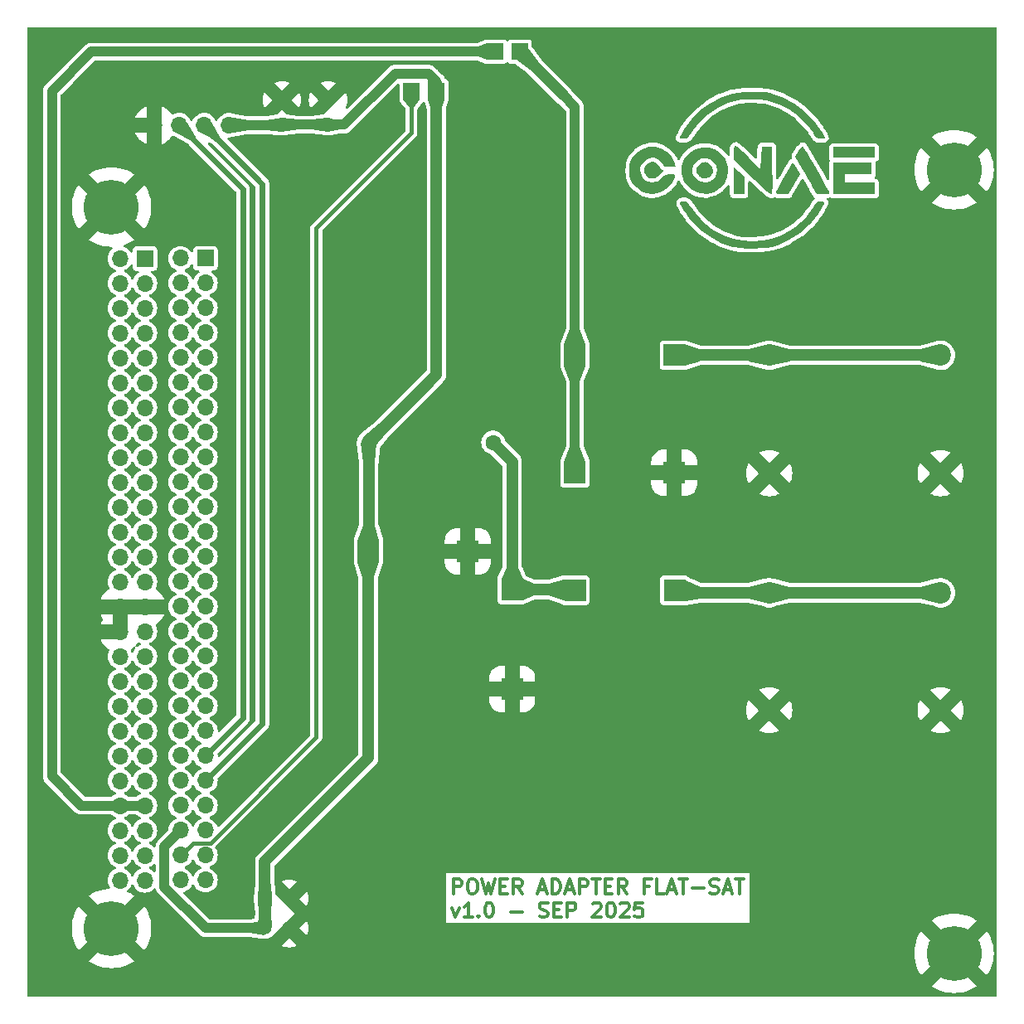
<source format=gbr>
G04 #@! TF.GenerationSoftware,KiCad,Pcbnew,8.0.9-8.0.9-0~ubuntu22.04.1*
G04 #@! TF.CreationDate,2025-09-11T14:08:14-03:00*
G04 #@! TF.ProjectId,flatsat-power-adapt,666c6174-7361-4742-9d70-6f7765722d61,rev?*
G04 #@! TF.SameCoordinates,Original*
G04 #@! TF.FileFunction,Copper,L1,Top*
G04 #@! TF.FilePolarity,Positive*
%FSLAX46Y46*%
G04 Gerber Fmt 4.6, Leading zero omitted, Abs format (unit mm)*
G04 Created by KiCad (PCBNEW 8.0.9-8.0.9-0~ubuntu22.04.1) date 2025-09-11 14:08:14*
%MOMM*%
%LPD*%
G01*
G04 APERTURE LIST*
%ADD10C,0.375000*%
G04 #@! TA.AperFunction,NonConductor*
%ADD11C,0.375000*%
G04 #@! TD*
G04 #@! TA.AperFunction,EtchedComponent*
%ADD12C,0.000000*%
G04 #@! TD*
G04 #@! TA.AperFunction,ComponentPad*
%ADD13C,2.200000*%
G04 #@! TD*
G04 #@! TA.AperFunction,ComponentPad*
%ADD14R,2.200000X2.200000*%
G04 #@! TD*
G04 #@! TA.AperFunction,ComponentPad*
%ADD15C,5.600000*%
G04 #@! TD*
G04 #@! TA.AperFunction,ComponentPad*
%ADD16R,1.700000X1.700000*%
G04 #@! TD*
G04 #@! TA.AperFunction,ComponentPad*
%ADD17C,1.600000*%
G04 #@! TD*
G04 #@! TA.AperFunction,ComponentPad*
%ADD18O,1.600000X1.600000*%
G04 #@! TD*
G04 #@! TA.AperFunction,ComponentPad*
%ADD19C,1.400000*%
G04 #@! TD*
G04 #@! TA.AperFunction,ComponentPad*
%ADD20O,1.700000X1.700000*%
G04 #@! TD*
G04 #@! TA.AperFunction,Conductor*
%ADD21C,1.200000*%
G04 #@! TD*
G04 #@! TA.AperFunction,Conductor*
%ADD22C,1.000000*%
G04 #@! TD*
G04 #@! TA.AperFunction,Conductor*
%ADD23C,0.400000*%
G04 #@! TD*
G04 #@! TA.AperFunction,Conductor*
%ADD24C,0.600000*%
G04 #@! TD*
G04 APERTURE END LIST*
D10*
D11*
X133503852Y-137482012D02*
X133503852Y-135982012D01*
X133503852Y-135982012D02*
X134075281Y-135982012D01*
X134075281Y-135982012D02*
X134218138Y-136053441D01*
X134218138Y-136053441D02*
X134289567Y-136124869D01*
X134289567Y-136124869D02*
X134360995Y-136267726D01*
X134360995Y-136267726D02*
X134360995Y-136482012D01*
X134360995Y-136482012D02*
X134289567Y-136624869D01*
X134289567Y-136624869D02*
X134218138Y-136696298D01*
X134218138Y-136696298D02*
X134075281Y-136767726D01*
X134075281Y-136767726D02*
X133503852Y-136767726D01*
X135289567Y-135982012D02*
X135575281Y-135982012D01*
X135575281Y-135982012D02*
X135718138Y-136053441D01*
X135718138Y-136053441D02*
X135860995Y-136196298D01*
X135860995Y-136196298D02*
X135932424Y-136482012D01*
X135932424Y-136482012D02*
X135932424Y-136982012D01*
X135932424Y-136982012D02*
X135860995Y-137267726D01*
X135860995Y-137267726D02*
X135718138Y-137410584D01*
X135718138Y-137410584D02*
X135575281Y-137482012D01*
X135575281Y-137482012D02*
X135289567Y-137482012D01*
X135289567Y-137482012D02*
X135146710Y-137410584D01*
X135146710Y-137410584D02*
X135003852Y-137267726D01*
X135003852Y-137267726D02*
X134932424Y-136982012D01*
X134932424Y-136982012D02*
X134932424Y-136482012D01*
X134932424Y-136482012D02*
X135003852Y-136196298D01*
X135003852Y-136196298D02*
X135146710Y-136053441D01*
X135146710Y-136053441D02*
X135289567Y-135982012D01*
X136432424Y-135982012D02*
X136789567Y-137482012D01*
X136789567Y-137482012D02*
X137075281Y-136410584D01*
X137075281Y-136410584D02*
X137360996Y-137482012D01*
X137360996Y-137482012D02*
X137718139Y-135982012D01*
X138289567Y-136696298D02*
X138789567Y-136696298D01*
X139003853Y-137482012D02*
X138289567Y-137482012D01*
X138289567Y-137482012D02*
X138289567Y-135982012D01*
X138289567Y-135982012D02*
X139003853Y-135982012D01*
X140503853Y-137482012D02*
X140003853Y-136767726D01*
X139646710Y-137482012D02*
X139646710Y-135982012D01*
X139646710Y-135982012D02*
X140218139Y-135982012D01*
X140218139Y-135982012D02*
X140360996Y-136053441D01*
X140360996Y-136053441D02*
X140432425Y-136124869D01*
X140432425Y-136124869D02*
X140503853Y-136267726D01*
X140503853Y-136267726D02*
X140503853Y-136482012D01*
X140503853Y-136482012D02*
X140432425Y-136624869D01*
X140432425Y-136624869D02*
X140360996Y-136696298D01*
X140360996Y-136696298D02*
X140218139Y-136767726D01*
X140218139Y-136767726D02*
X139646710Y-136767726D01*
X142218139Y-137053441D02*
X142932425Y-137053441D01*
X142075282Y-137482012D02*
X142575282Y-135982012D01*
X142575282Y-135982012D02*
X143075282Y-137482012D01*
X143575281Y-137482012D02*
X143575281Y-135982012D01*
X143575281Y-135982012D02*
X143932424Y-135982012D01*
X143932424Y-135982012D02*
X144146710Y-136053441D01*
X144146710Y-136053441D02*
X144289567Y-136196298D01*
X144289567Y-136196298D02*
X144360996Y-136339155D01*
X144360996Y-136339155D02*
X144432424Y-136624869D01*
X144432424Y-136624869D02*
X144432424Y-136839155D01*
X144432424Y-136839155D02*
X144360996Y-137124869D01*
X144360996Y-137124869D02*
X144289567Y-137267726D01*
X144289567Y-137267726D02*
X144146710Y-137410584D01*
X144146710Y-137410584D02*
X143932424Y-137482012D01*
X143932424Y-137482012D02*
X143575281Y-137482012D01*
X145003853Y-137053441D02*
X145718139Y-137053441D01*
X144860996Y-137482012D02*
X145360996Y-135982012D01*
X145360996Y-135982012D02*
X145860996Y-137482012D01*
X146360995Y-137482012D02*
X146360995Y-135982012D01*
X146360995Y-135982012D02*
X146932424Y-135982012D01*
X146932424Y-135982012D02*
X147075281Y-136053441D01*
X147075281Y-136053441D02*
X147146710Y-136124869D01*
X147146710Y-136124869D02*
X147218138Y-136267726D01*
X147218138Y-136267726D02*
X147218138Y-136482012D01*
X147218138Y-136482012D02*
X147146710Y-136624869D01*
X147146710Y-136624869D02*
X147075281Y-136696298D01*
X147075281Y-136696298D02*
X146932424Y-136767726D01*
X146932424Y-136767726D02*
X146360995Y-136767726D01*
X147646710Y-135982012D02*
X148503853Y-135982012D01*
X148075281Y-137482012D02*
X148075281Y-135982012D01*
X149003852Y-136696298D02*
X149503852Y-136696298D01*
X149718138Y-137482012D02*
X149003852Y-137482012D01*
X149003852Y-137482012D02*
X149003852Y-135982012D01*
X149003852Y-135982012D02*
X149718138Y-135982012D01*
X151218138Y-137482012D02*
X150718138Y-136767726D01*
X150360995Y-137482012D02*
X150360995Y-135982012D01*
X150360995Y-135982012D02*
X150932424Y-135982012D01*
X150932424Y-135982012D02*
X151075281Y-136053441D01*
X151075281Y-136053441D02*
X151146710Y-136124869D01*
X151146710Y-136124869D02*
X151218138Y-136267726D01*
X151218138Y-136267726D02*
X151218138Y-136482012D01*
X151218138Y-136482012D02*
X151146710Y-136624869D01*
X151146710Y-136624869D02*
X151075281Y-136696298D01*
X151075281Y-136696298D02*
X150932424Y-136767726D01*
X150932424Y-136767726D02*
X150360995Y-136767726D01*
X153503852Y-136696298D02*
X153003852Y-136696298D01*
X153003852Y-137482012D02*
X153003852Y-135982012D01*
X153003852Y-135982012D02*
X153718138Y-135982012D01*
X155003852Y-137482012D02*
X154289566Y-137482012D01*
X154289566Y-137482012D02*
X154289566Y-135982012D01*
X155432424Y-137053441D02*
X156146710Y-137053441D01*
X155289567Y-137482012D02*
X155789567Y-135982012D01*
X155789567Y-135982012D02*
X156289567Y-137482012D01*
X156575281Y-135982012D02*
X157432424Y-135982012D01*
X157003852Y-137482012D02*
X157003852Y-135982012D01*
X157932423Y-136910584D02*
X159075281Y-136910584D01*
X159718138Y-137410584D02*
X159932424Y-137482012D01*
X159932424Y-137482012D02*
X160289566Y-137482012D01*
X160289566Y-137482012D02*
X160432424Y-137410584D01*
X160432424Y-137410584D02*
X160503852Y-137339155D01*
X160503852Y-137339155D02*
X160575281Y-137196298D01*
X160575281Y-137196298D02*
X160575281Y-137053441D01*
X160575281Y-137053441D02*
X160503852Y-136910584D01*
X160503852Y-136910584D02*
X160432424Y-136839155D01*
X160432424Y-136839155D02*
X160289566Y-136767726D01*
X160289566Y-136767726D02*
X160003852Y-136696298D01*
X160003852Y-136696298D02*
X159860995Y-136624869D01*
X159860995Y-136624869D02*
X159789566Y-136553441D01*
X159789566Y-136553441D02*
X159718138Y-136410584D01*
X159718138Y-136410584D02*
X159718138Y-136267726D01*
X159718138Y-136267726D02*
X159789566Y-136124869D01*
X159789566Y-136124869D02*
X159860995Y-136053441D01*
X159860995Y-136053441D02*
X160003852Y-135982012D01*
X160003852Y-135982012D02*
X160360995Y-135982012D01*
X160360995Y-135982012D02*
X160575281Y-136053441D01*
X161146709Y-137053441D02*
X161860995Y-137053441D01*
X161003852Y-137482012D02*
X161503852Y-135982012D01*
X161503852Y-135982012D02*
X162003852Y-137482012D01*
X162289566Y-135982012D02*
X163146709Y-135982012D01*
X162718137Y-137482012D02*
X162718137Y-135982012D01*
X133360995Y-138896928D02*
X133718138Y-139896928D01*
X133718138Y-139896928D02*
X134075281Y-138896928D01*
X135432424Y-139896928D02*
X134575281Y-139896928D01*
X135003852Y-139896928D02*
X135003852Y-138396928D01*
X135003852Y-138396928D02*
X134860995Y-138611214D01*
X134860995Y-138611214D02*
X134718138Y-138754071D01*
X134718138Y-138754071D02*
X134575281Y-138825500D01*
X136075280Y-139754071D02*
X136146709Y-139825500D01*
X136146709Y-139825500D02*
X136075280Y-139896928D01*
X136075280Y-139896928D02*
X136003852Y-139825500D01*
X136003852Y-139825500D02*
X136075280Y-139754071D01*
X136075280Y-139754071D02*
X136075280Y-139896928D01*
X137075281Y-138396928D02*
X137218138Y-138396928D01*
X137218138Y-138396928D02*
X137360995Y-138468357D01*
X137360995Y-138468357D02*
X137432424Y-138539785D01*
X137432424Y-138539785D02*
X137503852Y-138682642D01*
X137503852Y-138682642D02*
X137575281Y-138968357D01*
X137575281Y-138968357D02*
X137575281Y-139325500D01*
X137575281Y-139325500D02*
X137503852Y-139611214D01*
X137503852Y-139611214D02*
X137432424Y-139754071D01*
X137432424Y-139754071D02*
X137360995Y-139825500D01*
X137360995Y-139825500D02*
X137218138Y-139896928D01*
X137218138Y-139896928D02*
X137075281Y-139896928D01*
X137075281Y-139896928D02*
X136932424Y-139825500D01*
X136932424Y-139825500D02*
X136860995Y-139754071D01*
X136860995Y-139754071D02*
X136789566Y-139611214D01*
X136789566Y-139611214D02*
X136718138Y-139325500D01*
X136718138Y-139325500D02*
X136718138Y-138968357D01*
X136718138Y-138968357D02*
X136789566Y-138682642D01*
X136789566Y-138682642D02*
X136860995Y-138539785D01*
X136860995Y-138539785D02*
X136932424Y-138468357D01*
X136932424Y-138468357D02*
X137075281Y-138396928D01*
X139360994Y-139325500D02*
X140503852Y-139325500D01*
X142289566Y-139825500D02*
X142503852Y-139896928D01*
X142503852Y-139896928D02*
X142860994Y-139896928D01*
X142860994Y-139896928D02*
X143003852Y-139825500D01*
X143003852Y-139825500D02*
X143075280Y-139754071D01*
X143075280Y-139754071D02*
X143146709Y-139611214D01*
X143146709Y-139611214D02*
X143146709Y-139468357D01*
X143146709Y-139468357D02*
X143075280Y-139325500D01*
X143075280Y-139325500D02*
X143003852Y-139254071D01*
X143003852Y-139254071D02*
X142860994Y-139182642D01*
X142860994Y-139182642D02*
X142575280Y-139111214D01*
X142575280Y-139111214D02*
X142432423Y-139039785D01*
X142432423Y-139039785D02*
X142360994Y-138968357D01*
X142360994Y-138968357D02*
X142289566Y-138825500D01*
X142289566Y-138825500D02*
X142289566Y-138682642D01*
X142289566Y-138682642D02*
X142360994Y-138539785D01*
X142360994Y-138539785D02*
X142432423Y-138468357D01*
X142432423Y-138468357D02*
X142575280Y-138396928D01*
X142575280Y-138396928D02*
X142932423Y-138396928D01*
X142932423Y-138396928D02*
X143146709Y-138468357D01*
X143789565Y-139111214D02*
X144289565Y-139111214D01*
X144503851Y-139896928D02*
X143789565Y-139896928D01*
X143789565Y-139896928D02*
X143789565Y-138396928D01*
X143789565Y-138396928D02*
X144503851Y-138396928D01*
X145146708Y-139896928D02*
X145146708Y-138396928D01*
X145146708Y-138396928D02*
X145718137Y-138396928D01*
X145718137Y-138396928D02*
X145860994Y-138468357D01*
X145860994Y-138468357D02*
X145932423Y-138539785D01*
X145932423Y-138539785D02*
X146003851Y-138682642D01*
X146003851Y-138682642D02*
X146003851Y-138896928D01*
X146003851Y-138896928D02*
X145932423Y-139039785D01*
X145932423Y-139039785D02*
X145860994Y-139111214D01*
X145860994Y-139111214D02*
X145718137Y-139182642D01*
X145718137Y-139182642D02*
X145146708Y-139182642D01*
X147718137Y-138539785D02*
X147789565Y-138468357D01*
X147789565Y-138468357D02*
X147932423Y-138396928D01*
X147932423Y-138396928D02*
X148289565Y-138396928D01*
X148289565Y-138396928D02*
X148432423Y-138468357D01*
X148432423Y-138468357D02*
X148503851Y-138539785D01*
X148503851Y-138539785D02*
X148575280Y-138682642D01*
X148575280Y-138682642D02*
X148575280Y-138825500D01*
X148575280Y-138825500D02*
X148503851Y-139039785D01*
X148503851Y-139039785D02*
X147646708Y-139896928D01*
X147646708Y-139896928D02*
X148575280Y-139896928D01*
X149503851Y-138396928D02*
X149646708Y-138396928D01*
X149646708Y-138396928D02*
X149789565Y-138468357D01*
X149789565Y-138468357D02*
X149860994Y-138539785D01*
X149860994Y-138539785D02*
X149932422Y-138682642D01*
X149932422Y-138682642D02*
X150003851Y-138968357D01*
X150003851Y-138968357D02*
X150003851Y-139325500D01*
X150003851Y-139325500D02*
X149932422Y-139611214D01*
X149932422Y-139611214D02*
X149860994Y-139754071D01*
X149860994Y-139754071D02*
X149789565Y-139825500D01*
X149789565Y-139825500D02*
X149646708Y-139896928D01*
X149646708Y-139896928D02*
X149503851Y-139896928D01*
X149503851Y-139896928D02*
X149360994Y-139825500D01*
X149360994Y-139825500D02*
X149289565Y-139754071D01*
X149289565Y-139754071D02*
X149218136Y-139611214D01*
X149218136Y-139611214D02*
X149146708Y-139325500D01*
X149146708Y-139325500D02*
X149146708Y-138968357D01*
X149146708Y-138968357D02*
X149218136Y-138682642D01*
X149218136Y-138682642D02*
X149289565Y-138539785D01*
X149289565Y-138539785D02*
X149360994Y-138468357D01*
X149360994Y-138468357D02*
X149503851Y-138396928D01*
X150575279Y-138539785D02*
X150646707Y-138468357D01*
X150646707Y-138468357D02*
X150789565Y-138396928D01*
X150789565Y-138396928D02*
X151146707Y-138396928D01*
X151146707Y-138396928D02*
X151289565Y-138468357D01*
X151289565Y-138468357D02*
X151360993Y-138539785D01*
X151360993Y-138539785D02*
X151432422Y-138682642D01*
X151432422Y-138682642D02*
X151432422Y-138825500D01*
X151432422Y-138825500D02*
X151360993Y-139039785D01*
X151360993Y-139039785D02*
X150503850Y-139896928D01*
X150503850Y-139896928D02*
X151432422Y-139896928D01*
X152789564Y-138396928D02*
X152075278Y-138396928D01*
X152075278Y-138396928D02*
X152003850Y-139111214D01*
X152003850Y-139111214D02*
X152075278Y-139039785D01*
X152075278Y-139039785D02*
X152218136Y-138968357D01*
X152218136Y-138968357D02*
X152575278Y-138968357D01*
X152575278Y-138968357D02*
X152718136Y-139039785D01*
X152718136Y-139039785D02*
X152789564Y-139111214D01*
X152789564Y-139111214D02*
X152860993Y-139254071D01*
X152860993Y-139254071D02*
X152860993Y-139611214D01*
X152860993Y-139611214D02*
X152789564Y-139754071D01*
X152789564Y-139754071D02*
X152718136Y-139825500D01*
X152718136Y-139825500D02*
X152575278Y-139896928D01*
X152575278Y-139896928D02*
X152218136Y-139896928D01*
X152218136Y-139896928D02*
X152075278Y-139825500D01*
X152075278Y-139825500D02*
X152003850Y-139754071D01*
D12*
G04 #@! TA.AperFunction,EtchedComponent*
G36*
X171211999Y-66826591D02*
G01*
X171359165Y-66887091D01*
X171363070Y-66892428D01*
X171342112Y-67036866D01*
X171212170Y-67307969D01*
X170998989Y-67666849D01*
X170728310Y-68074619D01*
X170425876Y-68492390D01*
X170117430Y-68881275D01*
X169844869Y-69185885D01*
X168874288Y-70039795D01*
X167788850Y-70734943D01*
X166624743Y-71250066D01*
X166015230Y-71435882D01*
X165545778Y-71518165D01*
X164928543Y-71570969D01*
X164227149Y-71594245D01*
X163505219Y-71587939D01*
X162826379Y-71552001D01*
X162254250Y-71486380D01*
X162014264Y-71439117D01*
X160951273Y-71083605D01*
X159901942Y-70547552D01*
X158916872Y-69860640D01*
X158173286Y-69185885D01*
X157882677Y-68859657D01*
X157573869Y-68467966D01*
X157272603Y-68049702D01*
X157004624Y-67643752D01*
X156795673Y-67289005D01*
X156671494Y-67024348D01*
X156655085Y-66892428D01*
X156790228Y-66830133D01*
X157042428Y-66801837D01*
X157063232Y-66801681D01*
X157265359Y-66821561D01*
X157425452Y-66908647D01*
X157592344Y-67104103D01*
X157797189Y-67420400D01*
X158206940Y-67991966D01*
X158728635Y-68584838D01*
X159302640Y-69139171D01*
X159869319Y-69595121D01*
X160142877Y-69774400D01*
X161124058Y-70285017D01*
X162073589Y-70623441D01*
X163056358Y-70807842D01*
X164009077Y-70857143D01*
X165075734Y-70794256D01*
X166051544Y-70593481D01*
X167001394Y-70236646D01*
X167875278Y-69774400D01*
X168414366Y-69393763D01*
X168991977Y-68883434D01*
X169548476Y-68303259D01*
X170024229Y-67713083D01*
X170220966Y-67420400D01*
X170438223Y-67086744D01*
X170603128Y-66899859D01*
X170764515Y-66818578D01*
X170954923Y-66801681D01*
X171211999Y-66826591D01*
G37*
G04 #@! TD.AperFunction*
G04 #@! TA.AperFunction,EtchedComponent*
G36*
X154704611Y-61368947D02*
G01*
X155277455Y-61693998D01*
X155755652Y-62185353D01*
X155803630Y-62253484D01*
X155986652Y-62577277D01*
X156112493Y-62897228D01*
X156127115Y-62957205D01*
X156191640Y-63279832D01*
X155608456Y-63279832D01*
X155262573Y-63268611D01*
X155065069Y-63218635D01*
X154951359Y-63105433D01*
X154903594Y-63012780D01*
X154682192Y-62728304D01*
X154338792Y-62484358D01*
X153964180Y-62338276D01*
X153806162Y-62319727D01*
X153478651Y-62399516D01*
X153117617Y-62603154D01*
X152806320Y-62875825D01*
X152667166Y-63069590D01*
X152561329Y-63481695D01*
X152622508Y-63934535D01*
X152836166Y-64356611D01*
X152957418Y-64497177D01*
X153198219Y-64703327D01*
X153440906Y-64800785D01*
X153784975Y-64827139D01*
X153831318Y-64827311D01*
X154174721Y-64811004D01*
X154402642Y-64732934D01*
X154612280Y-64549381D01*
X154721038Y-64427101D01*
X154948079Y-64188302D01*
X155151040Y-64069758D01*
X155423651Y-64030087D01*
X155627545Y-64026891D01*
X155952141Y-64031867D01*
X156110162Y-64065546D01*
X156148480Y-64156049D01*
X156116672Y-64320378D01*
X155877544Y-64876916D01*
X155475704Y-65348571D01*
X154952830Y-65711972D01*
X154350599Y-65943752D01*
X153710688Y-66020540D01*
X153201286Y-65955088D01*
X152700380Y-65743421D01*
X152212286Y-65391586D01*
X151817945Y-64961697D01*
X151729221Y-64825425D01*
X151571539Y-64497791D01*
X151491801Y-64147866D01*
X151469176Y-63682882D01*
X151469162Y-63667238D01*
X151506578Y-63062285D01*
X151638301Y-62590626D01*
X151893537Y-62182277D01*
X152238217Y-61824586D01*
X152803921Y-61438020D01*
X153429270Y-61236318D01*
X154075691Y-61214840D01*
X154704611Y-61368947D01*
G37*
G04 #@! TD.AperFunction*
G04 #@! TA.AperFunction,EtchedComponent*
G36*
X159617990Y-61291538D02*
G01*
X160193269Y-61468561D01*
X160720631Y-61822558D01*
X160784300Y-61878637D01*
X161168559Y-62300342D01*
X161399486Y-62759842D01*
X161502706Y-63319556D01*
X161514435Y-63657075D01*
X161431210Y-64372688D01*
X161178925Y-64961833D01*
X160753661Y-65433269D01*
X160701876Y-65473966D01*
X160074028Y-65849491D01*
X159434918Y-66016861D01*
X158758554Y-65980856D01*
X158417550Y-65894150D01*
X157916753Y-65644349D01*
X157450761Y-65246526D01*
X157085437Y-64763832D01*
X156953172Y-64490029D01*
X156820484Y-63893880D01*
X156832115Y-63404274D01*
X157923844Y-63404274D01*
X157927080Y-63849943D01*
X158021030Y-64111226D01*
X158347062Y-64546408D01*
X158765055Y-64805268D01*
X159240671Y-64876059D01*
X159739571Y-64747034D01*
X159797025Y-64718782D01*
X160149900Y-64427107D01*
X160364095Y-64024772D01*
X160427433Y-63572098D01*
X160327737Y-63129409D01*
X160169222Y-62874972D01*
X159761441Y-62513744D01*
X159317634Y-62361248D01*
X158833226Y-62413382D01*
X158400399Y-62636904D01*
X158089444Y-62983564D01*
X157923844Y-63404274D01*
X156832115Y-63404274D01*
X156835660Y-63255069D01*
X156990962Y-62654721D01*
X157159168Y-62329890D01*
X157629616Y-61793862D01*
X158206572Y-61441405D01*
X158881504Y-61277589D01*
X158938091Y-61272885D01*
X159617990Y-61291538D01*
G37*
G04 #@! TD.AperFunction*
G04 #@! TA.AperFunction,EtchedComponent*
G36*
X162675044Y-63760084D02*
G01*
X163208657Y-64285674D01*
X163208657Y-65170148D01*
X163208657Y-66054622D01*
X162675044Y-66054622D01*
X162141430Y-66054622D01*
X162141430Y-64644558D01*
X162141430Y-63234495D01*
X162675044Y-63760084D01*
G37*
G04 #@! TD.AperFunction*
G04 #@! TA.AperFunction,EtchedComponent*
G36*
X162465000Y-61219237D02*
G01*
X162719456Y-61419419D01*
X163061095Y-61720614D01*
X163459452Y-62096487D01*
X163688909Y-62322726D01*
X164862859Y-63498014D01*
X164916220Y-62348377D01*
X164969582Y-61198740D01*
X165503195Y-61198740D01*
X166036809Y-61198740D01*
X166065493Y-63626681D01*
X166073754Y-64408067D01*
X166076521Y-65001657D01*
X166072091Y-65433068D01*
X166058764Y-65727915D01*
X166034838Y-65911815D01*
X165998611Y-66010384D01*
X165948383Y-66049238D01*
X165904232Y-66054622D01*
X165777868Y-65981736D01*
X165525850Y-65777175D01*
X165171539Y-65462080D01*
X164738296Y-65057595D01*
X164249480Y-64584863D01*
X163927858Y-64265873D01*
X162141430Y-62477124D01*
X162141430Y-61811251D01*
X162150218Y-61441098D01*
X162185173Y-61238090D01*
X162259187Y-61156340D01*
X162328195Y-61146408D01*
X162465000Y-61219237D01*
G37*
G04 #@! TD.AperFunction*
G04 #@! TA.AperFunction,EtchedComponent*
G36*
X168218912Y-62939695D02*
G01*
X168370008Y-63161755D01*
X168534436Y-63438002D01*
X168864624Y-64023063D01*
X168304498Y-65037017D01*
X167744372Y-66050971D01*
X167077355Y-66052796D01*
X166698296Y-66036821D01*
X166465748Y-65990732D01*
X166410338Y-65941099D01*
X166459550Y-65810067D01*
X166592991Y-65538224D01*
X166789369Y-65163679D01*
X167027391Y-64724540D01*
X167285763Y-64258916D01*
X167543194Y-63804913D01*
X167778392Y-63400641D01*
X167970062Y-63084208D01*
X168096912Y-62893721D01*
X168134394Y-62855498D01*
X168218912Y-62939695D01*
G37*
G04 #@! TD.AperFunction*
G04 #@! TA.AperFunction,EtchedComponent*
G36*
X169260144Y-61266361D02*
G01*
X169430062Y-61519425D01*
X169665386Y-61898745D01*
X169948911Y-62373856D01*
X170263431Y-62914290D01*
X170591741Y-63489581D01*
X170916634Y-64069263D01*
X171220905Y-64622869D01*
X171487349Y-65119933D01*
X171698760Y-65529988D01*
X171837932Y-65822569D01*
X171887659Y-65967208D01*
X171886169Y-65974580D01*
X171763392Y-66017434D01*
X171491903Y-66046481D01*
X171211784Y-66054622D01*
X170582969Y-66054622D01*
X170184776Y-65334244D01*
X169969914Y-64947535D01*
X169688271Y-64443443D01*
X169378135Y-63890378D01*
X169107906Y-63410146D01*
X168429230Y-62206426D01*
X168727137Y-61673863D01*
X168915566Y-61384543D01*
X169085509Y-61204644D01*
X169172838Y-61170019D01*
X169260144Y-61266361D01*
G37*
G04 #@! TD.AperFunction*
G04 #@! TA.AperFunction,EtchedComponent*
G36*
X176228825Y-63439916D02*
G01*
X176228825Y-64026891D01*
X174841430Y-64026891D01*
X173454035Y-64026891D01*
X173454035Y-64453782D01*
X173454035Y-64880672D01*
X175001514Y-64880672D01*
X176548993Y-64880672D01*
X176548993Y-65467647D01*
X176548993Y-66054622D01*
X174414540Y-66054622D01*
X172280086Y-66054622D01*
X172280086Y-64453782D01*
X172280086Y-62852941D01*
X174254456Y-62852941D01*
X176228825Y-62852941D01*
X176228825Y-63439916D01*
G37*
G04 #@! TD.AperFunction*
G04 #@! TA.AperFunction,EtchedComponent*
G36*
X176548993Y-61785714D02*
G01*
X176548993Y-62319328D01*
X174414540Y-62319328D01*
X172280086Y-62319328D01*
X172280086Y-61785714D01*
X172280086Y-61252101D01*
X174414540Y-61252101D01*
X176548993Y-61252101D01*
X176548993Y-61785714D01*
G37*
G04 #@! TD.AperFunction*
G04 #@! TA.AperFunction,EtchedComponent*
G36*
X164719265Y-55612392D02*
G01*
X165387616Y-55660816D01*
X165925215Y-55742702D01*
X166015230Y-55764118D01*
X167219048Y-56184200D01*
X168346369Y-56792358D01*
X169371322Y-57569315D01*
X170268037Y-58495794D01*
X170938776Y-59432908D01*
X171158040Y-59799821D01*
X171326170Y-60098555D01*
X171417250Y-60282307D01*
X171426304Y-60313370D01*
X171331799Y-60367371D01*
X171096702Y-60396611D01*
X171014583Y-60398320D01*
X170786888Y-60385009D01*
X170621816Y-60317657D01*
X170466605Y-60155129D01*
X170268496Y-59856294D01*
X170220966Y-59779600D01*
X169556015Y-58886412D01*
X168735886Y-58085234D01*
X167800911Y-57404183D01*
X166791421Y-56871375D01*
X165747746Y-56514926D01*
X165442173Y-56448127D01*
X164884345Y-56378784D01*
X164208598Y-56348344D01*
X163506883Y-56356810D01*
X162871152Y-56404180D01*
X162575982Y-56448127D01*
X161529933Y-56747740D01*
X160506285Y-57231927D01*
X159545368Y-57872573D01*
X158687513Y-58641560D01*
X157973052Y-59510772D01*
X157797189Y-59779600D01*
X157584753Y-60109424D01*
X157425380Y-60295016D01*
X157266311Y-60377507D01*
X157054786Y-60398031D01*
X157003572Y-60398320D01*
X156741846Y-60378820D01*
X156600133Y-60330313D01*
X156591851Y-60313370D01*
X156644272Y-60189626D01*
X156784261Y-59931907D01*
X156985900Y-59587018D01*
X157079379Y-59432908D01*
X157818397Y-58416353D01*
X158704104Y-57521244D01*
X159706555Y-56769676D01*
X160795803Y-56183746D01*
X161941903Y-55785552D01*
X162062189Y-55756034D01*
X162591625Y-55669253D01*
X163255077Y-55616475D01*
X163986355Y-55597567D01*
X164719265Y-55612392D01*
G37*
G04 #@! TD.AperFunction*
D13*
X183250000Y-82500000D03*
X165750000Y-82500000D03*
D14*
X156060000Y-82500000D03*
X145900000Y-82500000D03*
X139500000Y-106420000D03*
X139500000Y-116580000D03*
D15*
X184620000Y-143570000D03*
X184620000Y-63560000D03*
D16*
X129225000Y-55500000D03*
X131765000Y-55500000D03*
D13*
X183250000Y-94550000D03*
X165750000Y-94550000D03*
X183250000Y-118750000D03*
X165750000Y-118750000D03*
D14*
X145900000Y-94500000D03*
X156060000Y-94500000D03*
D17*
X137550000Y-91400000D03*
D18*
X124850000Y-91400000D03*
D15*
X98590000Y-141030000D03*
D19*
X114250000Y-141000000D03*
X116750000Y-141000000D03*
D15*
X98590000Y-67370000D03*
D14*
X124820000Y-102520000D03*
X134980000Y-102520000D03*
D13*
X183250000Y-106750000D03*
X165750000Y-106750000D03*
D16*
X102000000Y-72620000D03*
D20*
X99460000Y-72620000D03*
X102000000Y-75160000D03*
X99460000Y-75160000D03*
X102000000Y-77700000D03*
X99460000Y-77700000D03*
X102000000Y-80240000D03*
X99460000Y-80240000D03*
X102000000Y-82780000D03*
X99460000Y-82780000D03*
X102000000Y-85320000D03*
X99460000Y-85320000D03*
X102000000Y-87860000D03*
X99460000Y-87860000D03*
X102000000Y-90400000D03*
X99460000Y-90400000D03*
X102000000Y-92940000D03*
X99460000Y-92940000D03*
X102000000Y-95480000D03*
X99460000Y-95480000D03*
X102000000Y-98020000D03*
X99460000Y-98020000D03*
X102000000Y-100560000D03*
X99460000Y-100560000D03*
X102000000Y-103100000D03*
X99460000Y-103100000D03*
X102000000Y-105640000D03*
X99460000Y-105640000D03*
X102000000Y-108180000D03*
X99460000Y-108180000D03*
X102000000Y-110720000D03*
X99460000Y-110720000D03*
X102000000Y-113260000D03*
X99460000Y-113260000D03*
X102000000Y-115800000D03*
X99460000Y-115800000D03*
X102000000Y-118340000D03*
X99460000Y-118340000D03*
X102000000Y-120880000D03*
X99460000Y-120880000D03*
X102000000Y-123420000D03*
X99460000Y-123420000D03*
X102000000Y-125960000D03*
X99460000Y-125960000D03*
X102000000Y-128500000D03*
X99460000Y-128500000D03*
X102000000Y-131040000D03*
X99460000Y-131040000D03*
X102000000Y-133580000D03*
X99460000Y-133580000D03*
X102000000Y-136120000D03*
X99460000Y-136120000D03*
D19*
X116750000Y-138000000D03*
X114250000Y-138000000D03*
D20*
X110580000Y-59000000D03*
X108040000Y-59000000D03*
X105500000Y-59000000D03*
X102960000Y-59000000D03*
D16*
X137725000Y-51500000D03*
X140265000Y-51500000D03*
D19*
X120700000Y-58950000D03*
X120700000Y-56450000D03*
D14*
X156080000Y-106500000D03*
X145920000Y-106500000D03*
D16*
X108180000Y-72600000D03*
D20*
X105640000Y-72600000D03*
X108180000Y-75140000D03*
X105640000Y-75140000D03*
X108180000Y-77680000D03*
X105640000Y-77680000D03*
X108180000Y-80220000D03*
X105640000Y-80220000D03*
X108180000Y-82760000D03*
X105640000Y-82760000D03*
X108180000Y-85300000D03*
X105640000Y-85300000D03*
X108180000Y-87840000D03*
X105640000Y-87840000D03*
X108180000Y-90380000D03*
X105640000Y-90380000D03*
X108180000Y-92920000D03*
X105640000Y-92920000D03*
X108180000Y-95460000D03*
X105640000Y-95460000D03*
X108180000Y-98000000D03*
X105640000Y-98000000D03*
X108180000Y-100540000D03*
X105640000Y-100540000D03*
X108180000Y-103080000D03*
X105640000Y-103080000D03*
X108180000Y-105620000D03*
X105640000Y-105620000D03*
X108180000Y-108160000D03*
X105640000Y-108160000D03*
X108180000Y-110700000D03*
X105640000Y-110700000D03*
X108180000Y-113240000D03*
X105640000Y-113240000D03*
X108180000Y-115780000D03*
X105640000Y-115780000D03*
X108180000Y-118320000D03*
X105640000Y-118320000D03*
X108180000Y-120860000D03*
X105640000Y-120860000D03*
X108180000Y-123400000D03*
X105640000Y-123400000D03*
X108180000Y-125940000D03*
X105640000Y-125940000D03*
X108180000Y-128480000D03*
X105640000Y-128480000D03*
X108180000Y-131020000D03*
X105640000Y-131020000D03*
X108180000Y-133560000D03*
X105640000Y-133560000D03*
X108180000Y-136100000D03*
X105640000Y-136100000D03*
D19*
X116000000Y-58950000D03*
X116000000Y-56450000D03*
D21*
X144682500Y-55917500D02*
X140265000Y-51500000D01*
D22*
X145900000Y-82500000D02*
X145900000Y-57135000D01*
X145900000Y-57135000D02*
X144682500Y-55917500D01*
X145900000Y-94500000D02*
X145900000Y-82500000D01*
D21*
X156110000Y-94550000D02*
X156060000Y-94500000D01*
X165750000Y-82500000D02*
X156060000Y-82500000D01*
D22*
X131765000Y-55500000D02*
X131765000Y-54540000D01*
X131765000Y-54540000D02*
X130975000Y-53750000D01*
X130975000Y-53750000D02*
X127550000Y-53750000D01*
X127550000Y-53750000D02*
X122350000Y-58950000D01*
X122350000Y-58950000D02*
X120700000Y-58950000D01*
X116000000Y-58950000D02*
X120700000Y-58950000D01*
X110580000Y-59000000D02*
X115950000Y-59000000D01*
X115950000Y-59000000D02*
X116000000Y-58950000D01*
D23*
X105640000Y-133560000D02*
X106890000Y-132310000D01*
X106890000Y-132310000D02*
X108690000Y-132310000D01*
X108690000Y-132310000D02*
X119500000Y-121500000D01*
X119500000Y-121500000D02*
X119500000Y-69500000D01*
X119500000Y-69500000D02*
X129225000Y-59775000D01*
X129225000Y-59775000D02*
X129225000Y-55500000D01*
D22*
X137725000Y-51500000D02*
X96500000Y-51500000D01*
X96500000Y-51500000D02*
X92500000Y-55500000D01*
X92500000Y-55500000D02*
X92500000Y-125500000D01*
X92500000Y-125500000D02*
X95500000Y-128500000D01*
X95500000Y-128500000D02*
X99460000Y-128500000D01*
D23*
X108040000Y-59000000D02*
X108040000Y-59040000D01*
D24*
X108040000Y-59040000D02*
X114000000Y-65000000D01*
X114000000Y-65000000D02*
X114000000Y-120120000D01*
X114000000Y-120120000D02*
X108180000Y-125940000D01*
D21*
X131765000Y-55500000D02*
X131765000Y-84485000D01*
X131765000Y-84485000D02*
X124850000Y-91400000D01*
D22*
X99460000Y-128500000D02*
X102000000Y-128500000D01*
D21*
X165750000Y-106750000D02*
X156330000Y-106750000D01*
X156330000Y-106750000D02*
X156080000Y-106500000D01*
D22*
X114250000Y-141000000D02*
X108206547Y-141000000D01*
X108206547Y-141000000D02*
X103990000Y-136783453D01*
X103990000Y-136783453D02*
X103990000Y-132670000D01*
X103990000Y-132670000D02*
X105640000Y-131020000D01*
D21*
X114250000Y-138000000D02*
X114250000Y-141000000D01*
X114250000Y-138000000D02*
X114250000Y-134200000D01*
X114250000Y-134200000D02*
X124820000Y-123630000D01*
X139500000Y-106420000D02*
X139500000Y-93350000D01*
X139500000Y-93350000D02*
X137550000Y-91400000D01*
X139500000Y-106420000D02*
X145840000Y-106420000D01*
X145840000Y-106420000D02*
X145920000Y-106500000D01*
X124820000Y-102520000D02*
X124820000Y-123630000D01*
X124850000Y-102490000D02*
X124820000Y-102520000D01*
X124850000Y-91400000D02*
X124850000Y-102490000D01*
X165750000Y-94550000D02*
X165750000Y-94500000D01*
D23*
X183250000Y-142200000D02*
X184620000Y-143570000D01*
D21*
X184620000Y-63560000D02*
X183810000Y-63560000D01*
X183250000Y-106750000D02*
X165750000Y-106750000D01*
X183250000Y-82500000D02*
X165750000Y-82500000D01*
D24*
X112000000Y-119580000D02*
X108180000Y-123400000D01*
X112000000Y-65500000D02*
X112000000Y-119580000D01*
X105500000Y-59000000D02*
X112000000Y-65500000D01*
G04 #@! TA.AperFunction,Conductor*
G36*
X188935873Y-49020185D02*
G01*
X188981628Y-49072989D01*
X188992834Y-49124500D01*
X188992834Y-147875500D01*
X188973149Y-147942539D01*
X188920345Y-147988294D01*
X188868834Y-147999500D01*
X90117834Y-147999500D01*
X90050795Y-147979815D01*
X90005040Y-147927011D01*
X89993834Y-147875500D01*
X89993834Y-55411309D01*
X91599500Y-55411309D01*
X91599500Y-125588696D01*
X91634103Y-125762658D01*
X91634105Y-125762666D01*
X91668046Y-125844606D01*
X91668046Y-125844607D01*
X91701984Y-125926542D01*
X91724338Y-125959997D01*
X91724341Y-125960001D01*
X91800537Y-126074038D01*
X91800538Y-126074039D01*
X94800536Y-129074035D01*
X94925965Y-129199464D01*
X94925966Y-129199465D01*
X95073449Y-129298011D01*
X95073452Y-129298013D01*
X95085153Y-129302859D01*
X95094850Y-129306875D01*
X95094852Y-129306877D01*
X95094853Y-129306877D01*
X95237334Y-129365895D01*
X95411304Y-129400499D01*
X95411308Y-129400500D01*
X95411309Y-129400500D01*
X98540663Y-129400500D01*
X98607702Y-129420185D01*
X98628344Y-129436819D01*
X98653123Y-129461598D01*
X98803797Y-129567101D01*
X98832361Y-129587102D01*
X98983583Y-129657618D01*
X99036022Y-129703790D01*
X99055174Y-129770984D01*
X99034958Y-129837865D01*
X98983583Y-129882382D01*
X98832361Y-129952898D01*
X98832357Y-129952900D01*
X98653121Y-130078402D01*
X98498402Y-130233121D01*
X98372900Y-130412357D01*
X98372898Y-130412361D01*
X98280426Y-130610668D01*
X98280422Y-130610677D01*
X98223793Y-130822020D01*
X98223793Y-130822024D01*
X98204723Y-131039997D01*
X98204723Y-131040002D01*
X98223793Y-131257975D01*
X98223793Y-131257979D01*
X98280422Y-131469322D01*
X98280424Y-131469326D01*
X98280425Y-131469330D01*
X98302382Y-131516416D01*
X98372897Y-131667638D01*
X98372898Y-131667639D01*
X98498402Y-131846877D01*
X98653123Y-132001598D01*
X98832360Y-132127101D01*
X98832361Y-132127102D01*
X98983583Y-132197618D01*
X99036022Y-132243790D01*
X99055174Y-132310984D01*
X99034958Y-132377865D01*
X98983583Y-132422382D01*
X98832361Y-132492898D01*
X98832357Y-132492900D01*
X98653121Y-132618402D01*
X98498402Y-132773121D01*
X98372900Y-132952357D01*
X98372898Y-132952361D01*
X98280426Y-133150668D01*
X98280422Y-133150677D01*
X98223793Y-133362020D01*
X98223793Y-133362024D01*
X98206279Y-133562219D01*
X98204723Y-133580000D01*
X98222043Y-133777979D01*
X98223793Y-133797975D01*
X98223793Y-133797979D01*
X98280422Y-134009322D01*
X98280424Y-134009326D01*
X98280425Y-134009330D01*
X98302382Y-134056416D01*
X98372897Y-134207638D01*
X98372898Y-134207639D01*
X98498402Y-134386877D01*
X98653123Y-134541598D01*
X98803797Y-134647101D01*
X98832361Y-134667102D01*
X98983583Y-134737618D01*
X99036022Y-134783790D01*
X99055174Y-134850984D01*
X99034958Y-134917865D01*
X98983583Y-134962382D01*
X98832361Y-135032898D01*
X98832357Y-135032900D01*
X98653121Y-135158402D01*
X98498402Y-135313121D01*
X98372900Y-135492357D01*
X98372898Y-135492361D01*
X98280426Y-135690668D01*
X98280422Y-135690677D01*
X98223793Y-135902020D01*
X98223793Y-135902024D01*
X98204776Y-136119398D01*
X98204723Y-136120000D01*
X98222043Y-136317979D01*
X98223793Y-136337975D01*
X98223793Y-136337979D01*
X98280422Y-136549322D01*
X98280424Y-136549326D01*
X98280425Y-136549330D01*
X98372898Y-136747639D01*
X98401906Y-136789066D01*
X98424233Y-136855272D01*
X98407223Y-136923040D01*
X98356275Y-136970853D01*
X98306416Y-136984041D01*
X98192051Y-136989660D01*
X97797958Y-137048119D01*
X97411465Y-137144931D01*
X97036366Y-137279143D01*
X97036346Y-137279151D01*
X96676177Y-137449499D01*
X96334450Y-137654321D01*
X96300305Y-137679645D01*
X98200139Y-139579479D01*
X98014200Y-139639896D01*
X97803829Y-139747085D01*
X97612816Y-139885864D01*
X97445864Y-140052816D01*
X97307085Y-140243829D01*
X97199896Y-140454200D01*
X97139480Y-140640139D01*
X95239645Y-138740305D01*
X95214321Y-138774450D01*
X95009499Y-139116177D01*
X94839151Y-139476346D01*
X94839143Y-139476366D01*
X94704931Y-139851465D01*
X94608119Y-140237958D01*
X94549660Y-140632051D01*
X94530110Y-141030000D01*
X94549660Y-141427948D01*
X94608119Y-141822041D01*
X94704931Y-142208534D01*
X94839143Y-142583633D01*
X94839151Y-142583653D01*
X95009499Y-142943822D01*
X95214323Y-143285551D01*
X95239645Y-143319693D01*
X97139479Y-141419859D01*
X97199896Y-141605800D01*
X97307085Y-141816171D01*
X97445864Y-142007184D01*
X97612816Y-142174136D01*
X97803829Y-142312915D01*
X98014200Y-142420104D01*
X98200139Y-142480520D01*
X96300305Y-144380354D01*
X96334441Y-144405672D01*
X96676177Y-144610500D01*
X97036346Y-144780848D01*
X97036366Y-144780856D01*
X97411465Y-144915068D01*
X97797958Y-145011880D01*
X98192051Y-145070339D01*
X98590000Y-145089889D01*
X98987948Y-145070339D01*
X99382041Y-145011880D01*
X99768534Y-144915068D01*
X100143633Y-144780856D01*
X100143653Y-144780848D01*
X100503822Y-144610500D01*
X100845551Y-144405676D01*
X100845554Y-144405674D01*
X100879694Y-144380353D01*
X100069341Y-143570000D01*
X180560110Y-143570000D01*
X180579660Y-143967948D01*
X180638119Y-144362041D01*
X180734931Y-144748534D01*
X180869143Y-145123633D01*
X180869151Y-145123653D01*
X181039499Y-145483822D01*
X181244323Y-145825551D01*
X181269645Y-145859693D01*
X183169479Y-143959859D01*
X183229896Y-144145800D01*
X183337085Y-144356171D01*
X183475864Y-144547184D01*
X183642816Y-144714136D01*
X183833829Y-144852915D01*
X184044200Y-144960104D01*
X184230139Y-145020520D01*
X182330305Y-146920354D01*
X182364441Y-146945672D01*
X182706177Y-147150500D01*
X183066346Y-147320848D01*
X183066366Y-147320856D01*
X183441465Y-147455068D01*
X183827958Y-147551880D01*
X184222051Y-147610339D01*
X184620000Y-147629889D01*
X185017948Y-147610339D01*
X185412041Y-147551880D01*
X185798534Y-147455068D01*
X186173633Y-147320856D01*
X186173653Y-147320848D01*
X186533822Y-147150500D01*
X186875551Y-146945676D01*
X186875554Y-146945674D01*
X186909694Y-146920353D01*
X185009860Y-145020520D01*
X185195800Y-144960104D01*
X185406171Y-144852915D01*
X185597184Y-144714136D01*
X185764136Y-144547184D01*
X185902915Y-144356171D01*
X186010104Y-144145800D01*
X186070519Y-143959860D01*
X187970353Y-145859694D01*
X187995674Y-145825554D01*
X187995676Y-145825551D01*
X188200500Y-145483822D01*
X188370848Y-145123653D01*
X188370856Y-145123633D01*
X188505068Y-144748534D01*
X188601880Y-144362041D01*
X188660339Y-143967948D01*
X188679889Y-143570000D01*
X188660339Y-143172051D01*
X188601880Y-142777958D01*
X188505068Y-142391465D01*
X188370856Y-142016366D01*
X188370848Y-142016346D01*
X188200500Y-141656177D01*
X187995672Y-141314441D01*
X187970354Y-141280305D01*
X186070519Y-143180139D01*
X186010104Y-142994200D01*
X185902915Y-142783829D01*
X185764136Y-142592816D01*
X185597184Y-142425864D01*
X185406171Y-142287085D01*
X185195800Y-142179896D01*
X185009860Y-142119480D01*
X186909694Y-140219645D01*
X186875551Y-140194323D01*
X186533822Y-139989499D01*
X186173653Y-139819151D01*
X186173633Y-139819143D01*
X185798534Y-139684931D01*
X185412041Y-139588119D01*
X185017948Y-139529660D01*
X184620000Y-139510110D01*
X184222051Y-139529660D01*
X183827958Y-139588119D01*
X183441465Y-139684931D01*
X183066366Y-139819143D01*
X183066346Y-139819151D01*
X182706177Y-139989499D01*
X182364450Y-140194321D01*
X182330305Y-140219645D01*
X184230139Y-142119479D01*
X184044200Y-142179896D01*
X183833829Y-142287085D01*
X183642816Y-142425864D01*
X183475864Y-142592816D01*
X183337085Y-142783829D01*
X183229896Y-142994200D01*
X183169480Y-143180139D01*
X181269645Y-141280305D01*
X181244321Y-141314450D01*
X181039499Y-141656177D01*
X180869151Y-142016346D01*
X180869143Y-142016366D01*
X180734931Y-142391465D01*
X180638119Y-142777958D01*
X180579660Y-143172051D01*
X180560110Y-143570000D01*
X100069341Y-143570000D01*
X98979860Y-142480520D01*
X99165800Y-142420104D01*
X99376171Y-142312915D01*
X99567184Y-142174136D01*
X99734136Y-142007184D01*
X99872915Y-141816171D01*
X99980104Y-141605800D01*
X100040520Y-141419860D01*
X101940353Y-143319694D01*
X101965674Y-143285554D01*
X101965676Y-143285551D01*
X102170500Y-142943822D01*
X102243889Y-142788654D01*
X115951292Y-142788654D01*
X115951292Y-142788655D01*
X116197812Y-142880601D01*
X116471055Y-142940042D01*
X116471062Y-142940043D01*
X116749999Y-142959994D01*
X116750001Y-142959994D01*
X117028937Y-142940043D01*
X117028944Y-142940042D01*
X117302185Y-142880602D01*
X117548706Y-142788654D01*
X116750000Y-141989949D01*
X115951292Y-142788654D01*
X102243889Y-142788654D01*
X102340848Y-142583653D01*
X102340856Y-142583633D01*
X102475068Y-142208534D01*
X102571880Y-141822041D01*
X102630339Y-141427948D01*
X102649889Y-141030000D01*
X102630339Y-140632051D01*
X102571880Y-140237958D01*
X102475068Y-139851465D01*
X102340856Y-139476366D01*
X102340848Y-139476346D01*
X102170500Y-139116177D01*
X101965672Y-138774441D01*
X101940354Y-138740305D01*
X100040519Y-140640139D01*
X99980104Y-140454200D01*
X99872915Y-140243829D01*
X99734136Y-140052816D01*
X99567184Y-139885864D01*
X99376171Y-139747085D01*
X99165800Y-139639896D01*
X98979860Y-139579480D01*
X100879694Y-137679645D01*
X100845551Y-137654323D01*
X100503822Y-137449498D01*
X100241742Y-137325544D01*
X100189555Y-137279086D01*
X100170770Y-137211789D01*
X100191350Y-137145019D01*
X100223630Y-137111879D01*
X100266877Y-137081598D01*
X100421598Y-136926877D01*
X100547102Y-136747639D01*
X100617618Y-136596414D01*
X100663790Y-136543977D01*
X100730984Y-136524825D01*
X100797865Y-136545041D01*
X100842381Y-136596414D01*
X100912898Y-136747639D01*
X101038402Y-136926877D01*
X101193123Y-137081598D01*
X101372361Y-137207102D01*
X101570670Y-137299575D01*
X101782023Y-137356207D01*
X101964926Y-137372208D01*
X101999998Y-137375277D01*
X102000000Y-137375277D01*
X102000002Y-137375277D01*
X102028254Y-137372805D01*
X102217977Y-137356207D01*
X102429330Y-137299575D01*
X102627639Y-137207102D01*
X102806877Y-137081598D01*
X102913322Y-136975152D01*
X102974641Y-136941670D01*
X103044333Y-136946654D01*
X103100267Y-136988525D01*
X103122616Y-137038638D01*
X103124103Y-137046111D01*
X103124105Y-137046119D01*
X103151961Y-137113369D01*
X103191984Y-137209995D01*
X103191986Y-137209998D01*
X103191987Y-137210000D01*
X103202239Y-137225343D01*
X103222337Y-137255422D01*
X103290537Y-137357491D01*
X107632505Y-141699459D01*
X107632508Y-141699461D01*
X107632511Y-141699464D01*
X107665727Y-141721658D01*
X107665728Y-141721659D01*
X107700032Y-141744580D01*
X107780000Y-141798013D01*
X107861940Y-141831953D01*
X107943881Y-141865895D01*
X108117850Y-141900499D01*
X108117854Y-141900500D01*
X108117855Y-141900500D01*
X108117856Y-141900500D01*
X112641064Y-141900500D01*
X112666627Y-141903164D01*
X112667964Y-141903445D01*
X112667966Y-141903445D01*
X112667969Y-141903446D01*
X113896717Y-142063024D01*
X114059795Y-142084203D01*
X114066609Y-142085280D01*
X114148024Y-142100500D01*
X114179491Y-142100500D01*
X114191507Y-142101083D01*
X114210468Y-142102930D01*
X114211958Y-142103027D01*
X114269538Y-142102679D01*
X114269543Y-142102677D01*
X114276564Y-142101831D01*
X114276639Y-142102454D01*
X114293257Y-142100500D01*
X114351974Y-142100500D01*
X114351976Y-142100500D01*
X114552456Y-142063024D01*
X114742637Y-141989348D01*
X114916041Y-141881981D01*
X115066764Y-141744579D01*
X115189673Y-141581821D01*
X115192003Y-141577140D01*
X115215326Y-141544723D01*
X115806128Y-140953922D01*
X116400000Y-140953922D01*
X116400000Y-141046078D01*
X116423852Y-141135095D01*
X116469930Y-141214905D01*
X116535095Y-141280070D01*
X116614905Y-141326148D01*
X116703922Y-141350000D01*
X116796078Y-141350000D01*
X116885095Y-141326148D01*
X116964905Y-141280070D01*
X117030070Y-141214905D01*
X117076148Y-141135095D01*
X117100000Y-141046078D01*
X117100000Y-140999999D01*
X117739949Y-140999999D01*
X117739949Y-141000001D01*
X118538654Y-141798706D01*
X118630602Y-141552185D01*
X118690042Y-141278944D01*
X118690043Y-141278937D01*
X118709994Y-141000001D01*
X118709994Y-140999998D01*
X118690043Y-140721062D01*
X118690042Y-140721055D01*
X118640233Y-140492087D01*
X132766380Y-140492087D01*
X163739709Y-140492087D01*
X163739709Y-135385535D01*
X132766380Y-135385535D01*
X132766380Y-140492087D01*
X118640233Y-140492087D01*
X118630601Y-140447812D01*
X118538654Y-140201292D01*
X117739949Y-140999999D01*
X117100000Y-140999999D01*
X117100000Y-140953922D01*
X117076148Y-140864905D01*
X117030070Y-140785095D01*
X116964905Y-140719930D01*
X116885095Y-140673852D01*
X116796078Y-140650000D01*
X116703922Y-140650000D01*
X116614905Y-140673852D01*
X116535095Y-140719930D01*
X116469930Y-140785095D01*
X116423852Y-140864905D01*
X116400000Y-140953922D01*
X115806128Y-140953922D01*
X116255025Y-140505025D01*
X117260050Y-139500000D01*
X115713972Y-137953922D01*
X116400000Y-137953922D01*
X116400000Y-138046078D01*
X116423852Y-138135095D01*
X116469930Y-138214905D01*
X116535095Y-138280070D01*
X116614905Y-138326148D01*
X116703922Y-138350000D01*
X116796078Y-138350000D01*
X116885095Y-138326148D01*
X116964905Y-138280070D01*
X117030070Y-138214905D01*
X117076148Y-138135095D01*
X117100000Y-138046078D01*
X117100000Y-137999999D01*
X117739949Y-137999999D01*
X117739949Y-138000001D01*
X118538654Y-138798706D01*
X118630602Y-138552185D01*
X118690042Y-138278944D01*
X118690043Y-138278937D01*
X118709994Y-138000001D01*
X118709994Y-137999998D01*
X118690043Y-137721062D01*
X118690042Y-137721055D01*
X118630601Y-137447812D01*
X118538654Y-137201292D01*
X117739949Y-137999999D01*
X117100000Y-137999999D01*
X117100000Y-137953922D01*
X117076148Y-137864905D01*
X117030070Y-137785095D01*
X116964905Y-137719930D01*
X116885095Y-137673852D01*
X116796078Y-137650000D01*
X116703922Y-137650000D01*
X116614905Y-137673852D01*
X116535095Y-137719930D01*
X116469930Y-137785095D01*
X116423852Y-137864905D01*
X116400000Y-137953922D01*
X115713972Y-137953922D01*
X115361350Y-137601300D01*
X115327865Y-137539977D01*
X115325293Y-137521665D01*
X115282022Y-136855272D01*
X115255362Y-136444701D01*
X115254648Y-136436605D01*
X115253718Y-136426051D01*
X115253714Y-136426037D01*
X115252728Y-136420547D01*
X115253570Y-136420395D01*
X115250500Y-136397616D01*
X115250500Y-136211344D01*
X115951292Y-136211344D01*
X116749999Y-137010050D01*
X117548706Y-136211344D01*
X117302187Y-136119398D01*
X117028944Y-136059957D01*
X117028937Y-136059956D01*
X116750001Y-136040006D01*
X116749999Y-136040006D01*
X116471062Y-136059956D01*
X116471055Y-136059957D01*
X116197812Y-136119398D01*
X115951292Y-136211344D01*
X115250500Y-136211344D01*
X115250500Y-134665782D01*
X115270185Y-134598743D01*
X115286819Y-134578101D01*
X120428102Y-129436819D01*
X125597139Y-124267782D01*
X125606374Y-124253959D01*
X125624471Y-124226878D01*
X125624471Y-124226877D01*
X125637832Y-124206881D01*
X125706632Y-124103914D01*
X125782051Y-123921835D01*
X125820500Y-123728541D01*
X125820500Y-120858870D01*
X164701789Y-120858870D01*
X164846845Y-120930404D01*
X164846854Y-120930408D01*
X165139161Y-121029632D01*
X165139181Y-121029637D01*
X165441940Y-121089859D01*
X165441967Y-121089863D01*
X165749993Y-121110053D01*
X165750007Y-121110053D01*
X166058032Y-121089863D01*
X166058059Y-121089859D01*
X166360818Y-121029637D01*
X166360838Y-121029632D01*
X166653145Y-120930407D01*
X166653155Y-120930403D01*
X166798208Y-120858870D01*
X182201789Y-120858870D01*
X182346845Y-120930404D01*
X182346854Y-120930408D01*
X182639161Y-121029632D01*
X182639181Y-121029637D01*
X182941940Y-121089859D01*
X182941967Y-121089863D01*
X183249993Y-121110053D01*
X183250007Y-121110053D01*
X183558032Y-121089863D01*
X183558059Y-121089859D01*
X183860818Y-121029637D01*
X183860838Y-121029632D01*
X184153145Y-120930407D01*
X184153155Y-120930403D01*
X184298210Y-120858869D01*
X183250000Y-119810660D01*
X182201789Y-120858870D01*
X166798208Y-120858870D01*
X166798210Y-120858869D01*
X165750000Y-119810660D01*
X164701789Y-120858870D01*
X125820500Y-120858870D01*
X125820500Y-117744461D01*
X137145001Y-117744461D01*
X137155441Y-117877118D01*
X137210638Y-118096178D01*
X137304061Y-118301853D01*
X137304067Y-118301863D01*
X137432705Y-118487541D01*
X137432715Y-118487553D01*
X137592446Y-118647284D01*
X137592458Y-118647294D01*
X137778136Y-118775932D01*
X137778146Y-118775938D01*
X137983821Y-118869361D01*
X138202881Y-118924558D01*
X138335544Y-118934999D01*
X138749999Y-118934999D01*
X140250000Y-118934999D01*
X140664448Y-118934999D01*
X140664461Y-118934998D01*
X140797118Y-118924558D01*
X141016178Y-118869361D01*
X141221853Y-118775938D01*
X141221863Y-118775932D01*
X141259305Y-118749992D01*
X163389947Y-118749992D01*
X163389947Y-118750007D01*
X163410136Y-119058032D01*
X163410140Y-119058059D01*
X163470362Y-119360818D01*
X163470367Y-119360838D01*
X163569591Y-119653145D01*
X163569595Y-119653155D01*
X163641128Y-119798209D01*
X163641129Y-119798209D01*
X164689340Y-118750000D01*
X164610349Y-118671009D01*
X165150000Y-118671009D01*
X165150000Y-118828991D01*
X165190889Y-118981591D01*
X165269881Y-119118408D01*
X165381592Y-119230119D01*
X165518409Y-119309111D01*
X165671009Y-119350000D01*
X165828991Y-119350000D01*
X165981591Y-119309111D01*
X166118408Y-119230119D01*
X166230119Y-119118408D01*
X166309111Y-118981591D01*
X166350000Y-118828991D01*
X166350000Y-118749999D01*
X166810660Y-118749999D01*
X166810660Y-118750000D01*
X167858869Y-119798210D01*
X167930403Y-119653155D01*
X167930407Y-119653145D01*
X168029632Y-119360838D01*
X168029637Y-119360818D01*
X168089859Y-119058059D01*
X168089863Y-119058032D01*
X168110053Y-118750007D01*
X168110053Y-118749992D01*
X180889947Y-118749992D01*
X180889947Y-118750007D01*
X180910136Y-119058032D01*
X180910140Y-119058059D01*
X180970362Y-119360818D01*
X180970367Y-119360838D01*
X181069591Y-119653145D01*
X181069595Y-119653155D01*
X181141128Y-119798209D01*
X181141129Y-119798209D01*
X182189340Y-118750000D01*
X182189340Y-118749999D01*
X182110350Y-118671009D01*
X182650000Y-118671009D01*
X182650000Y-118828991D01*
X182690889Y-118981591D01*
X182769881Y-119118408D01*
X182881592Y-119230119D01*
X183018409Y-119309111D01*
X183171009Y-119350000D01*
X183328991Y-119350000D01*
X183481591Y-119309111D01*
X183618408Y-119230119D01*
X183730119Y-119118408D01*
X183809111Y-118981591D01*
X183850000Y-118828991D01*
X183850000Y-118749999D01*
X184310660Y-118749999D01*
X184310660Y-118750000D01*
X185358869Y-119798210D01*
X185430403Y-119653155D01*
X185430407Y-119653145D01*
X185529632Y-119360838D01*
X185529637Y-119360818D01*
X185589859Y-119058059D01*
X185589863Y-119058032D01*
X185610053Y-118750007D01*
X185610053Y-118749992D01*
X185589863Y-118441967D01*
X185589859Y-118441940D01*
X185529637Y-118139181D01*
X185529632Y-118139161D01*
X185430408Y-117846854D01*
X185430404Y-117846845D01*
X185358870Y-117701789D01*
X184310660Y-118749999D01*
X183850000Y-118749999D01*
X183850000Y-118671009D01*
X183809111Y-118518409D01*
X183730119Y-118381592D01*
X183618408Y-118269881D01*
X183481591Y-118190889D01*
X183328991Y-118150000D01*
X183171009Y-118150000D01*
X183018409Y-118190889D01*
X182881592Y-118269881D01*
X182769881Y-118381592D01*
X182690889Y-118518409D01*
X182650000Y-118671009D01*
X182110350Y-118671009D01*
X181141129Y-117701789D01*
X181141128Y-117701789D01*
X181069595Y-117846844D01*
X181069591Y-117846854D01*
X180970367Y-118139161D01*
X180970362Y-118139181D01*
X180910140Y-118441940D01*
X180910136Y-118441967D01*
X180889947Y-118749992D01*
X168110053Y-118749992D01*
X168089863Y-118441967D01*
X168089859Y-118441940D01*
X168029637Y-118139181D01*
X168029632Y-118139161D01*
X167930408Y-117846854D01*
X167930404Y-117846845D01*
X167858870Y-117701789D01*
X166810660Y-118749999D01*
X166350000Y-118749999D01*
X166350000Y-118671009D01*
X166309111Y-118518409D01*
X166230119Y-118381592D01*
X166118408Y-118269881D01*
X165981591Y-118190889D01*
X165828991Y-118150000D01*
X165671009Y-118150000D01*
X165518409Y-118190889D01*
X165381592Y-118269881D01*
X165269881Y-118381592D01*
X165190889Y-118518409D01*
X165150000Y-118671009D01*
X164610349Y-118671009D01*
X163641129Y-117701789D01*
X163641128Y-117701789D01*
X163569595Y-117846844D01*
X163569591Y-117846854D01*
X163470367Y-118139161D01*
X163470362Y-118139181D01*
X163410140Y-118441940D01*
X163410136Y-118441967D01*
X163389947Y-118749992D01*
X141259305Y-118749992D01*
X141407541Y-118647294D01*
X141407553Y-118647284D01*
X141567284Y-118487553D01*
X141567294Y-118487541D01*
X141695932Y-118301863D01*
X141695938Y-118301853D01*
X141789361Y-118096178D01*
X141844558Y-117877118D01*
X141854999Y-117744460D01*
X141855000Y-117744450D01*
X141855000Y-117330000D01*
X140250000Y-117330000D01*
X140250000Y-118934999D01*
X138749999Y-118934999D01*
X138750000Y-118934998D01*
X138750000Y-117330000D01*
X137145001Y-117330000D01*
X137145001Y-117744461D01*
X125820500Y-117744461D01*
X125820500Y-116507591D01*
X138950000Y-116507591D01*
X138950000Y-116652409D01*
X138987482Y-116792292D01*
X139059890Y-116917708D01*
X139162292Y-117020110D01*
X139287708Y-117092518D01*
X139427591Y-117130000D01*
X139572409Y-117130000D01*
X139712292Y-117092518D01*
X139837708Y-117020110D01*
X139940110Y-116917708D01*
X140012518Y-116792292D01*
X140050000Y-116652409D01*
X140050000Y-116641128D01*
X164701789Y-116641128D01*
X164701789Y-116641129D01*
X165750000Y-117689340D01*
X165750001Y-117689340D01*
X166798209Y-116641129D01*
X166798209Y-116641128D01*
X182201789Y-116641128D01*
X182201789Y-116641129D01*
X183250000Y-117689340D01*
X183250001Y-117689340D01*
X184298209Y-116641129D01*
X184298209Y-116641128D01*
X184153155Y-116569595D01*
X184153145Y-116569591D01*
X183860838Y-116470367D01*
X183860818Y-116470362D01*
X183558059Y-116410140D01*
X183558032Y-116410136D01*
X183250007Y-116389947D01*
X183249993Y-116389947D01*
X182941967Y-116410136D01*
X182941940Y-116410140D01*
X182639181Y-116470362D01*
X182639161Y-116470367D01*
X182346854Y-116569591D01*
X182346844Y-116569595D01*
X182201789Y-116641128D01*
X166798209Y-116641128D01*
X166653155Y-116569595D01*
X166653145Y-116569591D01*
X166360838Y-116470367D01*
X166360818Y-116470362D01*
X166058059Y-116410140D01*
X166058032Y-116410136D01*
X165750007Y-116389947D01*
X165749993Y-116389947D01*
X165441967Y-116410136D01*
X165441940Y-116410140D01*
X165139181Y-116470362D01*
X165139161Y-116470367D01*
X164846854Y-116569591D01*
X164846844Y-116569595D01*
X164701789Y-116641128D01*
X140050000Y-116641128D01*
X140050000Y-116507591D01*
X140012518Y-116367708D01*
X139940110Y-116242292D01*
X139837708Y-116139890D01*
X139712292Y-116067482D01*
X139572409Y-116030000D01*
X139427591Y-116030000D01*
X139287708Y-116067482D01*
X139162292Y-116139890D01*
X139059890Y-116242292D01*
X138987482Y-116367708D01*
X138950000Y-116507591D01*
X125820500Y-116507591D01*
X125820500Y-115415539D01*
X137145000Y-115415539D01*
X137145000Y-115830000D01*
X138750000Y-115830000D01*
X140250000Y-115830000D01*
X141854999Y-115830000D01*
X141854999Y-115415551D01*
X141854998Y-115415538D01*
X141844558Y-115282881D01*
X141789361Y-115063821D01*
X141695938Y-114858146D01*
X141695932Y-114858136D01*
X141567294Y-114672458D01*
X141567284Y-114672446D01*
X141407553Y-114512715D01*
X141407541Y-114512705D01*
X141221863Y-114384067D01*
X141221853Y-114384061D01*
X141016178Y-114290638D01*
X140797118Y-114235441D01*
X140664460Y-114225000D01*
X140250000Y-114225000D01*
X140250000Y-115830000D01*
X138750000Y-115830000D01*
X138750000Y-114225000D01*
X138335551Y-114225000D01*
X138335538Y-114225001D01*
X138202881Y-114235441D01*
X137983821Y-114290638D01*
X137778146Y-114384061D01*
X137778136Y-114384067D01*
X137592458Y-114512705D01*
X137592446Y-114512715D01*
X137432715Y-114672446D01*
X137432705Y-114672458D01*
X137304067Y-114858136D01*
X137304061Y-114858146D01*
X137210638Y-115063821D01*
X137155441Y-115282881D01*
X137145000Y-115415539D01*
X125820500Y-115415539D01*
X125820500Y-105259203D01*
X125826561Y-105220911D01*
X125836380Y-105190670D01*
X126303468Y-103752035D01*
X126303468Y-103752034D01*
X126304155Y-103749919D01*
X126304300Y-103749443D01*
X126305643Y-103745309D01*
X126305646Y-103745304D01*
X126305973Y-103743232D01*
X126307874Y-103733680D01*
X126318284Y-103690314D01*
X126318857Y-103686700D01*
X126318857Y-103686697D01*
X126318945Y-103684461D01*
X132625001Y-103684461D01*
X132635441Y-103817118D01*
X132690638Y-104036178D01*
X132784061Y-104241853D01*
X132784067Y-104241863D01*
X132912705Y-104427541D01*
X132912715Y-104427553D01*
X133072446Y-104587284D01*
X133072458Y-104587294D01*
X133258136Y-104715932D01*
X133258146Y-104715938D01*
X133463821Y-104809361D01*
X133682881Y-104864558D01*
X133815544Y-104874999D01*
X134229999Y-104874999D01*
X135730000Y-104874999D01*
X136144448Y-104874999D01*
X136144461Y-104874998D01*
X136277118Y-104864558D01*
X136496178Y-104809361D01*
X136701853Y-104715938D01*
X136701863Y-104715932D01*
X136887541Y-104587294D01*
X136887553Y-104587284D01*
X137047284Y-104427553D01*
X137047294Y-104427541D01*
X137175932Y-104241863D01*
X137175938Y-104241853D01*
X137269361Y-104036178D01*
X137324558Y-103817118D01*
X137334999Y-103684460D01*
X137335000Y-103684450D01*
X137335000Y-103270000D01*
X135730000Y-103270000D01*
X135730000Y-104874999D01*
X134229999Y-104874999D01*
X134230000Y-104874998D01*
X134230000Y-103270000D01*
X132625001Y-103270000D01*
X132625001Y-103684461D01*
X126318945Y-103684461D01*
X126319900Y-103660332D01*
X126320186Y-103655508D01*
X126320498Y-103651528D01*
X126320500Y-103651519D01*
X126320499Y-103647649D01*
X126320595Y-103642759D01*
X126322623Y-103591566D01*
X126322622Y-103591565D01*
X126322623Y-103591561D01*
X126321790Y-103583076D01*
X126322268Y-103583028D01*
X126320499Y-103568050D01*
X126320499Y-102447591D01*
X134430000Y-102447591D01*
X134430000Y-102592409D01*
X134467482Y-102732292D01*
X134539890Y-102857708D01*
X134642292Y-102960110D01*
X134767708Y-103032518D01*
X134907591Y-103070000D01*
X135052409Y-103070000D01*
X135192292Y-103032518D01*
X135317708Y-102960110D01*
X135420110Y-102857708D01*
X135492518Y-102732292D01*
X135530000Y-102592409D01*
X135530000Y-102447591D01*
X135492518Y-102307708D01*
X135420110Y-102182292D01*
X135317708Y-102079890D01*
X135192292Y-102007482D01*
X135052409Y-101970000D01*
X134907591Y-101970000D01*
X134767708Y-102007482D01*
X134642292Y-102079890D01*
X134539890Y-102182292D01*
X134467482Y-102307708D01*
X134430000Y-102447591D01*
X126320499Y-102447591D01*
X126320499Y-101469341D01*
X126321075Y-101457406D01*
X126321567Y-101452316D01*
X126323385Y-101420559D01*
X126321697Y-101408502D01*
X126320499Y-101391309D01*
X126320499Y-101388478D01*
X126315281Y-101355539D01*
X132625000Y-101355539D01*
X132625000Y-101770000D01*
X134230000Y-101770000D01*
X135730000Y-101770000D01*
X137334999Y-101770000D01*
X137334999Y-101355551D01*
X137334998Y-101355538D01*
X137324558Y-101222881D01*
X137269361Y-101003821D01*
X137175938Y-100798146D01*
X137175932Y-100798136D01*
X137047294Y-100612458D01*
X137047284Y-100612446D01*
X136887553Y-100452715D01*
X136887541Y-100452705D01*
X136701863Y-100324067D01*
X136701853Y-100324061D01*
X136496178Y-100230638D01*
X136277118Y-100175441D01*
X136144460Y-100165000D01*
X135730000Y-100165000D01*
X135730000Y-101770000D01*
X134230000Y-101770000D01*
X134230000Y-100165000D01*
X133815551Y-100165000D01*
X133815538Y-100165001D01*
X133682881Y-100175441D01*
X133463821Y-100230638D01*
X133258146Y-100324061D01*
X133258136Y-100324067D01*
X133072458Y-100452705D01*
X133072446Y-100452715D01*
X132912715Y-100612446D01*
X132912705Y-100612458D01*
X132784067Y-100798136D01*
X132784061Y-100798146D01*
X132690638Y-101003821D01*
X132635441Y-101222881D01*
X132625000Y-101355539D01*
X126315281Y-101355539D01*
X126313481Y-101344176D01*
X126306792Y-101301937D01*
X126306471Y-101299787D01*
X126305790Y-101294916D01*
X125855900Y-99820806D01*
X125850500Y-99784610D01*
X125850500Y-93540072D01*
X125853935Y-93513060D01*
X125853808Y-93513038D01*
X125854278Y-93510368D01*
X125854448Y-93509033D01*
X125854510Y-93508789D01*
X125854655Y-93508231D01*
X126007492Y-91918705D01*
X126033503Y-91853860D01*
X126035209Y-91851741D01*
X126407699Y-91399999D01*
X136344357Y-91399999D01*
X136344357Y-91400000D01*
X136364884Y-91621535D01*
X136364885Y-91621537D01*
X136425769Y-91835523D01*
X136425775Y-91835538D01*
X136524938Y-92034683D01*
X136524943Y-92034691D01*
X136659020Y-92212238D01*
X136823437Y-92362123D01*
X136823439Y-92362125D01*
X137012595Y-92479245D01*
X137012596Y-92479245D01*
X137012599Y-92479247D01*
X137220060Y-92559618D01*
X137274115Y-92569722D01*
X137336394Y-92601391D01*
X137339009Y-92603930D01*
X138463181Y-93728101D01*
X138496666Y-93789424D01*
X138499500Y-93815782D01*
X138499500Y-104094302D01*
X138488385Y-104145614D01*
X138034199Y-105144821D01*
X138026794Y-105167165D01*
X138019578Y-105184442D01*
X138014353Y-105194697D01*
X138012902Y-105203856D01*
X138008137Y-105223453D01*
X138007056Y-105226712D01*
X138006008Y-105231546D01*
X138004505Y-105253707D01*
X138003265Y-105264702D01*
X137999500Y-105288482D01*
X137999500Y-105323364D01*
X137999216Y-105331750D01*
X137998039Y-105349100D01*
X137998827Y-105358476D01*
X137998163Y-105358531D01*
X137999500Y-105369841D01*
X137999500Y-107551517D01*
X138010292Y-107619657D01*
X138014354Y-107645304D01*
X138071950Y-107758342D01*
X138071952Y-107758344D01*
X138071954Y-107758347D01*
X138161652Y-107848045D01*
X138161654Y-107848046D01*
X138161658Y-107848050D01*
X138274694Y-107905645D01*
X138274698Y-107905647D01*
X138368475Y-107920499D01*
X138368481Y-107920500D01*
X140590677Y-107920499D01*
X140605907Y-107921437D01*
X140612195Y-107922216D01*
X140621144Y-107921912D01*
X140652887Y-107919584D01*
X140667116Y-107915652D01*
X140680713Y-107912707D01*
X140725304Y-107905646D01*
X140740140Y-107898086D01*
X140763404Y-107889051D01*
X140775174Y-107885800D01*
X140803350Y-107872993D01*
X141774381Y-107431615D01*
X141825693Y-107420500D01*
X143174658Y-107420500D01*
X143216172Y-107427656D01*
X144531638Y-107895033D01*
X144577807Y-107924199D01*
X144581658Y-107928050D01*
X144694694Y-107985645D01*
X144694698Y-107985647D01*
X144780898Y-107999299D01*
X144787281Y-108000310D01*
X144788475Y-108000499D01*
X144788481Y-108000500D01*
X147051518Y-108000499D01*
X147145304Y-107985646D01*
X147258342Y-107928050D01*
X147348050Y-107838342D01*
X147405646Y-107725304D01*
X147405646Y-107725302D01*
X147405647Y-107725301D01*
X147420499Y-107631524D01*
X147420500Y-107631519D01*
X147420499Y-105368482D01*
X147420498Y-105368475D01*
X154579500Y-105368475D01*
X154579500Y-107631517D01*
X154590292Y-107699657D01*
X154594354Y-107725304D01*
X154651950Y-107838342D01*
X154651952Y-107838344D01*
X154651954Y-107838347D01*
X154741652Y-107928045D01*
X154741654Y-107928046D01*
X154741658Y-107928050D01*
X154854694Y-107985645D01*
X154854698Y-107985647D01*
X154940898Y-107999299D01*
X154947281Y-108000310D01*
X154948475Y-108000499D01*
X154948481Y-108000500D01*
X157211518Y-108000499D01*
X157211519Y-108000498D01*
X157216382Y-108000116D01*
X157216397Y-108000310D01*
X157227818Y-107999388D01*
X157250885Y-107999300D01*
X158773624Y-107752101D01*
X158793494Y-107750500D01*
X163565177Y-107750500D01*
X163595016Y-107754144D01*
X165221605Y-108157406D01*
X165221606Y-108157406D01*
X165221707Y-108157431D01*
X165222998Y-108157749D01*
X165223018Y-108157750D01*
X165224937Y-108158065D01*
X165245193Y-108163158D01*
X165341388Y-108196183D01*
X165380385Y-108209571D01*
X165625665Y-108250500D01*
X165874335Y-108250500D01*
X166119614Y-108209571D01*
X166255354Y-108162970D01*
X166275324Y-108157923D01*
X166278277Y-108157432D01*
X166278292Y-108157431D01*
X167801091Y-107779901D01*
X167904984Y-107754144D01*
X167934823Y-107750500D01*
X181065177Y-107750500D01*
X181095016Y-107754144D01*
X182721605Y-108157406D01*
X182721606Y-108157406D01*
X182721707Y-108157431D01*
X182722998Y-108157749D01*
X182723018Y-108157750D01*
X182724937Y-108158065D01*
X182745193Y-108163158D01*
X182841388Y-108196183D01*
X182880385Y-108209571D01*
X183125665Y-108250500D01*
X183374335Y-108250500D01*
X183619614Y-108209571D01*
X183854810Y-108128828D01*
X184073509Y-108010474D01*
X184269744Y-107857738D01*
X184438164Y-107674785D01*
X184574173Y-107466607D01*
X184674063Y-107238881D01*
X184735108Y-106997821D01*
X184735109Y-106997812D01*
X184755643Y-106750005D01*
X184755643Y-106749994D01*
X184735109Y-106502187D01*
X184735107Y-106502175D01*
X184674063Y-106261118D01*
X184574173Y-106033393D01*
X184438166Y-105825217D01*
X184359462Y-105739722D01*
X184269744Y-105642262D01*
X184073509Y-105489526D01*
X184073507Y-105489525D01*
X184073506Y-105489524D01*
X183854811Y-105371172D01*
X183854802Y-105371169D01*
X183619616Y-105290429D01*
X183374335Y-105249500D01*
X183125665Y-105249500D01*
X182880388Y-105290428D01*
X182744639Y-105337030D01*
X182724689Y-105342073D01*
X182721707Y-105342568D01*
X181095011Y-105745856D01*
X181065172Y-105749500D01*
X167934827Y-105749500D01*
X167904988Y-105745856D01*
X166278200Y-105342545D01*
X166278200Y-105342544D01*
X166276994Y-105342247D01*
X166275044Y-105341929D01*
X166254796Y-105336836D01*
X166208459Y-105320929D01*
X166119616Y-105290429D01*
X165874335Y-105249500D01*
X165625665Y-105249500D01*
X165380388Y-105290428D01*
X165244639Y-105337030D01*
X165224689Y-105342073D01*
X165221707Y-105342568D01*
X163595011Y-105745856D01*
X163565172Y-105749500D01*
X158839107Y-105749500D01*
X158790845Y-105739722D01*
X158560184Y-105642261D01*
X158038948Y-105422023D01*
X157573135Y-105225203D01*
X157519043Y-105180978D01*
X157510911Y-105167274D01*
X157508050Y-105161658D01*
X157418342Y-105071950D01*
X157360702Y-105042580D01*
X157305301Y-105014352D01*
X157211524Y-104999500D01*
X154948482Y-104999500D01*
X154867519Y-105012323D01*
X154854696Y-105014354D01*
X154741658Y-105071950D01*
X154741657Y-105071951D01*
X154741652Y-105071954D01*
X154651954Y-105161652D01*
X154651951Y-105161657D01*
X154651950Y-105161658D01*
X154644601Y-105176082D01*
X154594352Y-105274698D01*
X154579500Y-105368475D01*
X147420498Y-105368475D01*
X147405646Y-105274696D01*
X147348050Y-105161658D01*
X147348046Y-105161654D01*
X147348045Y-105161652D01*
X147258347Y-105071954D01*
X147258344Y-105071952D01*
X147258342Y-105071950D01*
X147181517Y-105032805D01*
X147145301Y-105014352D01*
X147051524Y-104999500D01*
X147051519Y-104999500D01*
X144869742Y-104999500D01*
X144858945Y-104999029D01*
X144832874Y-104996750D01*
X144832863Y-104996750D01*
X144814506Y-104998762D01*
X144801007Y-104999500D01*
X144788479Y-104999500D01*
X144748056Y-105005902D01*
X144742177Y-105006689D01*
X144706771Y-105010571D01*
X144706767Y-105010571D01*
X144692896Y-105014354D01*
X143271445Y-105402023D01*
X143223382Y-105415131D01*
X143190755Y-105419500D01*
X141825695Y-105419500D01*
X141774383Y-105408385D01*
X141760380Y-105402020D01*
X140948558Y-105033009D01*
X140895674Y-104987349D01*
X140886995Y-104971455D01*
X140511613Y-104145611D01*
X140500500Y-104094305D01*
X140500500Y-93251456D01*
X140462052Y-93058170D01*
X140462051Y-93058169D01*
X140462051Y-93058165D01*
X140441558Y-93008691D01*
X140413106Y-92940000D01*
X140404821Y-92919997D01*
X140386635Y-92876091D01*
X140386628Y-92876079D01*
X140277140Y-92712219D01*
X140266941Y-92702020D01*
X140137782Y-92572861D01*
X140137781Y-92572860D01*
X138754597Y-91189677D01*
X138723013Y-91135932D01*
X138674229Y-90964472D01*
X138674224Y-90964461D01*
X138575061Y-90765316D01*
X138575056Y-90765308D01*
X138440979Y-90587761D01*
X138276562Y-90437876D01*
X138276560Y-90437874D01*
X138087404Y-90320754D01*
X138087398Y-90320752D01*
X137879940Y-90240382D01*
X137661243Y-90199500D01*
X137438757Y-90199500D01*
X137220060Y-90240382D01*
X137088864Y-90291207D01*
X137012601Y-90320752D01*
X137012595Y-90320754D01*
X136823439Y-90437874D01*
X136823437Y-90437876D01*
X136659020Y-90587761D01*
X136524943Y-90765308D01*
X136524938Y-90765316D01*
X136425775Y-90964461D01*
X136425769Y-90964476D01*
X136364885Y-91178462D01*
X136364884Y-91178464D01*
X136344357Y-91399999D01*
X126407699Y-91399999D01*
X127051142Y-90619655D01*
X127058887Y-90609963D01*
X127058894Y-90609948D01*
X127059930Y-90608397D01*
X127075426Y-90589492D01*
X132402778Y-85262141D01*
X132402782Y-85262139D01*
X132542139Y-85122782D01*
X132651632Y-84958914D01*
X132727051Y-84776835D01*
X132727051Y-84776832D01*
X132727053Y-84776828D01*
X132733192Y-84745966D01*
X132765499Y-84583543D01*
X132765500Y-84583541D01*
X132765500Y-57293251D01*
X132770539Y-57258262D01*
X132774098Y-57246163D01*
X133002064Y-56471075D01*
X133014390Y-56414532D01*
X133014865Y-56411238D01*
X133017784Y-56321782D01*
X133017783Y-56321781D01*
X133017784Y-56321777D01*
X133016944Y-56313510D01*
X133017372Y-56313466D01*
X133015499Y-56297597D01*
X133015499Y-54618482D01*
X133000646Y-54524696D01*
X132943050Y-54411658D01*
X132943046Y-54411654D01*
X132943045Y-54411652D01*
X132853347Y-54321954D01*
X132853344Y-54321952D01*
X132853342Y-54321950D01*
X132776517Y-54282805D01*
X132740301Y-54264352D01*
X132686045Y-54255759D01*
X132622910Y-54225829D01*
X132590883Y-54180739D01*
X132565340Y-54119072D01*
X132563695Y-54114474D01*
X132464465Y-53965966D01*
X132464464Y-53965965D01*
X132339035Y-53840536D01*
X131929613Y-53431114D01*
X131921990Y-53422762D01*
X131907013Y-53404769D01*
X131907012Y-53404768D01*
X131906998Y-53404751D01*
X131906053Y-53403684D01*
X131865850Y-53364197D01*
X131865842Y-53364189D01*
X131860307Y-53359866D01*
X131860695Y-53359368D01*
X131847328Y-53348828D01*
X131549035Y-53050535D01*
X131549030Y-53050531D01*
X131489961Y-53011064D01*
X131489960Y-53011063D01*
X131401544Y-52951985D01*
X131401542Y-52951984D01*
X131319607Y-52918046D01*
X131319606Y-52918046D01*
X131237666Y-52884105D01*
X131237658Y-52884103D01*
X131063696Y-52849500D01*
X131063692Y-52849500D01*
X131063691Y-52849500D01*
X127638692Y-52849500D01*
X127461309Y-52849500D01*
X127461304Y-52849500D01*
X127287339Y-52884103D01*
X127287323Y-52884108D01*
X127171453Y-52932102D01*
X127171454Y-52932103D01*
X127123454Y-52951986D01*
X126975965Y-53050535D01*
X126975961Y-53050538D01*
X122719726Y-57306773D01*
X122658403Y-57340258D01*
X122588711Y-57335274D01*
X122532778Y-57293402D01*
X122508361Y-57227938D01*
X122515863Y-57175758D01*
X122580602Y-57002185D01*
X122640042Y-56728944D01*
X122640043Y-56728937D01*
X122659994Y-56450001D01*
X122659994Y-56449998D01*
X122640043Y-56171062D01*
X122640042Y-56171055D01*
X122580601Y-55897812D01*
X122488654Y-55651292D01*
X121194975Y-56944975D01*
X120274403Y-57865545D01*
X120213080Y-57899030D01*
X120201380Y-57900995D01*
X118982342Y-58046119D01*
X118969458Y-58047780D01*
X118969418Y-58047473D01*
X118950336Y-58049500D01*
X117746787Y-58049500D01*
X117722570Y-58046150D01*
X117722388Y-58047066D01*
X117717623Y-58046114D01*
X116498618Y-57900994D01*
X116434375Y-57873522D01*
X116425595Y-57865544D01*
X116000000Y-57439949D01*
X115558445Y-57881503D01*
X115497122Y-57914988D01*
X115489122Y-57916456D01*
X114467112Y-58069447D01*
X114279878Y-58097476D01*
X114279795Y-58097488D01*
X114279739Y-58097497D01*
X114279738Y-58097496D01*
X114275828Y-58098091D01*
X114257191Y-58099500D01*
X112694231Y-58099500D01*
X112673263Y-58097714D01*
X112671992Y-58097496D01*
X112382220Y-58047780D01*
X110929978Y-57798620D01*
X110918853Y-57796181D01*
X110797982Y-57763794D01*
X110797978Y-57763793D01*
X110797977Y-57763793D01*
X110797976Y-57763792D01*
X110797971Y-57763792D01*
X110645944Y-57750492D01*
X110640974Y-57749956D01*
X110628174Y-57748314D01*
X110626225Y-57748147D01*
X110623953Y-57748138D01*
X110613669Y-57747668D01*
X110580000Y-57744723D01*
X110579998Y-57744723D01*
X110579996Y-57744723D01*
X110405618Y-57759979D01*
X110362023Y-57763793D01*
X110362020Y-57763793D01*
X110150677Y-57820422D01*
X110150668Y-57820426D01*
X109952361Y-57912898D01*
X109952357Y-57912900D01*
X109773121Y-58038402D01*
X109618402Y-58193121D01*
X109492900Y-58372357D01*
X109492898Y-58372362D01*
X109425657Y-58516559D01*
X109379484Y-58568998D01*
X109312291Y-58588150D01*
X109245409Y-58567934D01*
X109204069Y-58522891D01*
X109187439Y-58491972D01*
X109187421Y-58491939D01*
X109181996Y-58482177D01*
X109181994Y-58482174D01*
X109179034Y-58477779D01*
X109179301Y-58477599D01*
X109166874Y-58457654D01*
X109127104Y-58372367D01*
X109127101Y-58372361D01*
X109127100Y-58372360D01*
X109016062Y-58213780D01*
X109001599Y-58193124D01*
X108939611Y-58131136D01*
X108846877Y-58038402D01*
X108708978Y-57941844D01*
X108667638Y-57912897D01*
X108556931Y-57861274D01*
X108469330Y-57820425D01*
X108469326Y-57820424D01*
X108469322Y-57820422D01*
X108257977Y-57763793D01*
X108040002Y-57744723D01*
X108039998Y-57744723D01*
X107894682Y-57757436D01*
X107822023Y-57763793D01*
X107822020Y-57763793D01*
X107610677Y-57820422D01*
X107610668Y-57820426D01*
X107412361Y-57912898D01*
X107412357Y-57912900D01*
X107233121Y-58038402D01*
X107078402Y-58193121D01*
X106952900Y-58372357D01*
X106952898Y-58372362D01*
X106886077Y-58515658D01*
X106839904Y-58568097D01*
X106772710Y-58587249D01*
X106705829Y-58567033D01*
X106665450Y-58523743D01*
X106644351Y-58485986D01*
X106640417Y-58479107D01*
X106637486Y-58474849D01*
X106637930Y-58474543D01*
X106625618Y-58454959D01*
X106587104Y-58372366D01*
X106587101Y-58372360D01*
X106461599Y-58193124D01*
X106399611Y-58131136D01*
X106306877Y-58038402D01*
X106168978Y-57941844D01*
X106127638Y-57912897D01*
X106016931Y-57861274D01*
X105929330Y-57820425D01*
X105929326Y-57820424D01*
X105929322Y-57820422D01*
X105717977Y-57763793D01*
X105500002Y-57744723D01*
X105499998Y-57744723D01*
X105354682Y-57757436D01*
X105282023Y-57763793D01*
X105282020Y-57763793D01*
X105070677Y-57820422D01*
X105070663Y-57820427D01*
X104888709Y-57905274D01*
X104819632Y-57915766D01*
X104755848Y-57887246D01*
X104735001Y-57864401D01*
X104596686Y-57668455D01*
X104400124Y-57457988D01*
X104176755Y-57276264D01*
X104176744Y-57276257D01*
X103930698Y-57126632D01*
X103710000Y-57030769D01*
X103710000Y-60969229D01*
X103930698Y-60873367D01*
X104176744Y-60723742D01*
X104176755Y-60723735D01*
X104400124Y-60542011D01*
X104596689Y-60331541D01*
X104735001Y-60135599D01*
X104789743Y-60092181D01*
X104859268Y-60085252D01*
X104888705Y-60094723D01*
X104959681Y-60127820D01*
X104983953Y-60142752D01*
X104985980Y-60144347D01*
X106484434Y-60981718D01*
X106511624Y-61002281D01*
X111263181Y-65753838D01*
X111296666Y-65815161D01*
X111299500Y-65841519D01*
X111299500Y-119238480D01*
X111279815Y-119305519D01*
X111263181Y-119326161D01*
X109646958Y-120942384D01*
X109585635Y-120975869D01*
X109515943Y-120970885D01*
X109460010Y-120929013D01*
X109436263Y-120865347D01*
X109435749Y-120865393D01*
X109432889Y-120832706D01*
X109416207Y-120642023D01*
X109364934Y-120450670D01*
X109359577Y-120430677D01*
X109359576Y-120430676D01*
X109359575Y-120430670D01*
X109267102Y-120232362D01*
X109267100Y-120232359D01*
X109267099Y-120232357D01*
X109141599Y-120053124D01*
X109115018Y-120026543D01*
X108986877Y-119898402D01*
X108807639Y-119772898D01*
X108656414Y-119702381D01*
X108603977Y-119656210D01*
X108584825Y-119589016D01*
X108605041Y-119522135D01*
X108656414Y-119477618D01*
X108807639Y-119407102D01*
X108986877Y-119281598D01*
X109141598Y-119126877D01*
X109267102Y-118947639D01*
X109359575Y-118749330D01*
X109416207Y-118537977D01*
X109435277Y-118320000D01*
X109433689Y-118301853D01*
X109430892Y-118269881D01*
X109416207Y-118102023D01*
X109364934Y-117910670D01*
X109359577Y-117890677D01*
X109359576Y-117890676D01*
X109359575Y-117890670D01*
X109267102Y-117692362D01*
X109267100Y-117692359D01*
X109267099Y-117692357D01*
X109141599Y-117513124D01*
X109141596Y-117513121D01*
X108986877Y-117358402D01*
X108807639Y-117232898D01*
X108656414Y-117162381D01*
X108603977Y-117116210D01*
X108584825Y-117049016D01*
X108605041Y-116982135D01*
X108656414Y-116937618D01*
X108807639Y-116867102D01*
X108986877Y-116741598D01*
X109141598Y-116586877D01*
X109267102Y-116407639D01*
X109359575Y-116209330D01*
X109416207Y-115997977D01*
X109435277Y-115780000D01*
X109416207Y-115562023D01*
X109364934Y-115370670D01*
X109359577Y-115350677D01*
X109359576Y-115350676D01*
X109359575Y-115350670D01*
X109267102Y-115152362D01*
X109267100Y-115152359D01*
X109267099Y-115152357D01*
X109141599Y-114973124D01*
X109141596Y-114973121D01*
X108986877Y-114818402D01*
X108807639Y-114692898D01*
X108656414Y-114622381D01*
X108603977Y-114576210D01*
X108584825Y-114509016D01*
X108605041Y-114442135D01*
X108656414Y-114397618D01*
X108807639Y-114327102D01*
X108986877Y-114201598D01*
X109141598Y-114046877D01*
X109267102Y-113867639D01*
X109359575Y-113669330D01*
X109416207Y-113457977D01*
X109435277Y-113240000D01*
X109416207Y-113022023D01*
X109364934Y-112830670D01*
X109359577Y-112810677D01*
X109359576Y-112810676D01*
X109359575Y-112810670D01*
X109267102Y-112612362D01*
X109267100Y-112612359D01*
X109267099Y-112612357D01*
X109141599Y-112433124D01*
X109117573Y-112409098D01*
X108986877Y-112278402D01*
X108807639Y-112152898D01*
X108656414Y-112082381D01*
X108603977Y-112036210D01*
X108584825Y-111969016D01*
X108605041Y-111902135D01*
X108656414Y-111857618D01*
X108807639Y-111787102D01*
X108986877Y-111661598D01*
X109141598Y-111506877D01*
X109267102Y-111327639D01*
X109359575Y-111129330D01*
X109416207Y-110917977D01*
X109435277Y-110700000D01*
X109416207Y-110482023D01*
X109364934Y-110290670D01*
X109359577Y-110270677D01*
X109359576Y-110270676D01*
X109359575Y-110270670D01*
X109267102Y-110072362D01*
X109267100Y-110072359D01*
X109267099Y-110072357D01*
X109141599Y-109893124D01*
X109127882Y-109879407D01*
X108986877Y-109738402D01*
X108807639Y-109612898D01*
X108656414Y-109542381D01*
X108603977Y-109496210D01*
X108584825Y-109429016D01*
X108605041Y-109362135D01*
X108656414Y-109317618D01*
X108807639Y-109247102D01*
X108986877Y-109121598D01*
X109141598Y-108966877D01*
X109267102Y-108787639D01*
X109359575Y-108589330D01*
X109416207Y-108377977D01*
X109432805Y-108188254D01*
X109435277Y-108160002D01*
X109435277Y-108159997D01*
X109431268Y-108114174D01*
X109416207Y-107942023D01*
X109365251Y-107751854D01*
X109359577Y-107730677D01*
X109359576Y-107730676D01*
X109359575Y-107730670D01*
X109267102Y-107532362D01*
X109267100Y-107532359D01*
X109267099Y-107532357D01*
X109141599Y-107353124D01*
X109127882Y-107339407D01*
X108986877Y-107198402D01*
X108807639Y-107072898D01*
X108656414Y-107002381D01*
X108603977Y-106956210D01*
X108584825Y-106889016D01*
X108605041Y-106822135D01*
X108656414Y-106777618D01*
X108807639Y-106707102D01*
X108986877Y-106581598D01*
X109141598Y-106426877D01*
X109267102Y-106247639D01*
X109359575Y-106049330D01*
X109416207Y-105837977D01*
X109433329Y-105642262D01*
X109435277Y-105620002D01*
X109435277Y-105619997D01*
X109423862Y-105489524D01*
X109416207Y-105402023D01*
X109376466Y-105253707D01*
X109359577Y-105190677D01*
X109359576Y-105190676D01*
X109359575Y-105190670D01*
X109267102Y-104992362D01*
X109267100Y-104992359D01*
X109267099Y-104992357D01*
X109141599Y-104813124D01*
X109137836Y-104809361D01*
X108986877Y-104658402D01*
X108807639Y-104532898D01*
X108656414Y-104462381D01*
X108603977Y-104416210D01*
X108584825Y-104349016D01*
X108605041Y-104282135D01*
X108656414Y-104237618D01*
X108807639Y-104167102D01*
X108986877Y-104041598D01*
X109141598Y-103886877D01*
X109267102Y-103707639D01*
X109359575Y-103509330D01*
X109416207Y-103297977D01*
X109435277Y-103080000D01*
X109416207Y-102862023D01*
X109364934Y-102670670D01*
X109359577Y-102650677D01*
X109359576Y-102650676D01*
X109359575Y-102650670D01*
X109267102Y-102452362D01*
X109267100Y-102452359D01*
X109267099Y-102452357D01*
X109141599Y-102273124D01*
X109141596Y-102273121D01*
X108986877Y-102118402D01*
X108807639Y-101992898D01*
X108656414Y-101922381D01*
X108603977Y-101876210D01*
X108584825Y-101809016D01*
X108605041Y-101742135D01*
X108656414Y-101697618D01*
X108807639Y-101627102D01*
X108986877Y-101501598D01*
X109141598Y-101346877D01*
X109267102Y-101167639D01*
X109359575Y-100969330D01*
X109416207Y-100757977D01*
X109435277Y-100540000D01*
X109416207Y-100322023D01*
X109364934Y-100130670D01*
X109359577Y-100110677D01*
X109359576Y-100110676D01*
X109359575Y-100110670D01*
X109267102Y-99912362D01*
X109267100Y-99912359D01*
X109267099Y-99912357D01*
X109141599Y-99733124D01*
X109141596Y-99733121D01*
X108986877Y-99578402D01*
X108807639Y-99452898D01*
X108656414Y-99382381D01*
X108603977Y-99336210D01*
X108584825Y-99269016D01*
X108605041Y-99202135D01*
X108656414Y-99157618D01*
X108807639Y-99087102D01*
X108986877Y-98961598D01*
X109141598Y-98806877D01*
X109267102Y-98627639D01*
X109359575Y-98429330D01*
X109416207Y-98217977D01*
X109435277Y-98000000D01*
X109416207Y-97782023D01*
X109364934Y-97590670D01*
X109359577Y-97570677D01*
X109359576Y-97570676D01*
X109359575Y-97570670D01*
X109267102Y-97372362D01*
X109267100Y-97372359D01*
X109267099Y-97372357D01*
X109141599Y-97193124D01*
X109141596Y-97193121D01*
X108986877Y-97038402D01*
X108807639Y-96912898D01*
X108656414Y-96842381D01*
X108603977Y-96796210D01*
X108584825Y-96729016D01*
X108605041Y-96662135D01*
X108656414Y-96617618D01*
X108807639Y-96547102D01*
X108986877Y-96421598D01*
X109141598Y-96266877D01*
X109267102Y-96087639D01*
X109359575Y-95889330D01*
X109416207Y-95677977D01*
X109435277Y-95460000D01*
X109434677Y-95453145D01*
X109431569Y-95417618D01*
X109416207Y-95242023D01*
X109364934Y-95050670D01*
X109359577Y-95030677D01*
X109359576Y-95030676D01*
X109359575Y-95030670D01*
X109267102Y-94832362D01*
X109267100Y-94832359D01*
X109267099Y-94832357D01*
X109141599Y-94653124D01*
X109117466Y-94628991D01*
X108986877Y-94498402D01*
X108807639Y-94372898D01*
X108656414Y-94302381D01*
X108603977Y-94256210D01*
X108584825Y-94189016D01*
X108605041Y-94122135D01*
X108656414Y-94077618D01*
X108807639Y-94007102D01*
X108986877Y-93881598D01*
X109141598Y-93726877D01*
X109267102Y-93547639D01*
X109359575Y-93349330D01*
X109416207Y-93137977D01*
X109435277Y-92920000D01*
X109416207Y-92702023D01*
X109364934Y-92510670D01*
X109359577Y-92490677D01*
X109359576Y-92490676D01*
X109359575Y-92490670D01*
X109267102Y-92292362D01*
X109267100Y-92292359D01*
X109267099Y-92292357D01*
X109141599Y-92113124D01*
X109141596Y-92113121D01*
X108986877Y-91958402D01*
X108807639Y-91832898D01*
X108656414Y-91762381D01*
X108603977Y-91716210D01*
X108584825Y-91649016D01*
X108605041Y-91582135D01*
X108656414Y-91537618D01*
X108807639Y-91467102D01*
X108986877Y-91341598D01*
X109141598Y-91186877D01*
X109267102Y-91007639D01*
X109359575Y-90809330D01*
X109416207Y-90597977D01*
X109435277Y-90380000D01*
X109416207Y-90162023D01*
X109364934Y-89970670D01*
X109359577Y-89950677D01*
X109359576Y-89950676D01*
X109359575Y-89950670D01*
X109267102Y-89752362D01*
X109267100Y-89752359D01*
X109267099Y-89752357D01*
X109141599Y-89573124D01*
X109141596Y-89573121D01*
X108986877Y-89418402D01*
X108807639Y-89292898D01*
X108656414Y-89222381D01*
X108603977Y-89176210D01*
X108584825Y-89109016D01*
X108605041Y-89042135D01*
X108656414Y-88997618D01*
X108807639Y-88927102D01*
X108986877Y-88801598D01*
X109141598Y-88646877D01*
X109267102Y-88467639D01*
X109359575Y-88269330D01*
X109416207Y-88057977D01*
X109435277Y-87840000D01*
X109416207Y-87622023D01*
X109364934Y-87430670D01*
X109359577Y-87410677D01*
X109359576Y-87410676D01*
X109359575Y-87410670D01*
X109267102Y-87212362D01*
X109267100Y-87212359D01*
X109267099Y-87212357D01*
X109141599Y-87033124D01*
X109141596Y-87033121D01*
X108986877Y-86878402D01*
X108807639Y-86752898D01*
X108656414Y-86682381D01*
X108603977Y-86636210D01*
X108584825Y-86569016D01*
X108605041Y-86502135D01*
X108656414Y-86457618D01*
X108807639Y-86387102D01*
X108986877Y-86261598D01*
X109141598Y-86106877D01*
X109267102Y-85927639D01*
X109359575Y-85729330D01*
X109416207Y-85517977D01*
X109435277Y-85300000D01*
X109432583Y-85269212D01*
X109427169Y-85207323D01*
X109416207Y-85082023D01*
X109364934Y-84890670D01*
X109359577Y-84870677D01*
X109359576Y-84870676D01*
X109359575Y-84870670D01*
X109267102Y-84672362D01*
X109267100Y-84672359D01*
X109267099Y-84672357D01*
X109141599Y-84493124D01*
X109141596Y-84493121D01*
X108986877Y-84338402D01*
X108807639Y-84212898D01*
X108656414Y-84142381D01*
X108603977Y-84096210D01*
X108584825Y-84029016D01*
X108605041Y-83962135D01*
X108656414Y-83917618D01*
X108807639Y-83847102D01*
X108986877Y-83721598D01*
X109141598Y-83566877D01*
X109267102Y-83387639D01*
X109359575Y-83189330D01*
X109416207Y-82977977D01*
X109435277Y-82760000D01*
X109416207Y-82542023D01*
X109364934Y-82350670D01*
X109359577Y-82330677D01*
X109359576Y-82330676D01*
X109359575Y-82330670D01*
X109267102Y-82132362D01*
X109267100Y-82132359D01*
X109267099Y-82132357D01*
X109141599Y-81953124D01*
X109141596Y-81953121D01*
X108986877Y-81798402D01*
X108807639Y-81672898D01*
X108656414Y-81602381D01*
X108603977Y-81556210D01*
X108584825Y-81489016D01*
X108605041Y-81422135D01*
X108656414Y-81377618D01*
X108807639Y-81307102D01*
X108986877Y-81181598D01*
X109141598Y-81026877D01*
X109267102Y-80847639D01*
X109359575Y-80649330D01*
X109416207Y-80437977D01*
X109435277Y-80220000D01*
X109416207Y-80002023D01*
X109364934Y-79810670D01*
X109359577Y-79790677D01*
X109359576Y-79790676D01*
X109359575Y-79790670D01*
X109267102Y-79592362D01*
X109267100Y-79592359D01*
X109267099Y-79592357D01*
X109141599Y-79413124D01*
X109141596Y-79413121D01*
X108986877Y-79258402D01*
X108807639Y-79132898D01*
X108656414Y-79062381D01*
X108603977Y-79016210D01*
X108584825Y-78949016D01*
X108605041Y-78882135D01*
X108656414Y-78837618D01*
X108807639Y-78767102D01*
X108986877Y-78641598D01*
X109141598Y-78486877D01*
X109267102Y-78307639D01*
X109359575Y-78109330D01*
X109416207Y-77897977D01*
X109435277Y-77680000D01*
X109416207Y-77462023D01*
X109364934Y-77270670D01*
X109359577Y-77250677D01*
X109359576Y-77250676D01*
X109359575Y-77250670D01*
X109267102Y-77052362D01*
X109267100Y-77052359D01*
X109267099Y-77052357D01*
X109141599Y-76873124D01*
X109141596Y-76873121D01*
X108986877Y-76718402D01*
X108807639Y-76592898D01*
X108656414Y-76522381D01*
X108603977Y-76476210D01*
X108584825Y-76409016D01*
X108605041Y-76342135D01*
X108656414Y-76297618D01*
X108807639Y-76227102D01*
X108986877Y-76101598D01*
X109141598Y-75946877D01*
X109267102Y-75767639D01*
X109359575Y-75569330D01*
X109416207Y-75357977D01*
X109435277Y-75140000D01*
X109416207Y-74922023D01*
X109364934Y-74730670D01*
X109359577Y-74710677D01*
X109359576Y-74710676D01*
X109359575Y-74710670D01*
X109267102Y-74512362D01*
X109267100Y-74512359D01*
X109267099Y-74512357D01*
X109141599Y-74333124D01*
X109141596Y-74333121D01*
X108986877Y-74178402D01*
X108840733Y-74076071D01*
X108797112Y-74021497D01*
X108789919Y-73951998D01*
X108821441Y-73889644D01*
X108881671Y-73854230D01*
X108911859Y-73850499D01*
X109061518Y-73850499D01*
X109155304Y-73835646D01*
X109268342Y-73778050D01*
X109358050Y-73688342D01*
X109415646Y-73575304D01*
X109415646Y-73575302D01*
X109415647Y-73575301D01*
X109426282Y-73508147D01*
X109430500Y-73481519D01*
X109430499Y-71718482D01*
X109415646Y-71624696D01*
X109358050Y-71511658D01*
X109358046Y-71511654D01*
X109358045Y-71511652D01*
X109268347Y-71421954D01*
X109268344Y-71421952D01*
X109268342Y-71421950D01*
X109165404Y-71369500D01*
X109155301Y-71364352D01*
X109061524Y-71349500D01*
X107298482Y-71349500D01*
X107217519Y-71362323D01*
X107204696Y-71364354D01*
X107091658Y-71421950D01*
X107091657Y-71421951D01*
X107091652Y-71421954D01*
X107001954Y-71511652D01*
X107001951Y-71511657D01*
X107001950Y-71511658D01*
X106991128Y-71532897D01*
X106944352Y-71624698D01*
X106929500Y-71718475D01*
X106929500Y-71868138D01*
X106909815Y-71935177D01*
X106857011Y-71980932D01*
X106787853Y-71990876D01*
X106724297Y-71961851D01*
X106703925Y-71939261D01*
X106601599Y-71793124D01*
X106526950Y-71718475D01*
X106446877Y-71638402D01*
X106296202Y-71532898D01*
X106267638Y-71512897D01*
X106168484Y-71466661D01*
X106069330Y-71420425D01*
X106069326Y-71420424D01*
X106069322Y-71420422D01*
X105857977Y-71363793D01*
X105640002Y-71344723D01*
X105639998Y-71344723D01*
X105494682Y-71357436D01*
X105422023Y-71363793D01*
X105422020Y-71363793D01*
X105210677Y-71420422D01*
X105210670Y-71420424D01*
X105210670Y-71420425D01*
X105207391Y-71421954D01*
X105012361Y-71512898D01*
X105012357Y-71512900D01*
X104833121Y-71638402D01*
X104678402Y-71793121D01*
X104552900Y-71972357D01*
X104552898Y-71972361D01*
X104460426Y-72170668D01*
X104460422Y-72170677D01*
X104403793Y-72382020D01*
X104403793Y-72382024D01*
X104384723Y-72599997D01*
X104384723Y-72600002D01*
X104403793Y-72817975D01*
X104403793Y-72817979D01*
X104460422Y-73029322D01*
X104460424Y-73029326D01*
X104460425Y-73029330D01*
X104469752Y-73049331D01*
X104552897Y-73227638D01*
X104576566Y-73261441D01*
X104678402Y-73406877D01*
X104833123Y-73561598D01*
X105012360Y-73687101D01*
X105012361Y-73687102D01*
X105163583Y-73757618D01*
X105216022Y-73803790D01*
X105235174Y-73870984D01*
X105214958Y-73937865D01*
X105163583Y-73982382D01*
X105012361Y-74052898D01*
X105012357Y-74052900D01*
X104833121Y-74178402D01*
X104678402Y-74333121D01*
X104552900Y-74512357D01*
X104552898Y-74512361D01*
X104460426Y-74710668D01*
X104460422Y-74710677D01*
X104403793Y-74922020D01*
X104403793Y-74922024D01*
X104384723Y-75139997D01*
X104384723Y-75140002D01*
X104403793Y-75357975D01*
X104403793Y-75357979D01*
X104460422Y-75569322D01*
X104460424Y-75569326D01*
X104460425Y-75569330D01*
X104469752Y-75589331D01*
X104552897Y-75767638D01*
X104552898Y-75767639D01*
X104678402Y-75946877D01*
X104833123Y-76101598D01*
X105012360Y-76227101D01*
X105012361Y-76227102D01*
X105163583Y-76297618D01*
X105216022Y-76343790D01*
X105235174Y-76410984D01*
X105214958Y-76477865D01*
X105163583Y-76522382D01*
X105012361Y-76592898D01*
X105012357Y-76592900D01*
X104833121Y-76718402D01*
X104678402Y-76873121D01*
X104552900Y-77052357D01*
X104552898Y-77052361D01*
X104460426Y-77250668D01*
X104460422Y-77250677D01*
X104403793Y-77462020D01*
X104403793Y-77462024D01*
X104384723Y-77679997D01*
X104384723Y-77680002D01*
X104403793Y-77897975D01*
X104403793Y-77897979D01*
X104460422Y-78109322D01*
X104460424Y-78109326D01*
X104460425Y-78109330D01*
X104469752Y-78129331D01*
X104552897Y-78307638D01*
X104552898Y-78307639D01*
X104678402Y-78486877D01*
X104833123Y-78641598D01*
X105012360Y-78767101D01*
X105012361Y-78767102D01*
X105163583Y-78837618D01*
X105216022Y-78883790D01*
X105235174Y-78950984D01*
X105214958Y-79017865D01*
X105163583Y-79062382D01*
X105012361Y-79132898D01*
X105012357Y-79132900D01*
X104833121Y-79258402D01*
X104678402Y-79413121D01*
X104552900Y-79592357D01*
X104552898Y-79592361D01*
X104460426Y-79790668D01*
X104460422Y-79790677D01*
X104403793Y-80002020D01*
X104403793Y-80002024D01*
X104384723Y-80219997D01*
X104384723Y-80220002D01*
X104403793Y-80437975D01*
X104403793Y-80437979D01*
X104460422Y-80649322D01*
X104460424Y-80649326D01*
X104460425Y-80649330D01*
X104469752Y-80669331D01*
X104552897Y-80847638D01*
X104552898Y-80847639D01*
X104678402Y-81026877D01*
X104833123Y-81181598D01*
X104980938Y-81285099D01*
X105012361Y-81307102D01*
X105163583Y-81377618D01*
X105216022Y-81423790D01*
X105235174Y-81490984D01*
X105214958Y-81557865D01*
X105163583Y-81602382D01*
X105012361Y-81672898D01*
X105012357Y-81672900D01*
X104833121Y-81798402D01*
X104678402Y-81953121D01*
X104552900Y-82132357D01*
X104552898Y-82132361D01*
X104460426Y-82330668D01*
X104460422Y-82330677D01*
X104403793Y-82542020D01*
X104403793Y-82542024D01*
X104384723Y-82759997D01*
X104384723Y-82760002D01*
X104403793Y-82977975D01*
X104403793Y-82977979D01*
X104460422Y-83189322D01*
X104460424Y-83189326D01*
X104460425Y-83189330D01*
X104482382Y-83236416D01*
X104552897Y-83387638D01*
X104552898Y-83387639D01*
X104678402Y-83566877D01*
X104833123Y-83721598D01*
X104999858Y-83838347D01*
X105012361Y-83847102D01*
X105163583Y-83917618D01*
X105216022Y-83963790D01*
X105235174Y-84030984D01*
X105214958Y-84097865D01*
X105163583Y-84142382D01*
X105012361Y-84212898D01*
X105012357Y-84212900D01*
X104833121Y-84338402D01*
X104678402Y-84493121D01*
X104552900Y-84672357D01*
X104552898Y-84672361D01*
X104460426Y-84870668D01*
X104460422Y-84870677D01*
X104403793Y-85082020D01*
X104403793Y-85082024D01*
X104384723Y-85299997D01*
X104384723Y-85300002D01*
X104403793Y-85517975D01*
X104403793Y-85517979D01*
X104460422Y-85729322D01*
X104460424Y-85729326D01*
X104460425Y-85729330D01*
X104469752Y-85749331D01*
X104552897Y-85927638D01*
X104552898Y-85927639D01*
X104678402Y-86106877D01*
X104833123Y-86261598D01*
X105012360Y-86387101D01*
X105012361Y-86387102D01*
X105163583Y-86457618D01*
X105216022Y-86503790D01*
X105235174Y-86570984D01*
X105214958Y-86637865D01*
X105163583Y-86682382D01*
X105012361Y-86752898D01*
X105012357Y-86752900D01*
X104833121Y-86878402D01*
X104678402Y-87033121D01*
X104552900Y-87212357D01*
X104552898Y-87212361D01*
X104460426Y-87410668D01*
X104460422Y-87410677D01*
X104403793Y-87622020D01*
X104403793Y-87622024D01*
X104384723Y-87839997D01*
X104384723Y-87840002D01*
X104403793Y-88057975D01*
X104403793Y-88057979D01*
X104460422Y-88269322D01*
X104460424Y-88269326D01*
X104460425Y-88269330D01*
X104469752Y-88289331D01*
X104552897Y-88467638D01*
X104552898Y-88467639D01*
X104678402Y-88646877D01*
X104833123Y-88801598D01*
X105012360Y-88927101D01*
X105012361Y-88927102D01*
X105163583Y-88997618D01*
X105216022Y-89043790D01*
X105235174Y-89110984D01*
X105214958Y-89177865D01*
X105163583Y-89222382D01*
X105012361Y-89292898D01*
X105012357Y-89292900D01*
X104833121Y-89418402D01*
X104678402Y-89573121D01*
X104552900Y-89752357D01*
X104552898Y-89752361D01*
X104460426Y-89950668D01*
X104460422Y-89950677D01*
X104403793Y-90162020D01*
X104403793Y-90162023D01*
X104384723Y-90380000D01*
X104402899Y-90587763D01*
X104403793Y-90597975D01*
X104403793Y-90597979D01*
X104460422Y-90809322D01*
X104460424Y-90809326D01*
X104460425Y-90809330D01*
X104469752Y-90829331D01*
X104552897Y-91007638D01*
X104552898Y-91007639D01*
X104678402Y-91186877D01*
X104833123Y-91341598D01*
X104975895Y-91441568D01*
X105012361Y-91467102D01*
X105163583Y-91537618D01*
X105216022Y-91583790D01*
X105235174Y-91650984D01*
X105214958Y-91717865D01*
X105163583Y-91762382D01*
X105012361Y-91832898D01*
X105012357Y-91832900D01*
X104833121Y-91958402D01*
X104678402Y-92113121D01*
X104552900Y-92292357D01*
X104552898Y-92292361D01*
X104460426Y-92490668D01*
X104460422Y-92490677D01*
X104403793Y-92702020D01*
X104403793Y-92702023D01*
X104384723Y-92920000D01*
X104396810Y-93058164D01*
X104403793Y-93137975D01*
X104403793Y-93137979D01*
X104460422Y-93349322D01*
X104460424Y-93349326D01*
X104460425Y-93349330D01*
X104488919Y-93410436D01*
X104552897Y-93547638D01*
X104552898Y-93547639D01*
X104678402Y-93726877D01*
X104833123Y-93881598D01*
X105012360Y-94007101D01*
X105012361Y-94007102D01*
X105163583Y-94077618D01*
X105216022Y-94123790D01*
X105235174Y-94190984D01*
X105214958Y-94257865D01*
X105163583Y-94302382D01*
X105012361Y-94372898D01*
X105012357Y-94372900D01*
X104833121Y-94498402D01*
X104678402Y-94653121D01*
X104552900Y-94832357D01*
X104552898Y-94832361D01*
X104460426Y-95030668D01*
X104460422Y-95030677D01*
X104403793Y-95242020D01*
X104403793Y-95242024D01*
X104385323Y-95453145D01*
X104384723Y-95460000D01*
X104402610Y-95664460D01*
X104403793Y-95677975D01*
X104403793Y-95677979D01*
X104460422Y-95889322D01*
X104460424Y-95889326D01*
X104460425Y-95889330D01*
X104482382Y-95936416D01*
X104552897Y-96087638D01*
X104552898Y-96087639D01*
X104678402Y-96266877D01*
X104833123Y-96421598D01*
X105012360Y-96547101D01*
X105012361Y-96547102D01*
X105163583Y-96617618D01*
X105216022Y-96663790D01*
X105235174Y-96730984D01*
X105214958Y-96797865D01*
X105163583Y-96842382D01*
X105012361Y-96912898D01*
X105012357Y-96912900D01*
X104833121Y-97038402D01*
X104678402Y-97193121D01*
X104552900Y-97372357D01*
X104552898Y-97372361D01*
X104460426Y-97570668D01*
X104460422Y-97570677D01*
X104403793Y-97782020D01*
X104403793Y-97782024D01*
X104384723Y-97999997D01*
X104384723Y-98000002D01*
X104403793Y-98217975D01*
X104403793Y-98217979D01*
X104460422Y-98429322D01*
X104460424Y-98429326D01*
X104460425Y-98429330D01*
X104469752Y-98449331D01*
X104552897Y-98627638D01*
X104552898Y-98627639D01*
X104678402Y-98806877D01*
X104833123Y-98961598D01*
X105012360Y-99087101D01*
X105012361Y-99087102D01*
X105163583Y-99157618D01*
X105216022Y-99203790D01*
X105235174Y-99270984D01*
X105214958Y-99337865D01*
X105163583Y-99382382D01*
X105012361Y-99452898D01*
X105012357Y-99452900D01*
X104833121Y-99578402D01*
X104678402Y-99733121D01*
X104552900Y-99912357D01*
X104552898Y-99912361D01*
X104460426Y-100110668D01*
X104460422Y-100110677D01*
X104403793Y-100322020D01*
X104403793Y-100322024D01*
X104384723Y-100539997D01*
X104384723Y-100540002D01*
X104403793Y-100757975D01*
X104403793Y-100757979D01*
X104460422Y-100969322D01*
X104460424Y-100969326D01*
X104460425Y-100969330D01*
X104482382Y-101016416D01*
X104552897Y-101167638D01*
X104552898Y-101167639D01*
X104678402Y-101346877D01*
X104833123Y-101501598D01*
X105012360Y-101627101D01*
X105012361Y-101627102D01*
X105163583Y-101697618D01*
X105216022Y-101743790D01*
X105235174Y-101810984D01*
X105214958Y-101877865D01*
X105163583Y-101922382D01*
X105012361Y-101992898D01*
X105012357Y-101992900D01*
X104833121Y-102118402D01*
X104678402Y-102273121D01*
X104552900Y-102452357D01*
X104552898Y-102452361D01*
X104460426Y-102650668D01*
X104460422Y-102650677D01*
X104403793Y-102862020D01*
X104403793Y-102862023D01*
X104384723Y-103080000D01*
X104401345Y-103270000D01*
X104403793Y-103297975D01*
X104403793Y-103297979D01*
X104460422Y-103509322D01*
X104460424Y-103509326D01*
X104460425Y-103509330D01*
X104469752Y-103529331D01*
X104552897Y-103707638D01*
X104552898Y-103707639D01*
X104678402Y-103886877D01*
X104833123Y-104041598D01*
X104981673Y-104145614D01*
X105012361Y-104167102D01*
X105163583Y-104237618D01*
X105216022Y-104283790D01*
X105235174Y-104350984D01*
X105214958Y-104417865D01*
X105163583Y-104462382D01*
X105012361Y-104532898D01*
X105012357Y-104532900D01*
X104833121Y-104658402D01*
X104678402Y-104813121D01*
X104552900Y-104992357D01*
X104552898Y-104992361D01*
X104542643Y-105014354D01*
X104464945Y-105180978D01*
X104460426Y-105190668D01*
X104460422Y-105190677D01*
X104403793Y-105402020D01*
X104403793Y-105402024D01*
X104384723Y-105619997D01*
X104384723Y-105620002D01*
X104394258Y-105728988D01*
X104402676Y-105825215D01*
X104403793Y-105837975D01*
X104403793Y-105837979D01*
X104460422Y-106049322D01*
X104460424Y-106049326D01*
X104460425Y-106049330D01*
X104469752Y-106069331D01*
X104552897Y-106247638D01*
X104552898Y-106247639D01*
X104678402Y-106426877D01*
X104833123Y-106581598D01*
X105012360Y-106707101D01*
X105012361Y-106707102D01*
X105163583Y-106777618D01*
X105216022Y-106823790D01*
X105235174Y-106890984D01*
X105214958Y-106957865D01*
X105163583Y-107002382D01*
X105012361Y-107072898D01*
X105012357Y-107072900D01*
X104833121Y-107198402D01*
X104678402Y-107353121D01*
X104552900Y-107532357D01*
X104552898Y-107532361D01*
X104460426Y-107730668D01*
X104460422Y-107730677D01*
X104403793Y-107942020D01*
X104403793Y-107942023D01*
X104399858Y-107987007D01*
X104384723Y-108159997D01*
X104384723Y-108160002D01*
X104403793Y-108377975D01*
X104403793Y-108377979D01*
X104460422Y-108589322D01*
X104460424Y-108589326D01*
X104460425Y-108589330D01*
X104482382Y-108636416D01*
X104552897Y-108787638D01*
X104552898Y-108787639D01*
X104678402Y-108966877D01*
X104833123Y-109121598D01*
X105012360Y-109247101D01*
X105012361Y-109247102D01*
X105163583Y-109317618D01*
X105216022Y-109363790D01*
X105235174Y-109430984D01*
X105214958Y-109497865D01*
X105163583Y-109542382D01*
X105012361Y-109612898D01*
X105012357Y-109612900D01*
X104833121Y-109738402D01*
X104678402Y-109893121D01*
X104552900Y-110072357D01*
X104552898Y-110072361D01*
X104460426Y-110270668D01*
X104460422Y-110270677D01*
X104403793Y-110482020D01*
X104403793Y-110482024D01*
X104384723Y-110699997D01*
X104384723Y-110700002D01*
X104403793Y-110917975D01*
X104403793Y-110917979D01*
X104460422Y-111129322D01*
X104460424Y-111129326D01*
X104460425Y-111129330D01*
X104469752Y-111149331D01*
X104552897Y-111327638D01*
X104566901Y-111347638D01*
X104678402Y-111506877D01*
X104833123Y-111661598D01*
X105012360Y-111787101D01*
X105012361Y-111787102D01*
X105163583Y-111857618D01*
X105216022Y-111903790D01*
X105235174Y-111970984D01*
X105214958Y-112037865D01*
X105163583Y-112082382D01*
X105012361Y-112152898D01*
X105012357Y-112152900D01*
X104833121Y-112278402D01*
X104678402Y-112433121D01*
X104552900Y-112612357D01*
X104552898Y-112612361D01*
X104460426Y-112810668D01*
X104460422Y-112810677D01*
X104403793Y-113022020D01*
X104403793Y-113022024D01*
X104384723Y-113239997D01*
X104384723Y-113240002D01*
X104403793Y-113457975D01*
X104403793Y-113457979D01*
X104460422Y-113669322D01*
X104460424Y-113669326D01*
X104460425Y-113669330D01*
X104469752Y-113689331D01*
X104552897Y-113867638D01*
X104552898Y-113867639D01*
X104678402Y-114046877D01*
X104833123Y-114201598D01*
X105012360Y-114327101D01*
X105012361Y-114327102D01*
X105163583Y-114397618D01*
X105216022Y-114443790D01*
X105235174Y-114510984D01*
X105214958Y-114577865D01*
X105163583Y-114622382D01*
X105012361Y-114692898D01*
X105012357Y-114692900D01*
X104833121Y-114818402D01*
X104678402Y-114973121D01*
X104552900Y-115152357D01*
X104552898Y-115152361D01*
X104460426Y-115350668D01*
X104460422Y-115350677D01*
X104403793Y-115562020D01*
X104403793Y-115562024D01*
X104384723Y-115779997D01*
X104384723Y-115780002D01*
X104403793Y-115997975D01*
X104403793Y-115997979D01*
X104460422Y-116209322D01*
X104460424Y-116209326D01*
X104460425Y-116209330D01*
X104482382Y-116256416D01*
X104552897Y-116407638D01*
X104552898Y-116407639D01*
X104678402Y-116586877D01*
X104833123Y-116741598D01*
X105012360Y-116867101D01*
X105012361Y-116867102D01*
X105163583Y-116937618D01*
X105216022Y-116983790D01*
X105235174Y-117050984D01*
X105214958Y-117117865D01*
X105163583Y-117162382D01*
X105012361Y-117232898D01*
X105012357Y-117232900D01*
X104833121Y-117358402D01*
X104678402Y-117513121D01*
X104552900Y-117692357D01*
X104552898Y-117692361D01*
X104460426Y-117890668D01*
X104460422Y-117890677D01*
X104403793Y-118102020D01*
X104403793Y-118102024D01*
X104384723Y-118319997D01*
X104384723Y-118320002D01*
X104403793Y-118537975D01*
X104403793Y-118537979D01*
X104460422Y-118749322D01*
X104460424Y-118749326D01*
X104460425Y-118749330D01*
X104469752Y-118769331D01*
X104552897Y-118947638D01*
X104552898Y-118947639D01*
X104678402Y-119126877D01*
X104833123Y-119281598D01*
X105012360Y-119407101D01*
X105012361Y-119407102D01*
X105163583Y-119477618D01*
X105216022Y-119523790D01*
X105235174Y-119590984D01*
X105214958Y-119657865D01*
X105163583Y-119702382D01*
X105012361Y-119772898D01*
X105012357Y-119772900D01*
X104833121Y-119898402D01*
X104678402Y-120053121D01*
X104552900Y-120232357D01*
X104552898Y-120232361D01*
X104460426Y-120430668D01*
X104460422Y-120430677D01*
X104403793Y-120642020D01*
X104403793Y-120642023D01*
X104384723Y-120860000D01*
X104399563Y-121029632D01*
X104403793Y-121077975D01*
X104403793Y-121077979D01*
X104460422Y-121289322D01*
X104460424Y-121289326D01*
X104460425Y-121289330D01*
X104469752Y-121309331D01*
X104552897Y-121487638D01*
X104552898Y-121487639D01*
X104678402Y-121666877D01*
X104833123Y-121821598D01*
X105012360Y-121947101D01*
X105012361Y-121947102D01*
X105163583Y-122017618D01*
X105216022Y-122063790D01*
X105235174Y-122130984D01*
X105214958Y-122197865D01*
X105163583Y-122242382D01*
X105012361Y-122312898D01*
X105012357Y-122312900D01*
X104833121Y-122438402D01*
X104678402Y-122593121D01*
X104552900Y-122772357D01*
X104552898Y-122772361D01*
X104460426Y-122970668D01*
X104460422Y-122970677D01*
X104403793Y-123182020D01*
X104403793Y-123182024D01*
X104384723Y-123399997D01*
X104384723Y-123400002D01*
X104403793Y-123617975D01*
X104403793Y-123617979D01*
X104460422Y-123829322D01*
X104460424Y-123829326D01*
X104460425Y-123829330D01*
X104469752Y-123849331D01*
X104552897Y-124027638D01*
X104552898Y-124027639D01*
X104678402Y-124206877D01*
X104833123Y-124361598D01*
X105012360Y-124487101D01*
X105012361Y-124487102D01*
X105163583Y-124557618D01*
X105216022Y-124603790D01*
X105235174Y-124670984D01*
X105214958Y-124737865D01*
X105163583Y-124782382D01*
X105012361Y-124852898D01*
X105012357Y-124852900D01*
X104833121Y-124978402D01*
X104678402Y-125133121D01*
X104552900Y-125312357D01*
X104552898Y-125312361D01*
X104460426Y-125510668D01*
X104460422Y-125510677D01*
X104403793Y-125722020D01*
X104403793Y-125722024D01*
X104393069Y-125844607D01*
X104384723Y-125940000D01*
X104396449Y-126074038D01*
X104403793Y-126157975D01*
X104403793Y-126157979D01*
X104460422Y-126369322D01*
X104460424Y-126369326D01*
X104460425Y-126369330D01*
X104469752Y-126389331D01*
X104552897Y-126567638D01*
X104552898Y-126567639D01*
X104678402Y-126746877D01*
X104833123Y-126901598D01*
X105012360Y-127027101D01*
X105012361Y-127027102D01*
X105163583Y-127097618D01*
X105216022Y-127143790D01*
X105235174Y-127210984D01*
X105214958Y-127277865D01*
X105163583Y-127322382D01*
X105012361Y-127392898D01*
X105012357Y-127392900D01*
X104833121Y-127518402D01*
X104678402Y-127673121D01*
X104552900Y-127852357D01*
X104552898Y-127852361D01*
X104460426Y-128050668D01*
X104460422Y-128050677D01*
X104403793Y-128262020D01*
X104403793Y-128262024D01*
X104384723Y-128479997D01*
X104384723Y-128480002D01*
X104403793Y-128697975D01*
X104403793Y-128697979D01*
X104460422Y-128909322D01*
X104460424Y-128909326D01*
X104460425Y-128909330D01*
X104469752Y-128929331D01*
X104552897Y-129107638D01*
X104552898Y-129107639D01*
X104678402Y-129286877D01*
X104833123Y-129441598D01*
X105012360Y-129567101D01*
X105012361Y-129567102D01*
X105163583Y-129637618D01*
X105216022Y-129683790D01*
X105235174Y-129750984D01*
X105214958Y-129817865D01*
X105163583Y-129862382D01*
X105012361Y-129932898D01*
X105012357Y-129932900D01*
X104833121Y-130058402D01*
X104678402Y-130213121D01*
X104552900Y-130392357D01*
X104552898Y-130392361D01*
X104460426Y-130590668D01*
X104460422Y-130590677D01*
X104403794Y-130802017D01*
X104403792Y-130802027D01*
X104390403Y-130955070D01*
X104364950Y-131020138D01*
X104354556Y-131031943D01*
X103290538Y-132095960D01*
X103290537Y-132095961D01*
X103251064Y-132155039D01*
X103251063Y-132155040D01*
X103191985Y-132243455D01*
X103158709Y-132323793D01*
X103124105Y-132407333D01*
X103124103Y-132407341D01*
X103089500Y-132581303D01*
X103089500Y-132601662D01*
X103069815Y-132668701D01*
X103017011Y-132714456D01*
X102947853Y-132724400D01*
X102884297Y-132695375D01*
X102877819Y-132689344D01*
X102806878Y-132618403D01*
X102806877Y-132618402D01*
X102627639Y-132492898D01*
X102476414Y-132422381D01*
X102423977Y-132376210D01*
X102404825Y-132309016D01*
X102425041Y-132242135D01*
X102476414Y-132197618D01*
X102627639Y-132127102D01*
X102806877Y-132001598D01*
X102961598Y-131846877D01*
X103087102Y-131667639D01*
X103179575Y-131469330D01*
X103236207Y-131257977D01*
X103255277Y-131040000D01*
X103236207Y-130822023D01*
X103179575Y-130610670D01*
X103087102Y-130412362D01*
X103087100Y-130412359D01*
X103087099Y-130412357D01*
X102961599Y-130233124D01*
X102941596Y-130213121D01*
X102806877Y-130078402D01*
X102627639Y-129952898D01*
X102476414Y-129882381D01*
X102423977Y-129836210D01*
X102404825Y-129769016D01*
X102425041Y-129702135D01*
X102476414Y-129657618D01*
X102627639Y-129587102D01*
X102806877Y-129461598D01*
X102961598Y-129306877D01*
X103087102Y-129127639D01*
X103179575Y-128929330D01*
X103236207Y-128717977D01*
X103255277Y-128500000D01*
X103253527Y-128480002D01*
X103251569Y-128457618D01*
X103236207Y-128282023D01*
X103179575Y-128070670D01*
X103087102Y-127872362D01*
X103087100Y-127872359D01*
X103087099Y-127872357D01*
X102961599Y-127693124D01*
X102941596Y-127673121D01*
X102806877Y-127538402D01*
X102627639Y-127412898D01*
X102476414Y-127342381D01*
X102423977Y-127296210D01*
X102404825Y-127229016D01*
X102425041Y-127162135D01*
X102476414Y-127117618D01*
X102627639Y-127047102D01*
X102806877Y-126921598D01*
X102961598Y-126766877D01*
X103087102Y-126587639D01*
X103179575Y-126389330D01*
X103236207Y-126177977D01*
X103255277Y-125960000D01*
X103253527Y-125940002D01*
X103251569Y-125917618D01*
X103236207Y-125742023D01*
X103179575Y-125530670D01*
X103087102Y-125332362D01*
X103087100Y-125332359D01*
X103087099Y-125332357D01*
X102961599Y-125153124D01*
X102910471Y-125101996D01*
X102806877Y-124998402D01*
X102627639Y-124872898D01*
X102476414Y-124802381D01*
X102423977Y-124756210D01*
X102404825Y-124689016D01*
X102425041Y-124622135D01*
X102476414Y-124577618D01*
X102627639Y-124507102D01*
X102806877Y-124381598D01*
X102961598Y-124226877D01*
X103087102Y-124047639D01*
X103179575Y-123849330D01*
X103236207Y-123637977D01*
X103255277Y-123420000D01*
X103253527Y-123400002D01*
X103238764Y-123231256D01*
X103236207Y-123202023D01*
X103179575Y-122990670D01*
X103087102Y-122792362D01*
X103087100Y-122792359D01*
X103087099Y-122792357D01*
X102961599Y-122613124D01*
X102941596Y-122593121D01*
X102806877Y-122458402D01*
X102627639Y-122332898D01*
X102476414Y-122262381D01*
X102423977Y-122216210D01*
X102404825Y-122149016D01*
X102425041Y-122082135D01*
X102476414Y-122037618D01*
X102627639Y-121967102D01*
X102806877Y-121841598D01*
X102961598Y-121686877D01*
X103087102Y-121507639D01*
X103179575Y-121309330D01*
X103236207Y-121097977D01*
X103255277Y-120880000D01*
X103253527Y-120860002D01*
X103251569Y-120837618D01*
X103236207Y-120662023D01*
X103179575Y-120450670D01*
X103087102Y-120252362D01*
X103087100Y-120252359D01*
X103087099Y-120252357D01*
X102961599Y-120073124D01*
X102915018Y-120026543D01*
X102806877Y-119918402D01*
X102627639Y-119792898D01*
X102476414Y-119722381D01*
X102423977Y-119676210D01*
X102404825Y-119609016D01*
X102425041Y-119542135D01*
X102476414Y-119497618D01*
X102627639Y-119427102D01*
X102806877Y-119301598D01*
X102961598Y-119146877D01*
X103087102Y-118967639D01*
X103179575Y-118769330D01*
X103236207Y-118557977D01*
X103255277Y-118340000D01*
X103253527Y-118320002D01*
X103251569Y-118297618D01*
X103236207Y-118122023D01*
X103179575Y-117910670D01*
X103087102Y-117712362D01*
X103087100Y-117712359D01*
X103087099Y-117712357D01*
X102961599Y-117533124D01*
X102941596Y-117513121D01*
X102806877Y-117378402D01*
X102627639Y-117252898D01*
X102476414Y-117182381D01*
X102423977Y-117136210D01*
X102404825Y-117069016D01*
X102425041Y-117002135D01*
X102476414Y-116957618D01*
X102627639Y-116887102D01*
X102806877Y-116761598D01*
X102961598Y-116606877D01*
X103087102Y-116427639D01*
X103179575Y-116229330D01*
X103236207Y-116017977D01*
X103255277Y-115800000D01*
X103253527Y-115780002D01*
X103251569Y-115757618D01*
X103236207Y-115582023D01*
X103179575Y-115370670D01*
X103087102Y-115172362D01*
X103087100Y-115172359D01*
X103087099Y-115172357D01*
X102961599Y-114993124D01*
X102941596Y-114973121D01*
X102806877Y-114838402D01*
X102627639Y-114712898D01*
X102476414Y-114642381D01*
X102423977Y-114596210D01*
X102404825Y-114529016D01*
X102425041Y-114462135D01*
X102476414Y-114417618D01*
X102627639Y-114347102D01*
X102806877Y-114221598D01*
X102961598Y-114066877D01*
X103087102Y-113887639D01*
X103179575Y-113689330D01*
X103236207Y-113477977D01*
X103255277Y-113260000D01*
X103253527Y-113240002D01*
X103251569Y-113217618D01*
X103236207Y-113042023D01*
X103179575Y-112830670D01*
X103087102Y-112632362D01*
X103087100Y-112632359D01*
X103087099Y-112632357D01*
X102961599Y-112453124D01*
X102917573Y-112409098D01*
X102806877Y-112298402D01*
X102627639Y-112172898D01*
X102476414Y-112102381D01*
X102423977Y-112056210D01*
X102404825Y-111989016D01*
X102425041Y-111922135D01*
X102476414Y-111877618D01*
X102627639Y-111807102D01*
X102806877Y-111681598D01*
X102961598Y-111526877D01*
X103087102Y-111347639D01*
X103179575Y-111149330D01*
X103236207Y-110937977D01*
X103255277Y-110720000D01*
X103253527Y-110700002D01*
X103249518Y-110654174D01*
X103236207Y-110502023D01*
X103201548Y-110372675D01*
X103179577Y-110290677D01*
X103179576Y-110290676D01*
X103179575Y-110290670D01*
X103094152Y-110107482D01*
X103083661Y-110038405D01*
X103112181Y-109974621D01*
X103142107Y-109949130D01*
X103216747Y-109903740D01*
X103216759Y-109903732D01*
X103440124Y-109722011D01*
X103636686Y-109511544D01*
X103802755Y-109276280D01*
X103935242Y-109020592D01*
X103967439Y-108930000D01*
X100210000Y-108930000D01*
X100210000Y-110596000D01*
X100190315Y-110663039D01*
X100137511Y-110708794D01*
X100086000Y-110720000D01*
X99960000Y-110720000D01*
X99960000Y-110654174D01*
X99925925Y-110527007D01*
X99860099Y-110412993D01*
X99767007Y-110319901D01*
X99652993Y-110254075D01*
X99525826Y-110220000D01*
X99394174Y-110220000D01*
X99267007Y-110254075D01*
X99152993Y-110319901D01*
X99059901Y-110412993D01*
X98994075Y-110527007D01*
X98960000Y-110654174D01*
X98960000Y-110785826D01*
X98994075Y-110912993D01*
X99059901Y-111027007D01*
X99152993Y-111120099D01*
X99267007Y-111185925D01*
X99394174Y-111220000D01*
X99460000Y-111220000D01*
X99460000Y-111346000D01*
X99440315Y-111413039D01*
X99387511Y-111458794D01*
X99336000Y-111470000D01*
X97492561Y-111470000D01*
X97524757Y-111560592D01*
X97657244Y-111816280D01*
X97823313Y-112051544D01*
X98019875Y-112262011D01*
X98243244Y-112443735D01*
X98243254Y-112443742D01*
X98317892Y-112489130D01*
X98364944Y-112540781D01*
X98376602Y-112609671D01*
X98365846Y-112647482D01*
X98280427Y-112830663D01*
X98280422Y-112830677D01*
X98223793Y-113042020D01*
X98223793Y-113042024D01*
X98206473Y-113240002D01*
X98204723Y-113260000D01*
X98222043Y-113457979D01*
X98223793Y-113477975D01*
X98223793Y-113477979D01*
X98280422Y-113689322D01*
X98280424Y-113689326D01*
X98280425Y-113689330D01*
X98302382Y-113736416D01*
X98372897Y-113887638D01*
X98372898Y-113887639D01*
X98498402Y-114066877D01*
X98653123Y-114221598D01*
X98803797Y-114327101D01*
X98832361Y-114347102D01*
X98983583Y-114417618D01*
X99036022Y-114463790D01*
X99055174Y-114530984D01*
X99034958Y-114597865D01*
X98983583Y-114642382D01*
X98832361Y-114712898D01*
X98832357Y-114712900D01*
X98653121Y-114838402D01*
X98498402Y-114993121D01*
X98372900Y-115172357D01*
X98372898Y-115172361D01*
X98280426Y-115370668D01*
X98280422Y-115370677D01*
X98223793Y-115582020D01*
X98223793Y-115582024D01*
X98204723Y-115799997D01*
X98204723Y-115800002D01*
X98214258Y-115908988D01*
X98222043Y-115997979D01*
X98223793Y-116017975D01*
X98223793Y-116017979D01*
X98280422Y-116229322D01*
X98280424Y-116229326D01*
X98280425Y-116229330D01*
X98302382Y-116276416D01*
X98372897Y-116427638D01*
X98372898Y-116427639D01*
X98498402Y-116606877D01*
X98653123Y-116761598D01*
X98803797Y-116867101D01*
X98832361Y-116887102D01*
X98983583Y-116957618D01*
X99036022Y-117003790D01*
X99055174Y-117070984D01*
X99034958Y-117137865D01*
X98983583Y-117182382D01*
X98832361Y-117252898D01*
X98832357Y-117252900D01*
X98653121Y-117378402D01*
X98498402Y-117533121D01*
X98372900Y-117712357D01*
X98372898Y-117712361D01*
X98280426Y-117910668D01*
X98280422Y-117910677D01*
X98223793Y-118122020D01*
X98223793Y-118122024D01*
X98206473Y-118320002D01*
X98204723Y-118340000D01*
X98222043Y-118537979D01*
X98223793Y-118557975D01*
X98223793Y-118557979D01*
X98280422Y-118769322D01*
X98280424Y-118769326D01*
X98280425Y-118769330D01*
X98326661Y-118868484D01*
X98372897Y-118967638D01*
X98372898Y-118967639D01*
X98498402Y-119146877D01*
X98653123Y-119301598D01*
X98803797Y-119407101D01*
X98832361Y-119427102D01*
X98983583Y-119497618D01*
X99036022Y-119543790D01*
X99055174Y-119610984D01*
X99034958Y-119677865D01*
X98983583Y-119722382D01*
X98832361Y-119792898D01*
X98832357Y-119792900D01*
X98653121Y-119918402D01*
X98498402Y-120073121D01*
X98372900Y-120252357D01*
X98372898Y-120252361D01*
X98280426Y-120450668D01*
X98280422Y-120450677D01*
X98223793Y-120662020D01*
X98223793Y-120662024D01*
X98204723Y-120879997D01*
X98204723Y-120880002D01*
X98209133Y-120930404D01*
X98222043Y-121077979D01*
X98223793Y-121097975D01*
X98223793Y-121097979D01*
X98280422Y-121309322D01*
X98280424Y-121309326D01*
X98280425Y-121309330D01*
X98302382Y-121356416D01*
X98372897Y-121507638D01*
X98372898Y-121507639D01*
X98498402Y-121686877D01*
X98653123Y-121841598D01*
X98803797Y-121947101D01*
X98832361Y-121967102D01*
X98983583Y-122037618D01*
X99036022Y-122083790D01*
X99055174Y-122150984D01*
X99034958Y-122217865D01*
X98983583Y-122262382D01*
X98832361Y-122332898D01*
X98832357Y-122332900D01*
X98653121Y-122458402D01*
X98498402Y-122613121D01*
X98372900Y-122792357D01*
X98372898Y-122792361D01*
X98280426Y-122990668D01*
X98280422Y-122990677D01*
X98223793Y-123202020D01*
X98223793Y-123202024D01*
X98206473Y-123400002D01*
X98204723Y-123420000D01*
X98222043Y-123617979D01*
X98223793Y-123637975D01*
X98223793Y-123637979D01*
X98280422Y-123849322D01*
X98280424Y-123849326D01*
X98280425Y-123849330D01*
X98302382Y-123896416D01*
X98372897Y-124047638D01*
X98372898Y-124047639D01*
X98498402Y-124226877D01*
X98653123Y-124381598D01*
X98803797Y-124487101D01*
X98832361Y-124507102D01*
X98983583Y-124577618D01*
X99036022Y-124623790D01*
X99055174Y-124690984D01*
X99034958Y-124757865D01*
X98983583Y-124802382D01*
X98832361Y-124872898D01*
X98832357Y-124872900D01*
X98653121Y-124998402D01*
X98498402Y-125153121D01*
X98372900Y-125332357D01*
X98372898Y-125332361D01*
X98280426Y-125530668D01*
X98280422Y-125530677D01*
X98223793Y-125742020D01*
X98223793Y-125742024D01*
X98206473Y-125940002D01*
X98204723Y-125960000D01*
X98222043Y-126157979D01*
X98223793Y-126177975D01*
X98223793Y-126177979D01*
X98280422Y-126389322D01*
X98280424Y-126389326D01*
X98280425Y-126389330D01*
X98302382Y-126436416D01*
X98372897Y-126587638D01*
X98372898Y-126587639D01*
X98498402Y-126766877D01*
X98653123Y-126921598D01*
X98803797Y-127027101D01*
X98832361Y-127047102D01*
X98983583Y-127117618D01*
X99036022Y-127163790D01*
X99055174Y-127230984D01*
X99034958Y-127297865D01*
X98983583Y-127342382D01*
X98832361Y-127412898D01*
X98832357Y-127412900D01*
X98653121Y-127538402D01*
X98628343Y-127563181D01*
X98567020Y-127596666D01*
X98540662Y-127599500D01*
X95924361Y-127599500D01*
X95857322Y-127579815D01*
X95836680Y-127563181D01*
X93436819Y-125163319D01*
X93403334Y-125101996D01*
X93400500Y-125075638D01*
X93400500Y-109970000D01*
X97492561Y-109970000D01*
X98710000Y-109970000D01*
X98710000Y-108930000D01*
X97492561Y-108930000D01*
X97524757Y-109020592D01*
X97657244Y-109276281D01*
X97657248Y-109276287D01*
X97729392Y-109378492D01*
X97751971Y-109444613D01*
X97735217Y-109512444D01*
X97729392Y-109521508D01*
X97657248Y-109623712D01*
X97657244Y-109623718D01*
X97524757Y-109879407D01*
X97492561Y-109970000D01*
X93400500Y-109970000D01*
X93400500Y-108114174D01*
X98960000Y-108114174D01*
X98960000Y-108245826D01*
X98994075Y-108372993D01*
X99059901Y-108487007D01*
X99152993Y-108580099D01*
X99267007Y-108645925D01*
X99394174Y-108680000D01*
X99525826Y-108680000D01*
X99652993Y-108645925D01*
X99767007Y-108580099D01*
X99860099Y-108487007D01*
X99925925Y-108372993D01*
X99960000Y-108245826D01*
X99960000Y-108114174D01*
X101500000Y-108114174D01*
X101500000Y-108245826D01*
X101534075Y-108372993D01*
X101599901Y-108487007D01*
X101692993Y-108580099D01*
X101807007Y-108645925D01*
X101934174Y-108680000D01*
X102065826Y-108680000D01*
X102192993Y-108645925D01*
X102307007Y-108580099D01*
X102400099Y-108487007D01*
X102465925Y-108372993D01*
X102500000Y-108245826D01*
X102500000Y-108114174D01*
X102465925Y-107987007D01*
X102400099Y-107872993D01*
X102307007Y-107779901D01*
X102192993Y-107714075D01*
X102065826Y-107680000D01*
X101934174Y-107680000D01*
X101807007Y-107714075D01*
X101692993Y-107779901D01*
X101599901Y-107872993D01*
X101534075Y-107987007D01*
X101500000Y-108114174D01*
X99960000Y-108114174D01*
X99925925Y-107987007D01*
X99860099Y-107872993D01*
X99767007Y-107779901D01*
X99652993Y-107714075D01*
X99525826Y-107680000D01*
X99394174Y-107680000D01*
X99267007Y-107714075D01*
X99152993Y-107779901D01*
X99059901Y-107872993D01*
X98994075Y-107987007D01*
X98960000Y-108114174D01*
X93400500Y-108114174D01*
X93400500Y-67370000D01*
X94530110Y-67370000D01*
X94549660Y-67767948D01*
X94608119Y-68162041D01*
X94704931Y-68548534D01*
X94839143Y-68923633D01*
X94839151Y-68923653D01*
X95009499Y-69283822D01*
X95214323Y-69625551D01*
X95239645Y-69659693D01*
X97139479Y-67759859D01*
X97199896Y-67945800D01*
X97307085Y-68156171D01*
X97445864Y-68347184D01*
X97612816Y-68514136D01*
X97803829Y-68652915D01*
X98014200Y-68760104D01*
X98200139Y-68820520D01*
X96300305Y-70720354D01*
X96334441Y-70745672D01*
X96676177Y-70950500D01*
X97036346Y-71120848D01*
X97036366Y-71120856D01*
X97411465Y-71255068D01*
X97797958Y-71351880D01*
X98192051Y-71410339D01*
X98592327Y-71430004D01*
X98658320Y-71452955D01*
X98701429Y-71507940D01*
X98707967Y-71577503D01*
X98675859Y-71639558D01*
X98657371Y-71655427D01*
X98653120Y-71658403D01*
X98498402Y-71813121D01*
X98372900Y-71992357D01*
X98372898Y-71992361D01*
X98280426Y-72190668D01*
X98280422Y-72190677D01*
X98223793Y-72402020D01*
X98223793Y-72402024D01*
X98206473Y-72600002D01*
X98204723Y-72620000D01*
X98222043Y-72817979D01*
X98223793Y-72837975D01*
X98223793Y-72837979D01*
X98280422Y-73049322D01*
X98280424Y-73049326D01*
X98280425Y-73049330D01*
X98326661Y-73148484D01*
X98372897Y-73247638D01*
X98397998Y-73283486D01*
X98498402Y-73426877D01*
X98653123Y-73581598D01*
X98803797Y-73687101D01*
X98832361Y-73707102D01*
X98983583Y-73777618D01*
X99036022Y-73823790D01*
X99055174Y-73890984D01*
X99034958Y-73957865D01*
X98983583Y-74002382D01*
X98832361Y-74072898D01*
X98832357Y-74072900D01*
X98653121Y-74198402D01*
X98498402Y-74353121D01*
X98372900Y-74532357D01*
X98372898Y-74532361D01*
X98280426Y-74730668D01*
X98280422Y-74730677D01*
X98223793Y-74942020D01*
X98223793Y-74942024D01*
X98206473Y-75140002D01*
X98204723Y-75160000D01*
X98222043Y-75357979D01*
X98223793Y-75377975D01*
X98223793Y-75377979D01*
X98280422Y-75589322D01*
X98280424Y-75589326D01*
X98280425Y-75589330D01*
X98302382Y-75636416D01*
X98372897Y-75787638D01*
X98372898Y-75787639D01*
X98498402Y-75966877D01*
X98653123Y-76121598D01*
X98803797Y-76227101D01*
X98832361Y-76247102D01*
X98983583Y-76317618D01*
X99036022Y-76363790D01*
X99055174Y-76430984D01*
X99034958Y-76497865D01*
X98983583Y-76542382D01*
X98832361Y-76612898D01*
X98832357Y-76612900D01*
X98653121Y-76738402D01*
X98498402Y-76893121D01*
X98372900Y-77072357D01*
X98372898Y-77072361D01*
X98280426Y-77270668D01*
X98280422Y-77270677D01*
X98223793Y-77482020D01*
X98223793Y-77482024D01*
X98206473Y-77680002D01*
X98204723Y-77700000D01*
X98222043Y-77897979D01*
X98223793Y-77917975D01*
X98223793Y-77917979D01*
X98280422Y-78129322D01*
X98280424Y-78129326D01*
X98280425Y-78129330D01*
X98302382Y-78176416D01*
X98372897Y-78327638D01*
X98372898Y-78327639D01*
X98498402Y-78506877D01*
X98653123Y-78661598D01*
X98803797Y-78767101D01*
X98832361Y-78787102D01*
X98983583Y-78857618D01*
X99036022Y-78903790D01*
X99055174Y-78970984D01*
X99034958Y-79037865D01*
X98983583Y-79082382D01*
X98832361Y-79152898D01*
X98832357Y-79152900D01*
X98653121Y-79278402D01*
X98498402Y-79433121D01*
X98372900Y-79612357D01*
X98372898Y-79612361D01*
X98280426Y-79810668D01*
X98280422Y-79810677D01*
X98223793Y-80022020D01*
X98223793Y-80022024D01*
X98206473Y-80220002D01*
X98204723Y-80240000D01*
X98222043Y-80437979D01*
X98223793Y-80457975D01*
X98223793Y-80457979D01*
X98280422Y-80669322D01*
X98280424Y-80669326D01*
X98280425Y-80669330D01*
X98302382Y-80716416D01*
X98372897Y-80867638D01*
X98372898Y-80867639D01*
X98498402Y-81046877D01*
X98653123Y-81201598D01*
X98803797Y-81307101D01*
X98832361Y-81327102D01*
X98983583Y-81397618D01*
X99036022Y-81443790D01*
X99055174Y-81510984D01*
X99034958Y-81577865D01*
X98983583Y-81622382D01*
X98832361Y-81692898D01*
X98832357Y-81692900D01*
X98653121Y-81818402D01*
X98498402Y-81973121D01*
X98372900Y-82152357D01*
X98372898Y-82152361D01*
X98280426Y-82350668D01*
X98280422Y-82350677D01*
X98223793Y-82562020D01*
X98223793Y-82562024D01*
X98206473Y-82760002D01*
X98204723Y-82780000D01*
X98222043Y-82977979D01*
X98223793Y-82997975D01*
X98223793Y-82997979D01*
X98280422Y-83209322D01*
X98280424Y-83209326D01*
X98280425Y-83209330D01*
X98302382Y-83256416D01*
X98372897Y-83407638D01*
X98372898Y-83407639D01*
X98498402Y-83586877D01*
X98653123Y-83741598D01*
X98791288Y-83838342D01*
X98832361Y-83867102D01*
X98983583Y-83937618D01*
X99036022Y-83983790D01*
X99055174Y-84050984D01*
X99034958Y-84117865D01*
X98983583Y-84162382D01*
X98832361Y-84232898D01*
X98832357Y-84232900D01*
X98653121Y-84358402D01*
X98498402Y-84513121D01*
X98372900Y-84692357D01*
X98372898Y-84692361D01*
X98280426Y-84890668D01*
X98280422Y-84890677D01*
X98223793Y-85102020D01*
X98223793Y-85102024D01*
X98206473Y-85300002D01*
X98204723Y-85320000D01*
X98222043Y-85517979D01*
X98223793Y-85537975D01*
X98223793Y-85537979D01*
X98280422Y-85749322D01*
X98280424Y-85749326D01*
X98280425Y-85749330D01*
X98302382Y-85796416D01*
X98372897Y-85947638D01*
X98372898Y-85947639D01*
X98498402Y-86126877D01*
X98653123Y-86281598D01*
X98803797Y-86387101D01*
X98832361Y-86407102D01*
X98983583Y-86477618D01*
X99036022Y-86523790D01*
X99055174Y-86590984D01*
X99034958Y-86657865D01*
X98983583Y-86702382D01*
X98832361Y-86772898D01*
X98832357Y-86772900D01*
X98653121Y-86898402D01*
X98498402Y-87053121D01*
X98372900Y-87232357D01*
X98372898Y-87232361D01*
X98280426Y-87430668D01*
X98280422Y-87430677D01*
X98223793Y-87642020D01*
X98223793Y-87642024D01*
X98206473Y-87840002D01*
X98204723Y-87860000D01*
X98222043Y-88057979D01*
X98223793Y-88077975D01*
X98223793Y-88077979D01*
X98280422Y-88289322D01*
X98280424Y-88289326D01*
X98280425Y-88289330D01*
X98302382Y-88336416D01*
X98372897Y-88487638D01*
X98372898Y-88487639D01*
X98498402Y-88666877D01*
X98653123Y-88821598D01*
X98803797Y-88927101D01*
X98832361Y-88947102D01*
X98983583Y-89017618D01*
X99036022Y-89063790D01*
X99055174Y-89130984D01*
X99034958Y-89197865D01*
X98983583Y-89242382D01*
X98832361Y-89312898D01*
X98832357Y-89312900D01*
X98653121Y-89438402D01*
X98498402Y-89593121D01*
X98372900Y-89772357D01*
X98372898Y-89772361D01*
X98280426Y-89970668D01*
X98280422Y-89970677D01*
X98223793Y-90182020D01*
X98223793Y-90182024D01*
X98204723Y-90399997D01*
X98204723Y-90400002D01*
X98208037Y-90437876D01*
X98222043Y-90597979D01*
X98223793Y-90617975D01*
X98223793Y-90617979D01*
X98280422Y-90829322D01*
X98280424Y-90829326D01*
X98280425Y-90829330D01*
X98302382Y-90876416D01*
X98372897Y-91027638D01*
X98372898Y-91027639D01*
X98498402Y-91206877D01*
X98653123Y-91361598D01*
X98803797Y-91467101D01*
X98832361Y-91487102D01*
X98983583Y-91557618D01*
X99036022Y-91603790D01*
X99055174Y-91670984D01*
X99034958Y-91737865D01*
X98983583Y-91782382D01*
X98832361Y-91852898D01*
X98832357Y-91852900D01*
X98653121Y-91978402D01*
X98498402Y-92133121D01*
X98372900Y-92312357D01*
X98372898Y-92312361D01*
X98280426Y-92510668D01*
X98280422Y-92510677D01*
X98223793Y-92722020D01*
X98223793Y-92722024D01*
X98206473Y-92920002D01*
X98204723Y-92940000D01*
X98222043Y-93137979D01*
X98223793Y-93157975D01*
X98223793Y-93157979D01*
X98280422Y-93369322D01*
X98280424Y-93369326D01*
X98280425Y-93369330D01*
X98309804Y-93432334D01*
X98372897Y-93567638D01*
X98372898Y-93567639D01*
X98498402Y-93746877D01*
X98653123Y-93901598D01*
X98780644Y-93990889D01*
X98832361Y-94027102D01*
X98983583Y-94097618D01*
X99036022Y-94143790D01*
X99055174Y-94210984D01*
X99034958Y-94277865D01*
X98983583Y-94322382D01*
X98832361Y-94392898D01*
X98832357Y-94392900D01*
X98653121Y-94518402D01*
X98498402Y-94673121D01*
X98372900Y-94852357D01*
X98372898Y-94852361D01*
X98280426Y-95050668D01*
X98280422Y-95050677D01*
X98223793Y-95262020D01*
X98223793Y-95262024D01*
X98206473Y-95460002D01*
X98204723Y-95480000D01*
X98222043Y-95677979D01*
X98223793Y-95697975D01*
X98223793Y-95697979D01*
X98280422Y-95909322D01*
X98280424Y-95909326D01*
X98280425Y-95909330D01*
X98302382Y-95956416D01*
X98372897Y-96107638D01*
X98372898Y-96107639D01*
X98498402Y-96286877D01*
X98653123Y-96441598D01*
X98803797Y-96547101D01*
X98832361Y-96567102D01*
X98983583Y-96637618D01*
X99036022Y-96683790D01*
X99055174Y-96750984D01*
X99034958Y-96817865D01*
X98983583Y-96862382D01*
X98832361Y-96932898D01*
X98832357Y-96932900D01*
X98653121Y-97058402D01*
X98498402Y-97213121D01*
X98372900Y-97392357D01*
X98372898Y-97392361D01*
X98280426Y-97590668D01*
X98280422Y-97590677D01*
X98223793Y-97802020D01*
X98223793Y-97802024D01*
X98206473Y-98000002D01*
X98204723Y-98020000D01*
X98222043Y-98217979D01*
X98223793Y-98237975D01*
X98223793Y-98237979D01*
X98280422Y-98449322D01*
X98280424Y-98449326D01*
X98280425Y-98449330D01*
X98302382Y-98496416D01*
X98372897Y-98647638D01*
X98372898Y-98647639D01*
X98498402Y-98826877D01*
X98653123Y-98981598D01*
X98803797Y-99087101D01*
X98832361Y-99107102D01*
X98983583Y-99177618D01*
X99036022Y-99223790D01*
X99055174Y-99290984D01*
X99034958Y-99357865D01*
X98983583Y-99402382D01*
X98832361Y-99472898D01*
X98832357Y-99472900D01*
X98653121Y-99598402D01*
X98498402Y-99753121D01*
X98372900Y-99932357D01*
X98372898Y-99932361D01*
X98280426Y-100130668D01*
X98280422Y-100130677D01*
X98223793Y-100342020D01*
X98223793Y-100342024D01*
X98206473Y-100540002D01*
X98204723Y-100560000D01*
X98222043Y-100757979D01*
X98223793Y-100777975D01*
X98223793Y-100777979D01*
X98280422Y-100989322D01*
X98280424Y-100989326D01*
X98280425Y-100989330D01*
X98302382Y-101036416D01*
X98372897Y-101187638D01*
X98372898Y-101187639D01*
X98498402Y-101366877D01*
X98653123Y-101521598D01*
X98803797Y-101627101D01*
X98832361Y-101647102D01*
X98983583Y-101717618D01*
X99036022Y-101763790D01*
X99055174Y-101830984D01*
X99034958Y-101897865D01*
X98983583Y-101942382D01*
X98832361Y-102012898D01*
X98832357Y-102012900D01*
X98653121Y-102138402D01*
X98498402Y-102293121D01*
X98372900Y-102472357D01*
X98372898Y-102472361D01*
X98280426Y-102670668D01*
X98280422Y-102670677D01*
X98223793Y-102882020D01*
X98223793Y-102882024D01*
X98206473Y-103080002D01*
X98204723Y-103100000D01*
X98222043Y-103297979D01*
X98223793Y-103317975D01*
X98223793Y-103317979D01*
X98280422Y-103529322D01*
X98280424Y-103529326D01*
X98280425Y-103529330D01*
X98299862Y-103571012D01*
X98372897Y-103727638D01*
X98387484Y-103748470D01*
X98498402Y-103906877D01*
X98653123Y-104061598D01*
X98803797Y-104167101D01*
X98832361Y-104187102D01*
X98983583Y-104257618D01*
X99036022Y-104303790D01*
X99055174Y-104370984D01*
X99034958Y-104437865D01*
X98983583Y-104482382D01*
X98832361Y-104552898D01*
X98832357Y-104552900D01*
X98653121Y-104678402D01*
X98498402Y-104833121D01*
X98372900Y-105012357D01*
X98372898Y-105012361D01*
X98280426Y-105210668D01*
X98280422Y-105210677D01*
X98223793Y-105422020D01*
X98223793Y-105422024D01*
X98206473Y-105620002D01*
X98204723Y-105640000D01*
X98222043Y-105837979D01*
X98223793Y-105857975D01*
X98223793Y-105857979D01*
X98280422Y-106069322D01*
X98280424Y-106069326D01*
X98280425Y-106069330D01*
X98363572Y-106247639D01*
X98365846Y-106252515D01*
X98376338Y-106321593D01*
X98347818Y-106385377D01*
X98317894Y-106410867D01*
X98243253Y-106456258D01*
X98019875Y-106637988D01*
X97823313Y-106848455D01*
X97657244Y-107083719D01*
X97524757Y-107339407D01*
X97492561Y-107430000D01*
X103967439Y-107430000D01*
X103935242Y-107339407D01*
X103802755Y-107083719D01*
X103636686Y-106848455D01*
X103440124Y-106637988D01*
X103216748Y-106456259D01*
X103142107Y-106410869D01*
X103095055Y-106359217D01*
X103083398Y-106290327D01*
X103094154Y-106252516D01*
X103096429Y-106247638D01*
X103179575Y-106069330D01*
X103236207Y-105857977D01*
X103255277Y-105640000D01*
X103253527Y-105620002D01*
X103251569Y-105597618D01*
X103236207Y-105422023D01*
X103191107Y-105253707D01*
X103179577Y-105210677D01*
X103179576Y-105210676D01*
X103179575Y-105210670D01*
X103087102Y-105012362D01*
X103087100Y-105012359D01*
X103087099Y-105012357D01*
X102961599Y-104833124D01*
X102937836Y-104809361D01*
X102806877Y-104678402D01*
X102627639Y-104552898D01*
X102476414Y-104482381D01*
X102423977Y-104436210D01*
X102404825Y-104369016D01*
X102425041Y-104302135D01*
X102476414Y-104257618D01*
X102627639Y-104187102D01*
X102806877Y-104061598D01*
X102961598Y-103906877D01*
X103087102Y-103727639D01*
X103179575Y-103529330D01*
X103236207Y-103317977D01*
X103255277Y-103100000D01*
X103253527Y-103080002D01*
X103249373Y-103032518D01*
X103236207Y-102882023D01*
X103179575Y-102670670D01*
X103087102Y-102472362D01*
X103087100Y-102472359D01*
X103087099Y-102472357D01*
X102961599Y-102293124D01*
X102941596Y-102273121D01*
X102806877Y-102138402D01*
X102627639Y-102012898D01*
X102476414Y-101942381D01*
X102423977Y-101896210D01*
X102404825Y-101829016D01*
X102425041Y-101762135D01*
X102476414Y-101717618D01*
X102627639Y-101647102D01*
X102806877Y-101521598D01*
X102961598Y-101366877D01*
X103087102Y-101187639D01*
X103179575Y-100989330D01*
X103236207Y-100777977D01*
X103255277Y-100560000D01*
X103253527Y-100540002D01*
X103245890Y-100452705D01*
X103236207Y-100342023D01*
X103179575Y-100130670D01*
X103087102Y-99932362D01*
X103087100Y-99932359D01*
X103087099Y-99932357D01*
X102961599Y-99753124D01*
X102941596Y-99733121D01*
X102806877Y-99598402D01*
X102627639Y-99472898D01*
X102476414Y-99402381D01*
X102423977Y-99356210D01*
X102404825Y-99289016D01*
X102425041Y-99222135D01*
X102476414Y-99177618D01*
X102627639Y-99107102D01*
X102806877Y-98981598D01*
X102961598Y-98826877D01*
X103087102Y-98647639D01*
X103179575Y-98449330D01*
X103236207Y-98237977D01*
X103255277Y-98020000D01*
X103253527Y-98000002D01*
X103251569Y-97977618D01*
X103236207Y-97802023D01*
X103179575Y-97590670D01*
X103087102Y-97392362D01*
X103087100Y-97392359D01*
X103087099Y-97392357D01*
X102961599Y-97213124D01*
X102941596Y-97193121D01*
X102806877Y-97058402D01*
X102627639Y-96932898D01*
X102476414Y-96862381D01*
X102423977Y-96816210D01*
X102404825Y-96749016D01*
X102425041Y-96682135D01*
X102476414Y-96637618D01*
X102627639Y-96567102D01*
X102806877Y-96441598D01*
X102961598Y-96286877D01*
X103087102Y-96107639D01*
X103179575Y-95909330D01*
X103236207Y-95697977D01*
X103255277Y-95480000D01*
X103253527Y-95460002D01*
X103251569Y-95437618D01*
X103236207Y-95262023D01*
X103179575Y-95050670D01*
X103087102Y-94852362D01*
X103087100Y-94852359D01*
X103087099Y-94852357D01*
X102961599Y-94673124D01*
X102917466Y-94628991D01*
X102806877Y-94518402D01*
X102627639Y-94392898D01*
X102476414Y-94322381D01*
X102423977Y-94276210D01*
X102404825Y-94209016D01*
X102425041Y-94142135D01*
X102476414Y-94097618D01*
X102627639Y-94027102D01*
X102806877Y-93901598D01*
X102961598Y-93746877D01*
X103087102Y-93567639D01*
X103179575Y-93369330D01*
X103236207Y-93157977D01*
X103255277Y-92940000D01*
X103253527Y-92920002D01*
X103249685Y-92876079D01*
X103236207Y-92722023D01*
X103179575Y-92510670D01*
X103087102Y-92312362D01*
X103087100Y-92312359D01*
X103087099Y-92312357D01*
X102961599Y-92133124D01*
X102941596Y-92113121D01*
X102806877Y-91978402D01*
X102627639Y-91852898D01*
X102476414Y-91782381D01*
X102423977Y-91736210D01*
X102404825Y-91669016D01*
X102425041Y-91602135D01*
X102476414Y-91557618D01*
X102627639Y-91487102D01*
X102806877Y-91361598D01*
X102961598Y-91206877D01*
X103087102Y-91027639D01*
X103179575Y-90829330D01*
X103236207Y-90617977D01*
X103255277Y-90400000D01*
X103253527Y-90380002D01*
X103248344Y-90320752D01*
X103236207Y-90182023D01*
X103179575Y-89970670D01*
X103087102Y-89772362D01*
X103087100Y-89772359D01*
X103087099Y-89772357D01*
X102961599Y-89593124D01*
X102941596Y-89573121D01*
X102806877Y-89438402D01*
X102627639Y-89312898D01*
X102476414Y-89242381D01*
X102423977Y-89196210D01*
X102404825Y-89129016D01*
X102425041Y-89062135D01*
X102476414Y-89017618D01*
X102627639Y-88947102D01*
X102806877Y-88821598D01*
X102961598Y-88666877D01*
X103087102Y-88487639D01*
X103179575Y-88289330D01*
X103236207Y-88077977D01*
X103255277Y-87860000D01*
X103253527Y-87840002D01*
X103251569Y-87817618D01*
X103236207Y-87642023D01*
X103179575Y-87430670D01*
X103087102Y-87232362D01*
X103087100Y-87232359D01*
X103087099Y-87232357D01*
X102961599Y-87053124D01*
X102941596Y-87033121D01*
X102806877Y-86898402D01*
X102627639Y-86772898D01*
X102476414Y-86702381D01*
X102423977Y-86656210D01*
X102404825Y-86589016D01*
X102425041Y-86522135D01*
X102476414Y-86477618D01*
X102627639Y-86407102D01*
X102806877Y-86281598D01*
X102961598Y-86126877D01*
X103087102Y-85947639D01*
X103179575Y-85749330D01*
X103236207Y-85537977D01*
X103255277Y-85320000D01*
X103253527Y-85300002D01*
X103249358Y-85252340D01*
X103236207Y-85102023D01*
X103179575Y-84890670D01*
X103087102Y-84692362D01*
X103087100Y-84692359D01*
X103087099Y-84692357D01*
X102961599Y-84513124D01*
X102941596Y-84493121D01*
X102806877Y-84358402D01*
X102627639Y-84232898D01*
X102476414Y-84162381D01*
X102423977Y-84116210D01*
X102404825Y-84049016D01*
X102425041Y-83982135D01*
X102476414Y-83937618D01*
X102627639Y-83867102D01*
X102806877Y-83741598D01*
X102961598Y-83586877D01*
X103087102Y-83407639D01*
X103179575Y-83209330D01*
X103236207Y-82997977D01*
X103255277Y-82780000D01*
X103253527Y-82760002D01*
X103251569Y-82737618D01*
X103236207Y-82562023D01*
X103179575Y-82350670D01*
X103087102Y-82152362D01*
X103087100Y-82152359D01*
X103087099Y-82152357D01*
X102961599Y-81973124D01*
X102941596Y-81953121D01*
X102806877Y-81818402D01*
X102627639Y-81692898D01*
X102476414Y-81622381D01*
X102423977Y-81576210D01*
X102404825Y-81509016D01*
X102425041Y-81442135D01*
X102476414Y-81397618D01*
X102627639Y-81327102D01*
X102806877Y-81201598D01*
X102961598Y-81046877D01*
X103087102Y-80867639D01*
X103179575Y-80669330D01*
X103236207Y-80457977D01*
X103255277Y-80240000D01*
X103253527Y-80220002D01*
X103251569Y-80197618D01*
X103236207Y-80022023D01*
X103179575Y-79810670D01*
X103087102Y-79612362D01*
X103087100Y-79612359D01*
X103087099Y-79612357D01*
X102961599Y-79433124D01*
X102941596Y-79413121D01*
X102806877Y-79278402D01*
X102627639Y-79152898D01*
X102476414Y-79082381D01*
X102423977Y-79036210D01*
X102404825Y-78969016D01*
X102425041Y-78902135D01*
X102476414Y-78857618D01*
X102627639Y-78787102D01*
X102806877Y-78661598D01*
X102961598Y-78506877D01*
X103087102Y-78327639D01*
X103179575Y-78129330D01*
X103236207Y-77917977D01*
X103255277Y-77700000D01*
X103253527Y-77680002D01*
X103251569Y-77657618D01*
X103236207Y-77482023D01*
X103179575Y-77270670D01*
X103087102Y-77072362D01*
X103087100Y-77072359D01*
X103087099Y-77072357D01*
X102961599Y-76893124D01*
X102941596Y-76873121D01*
X102806877Y-76738402D01*
X102627639Y-76612898D01*
X102476414Y-76542381D01*
X102423977Y-76496210D01*
X102404825Y-76429016D01*
X102425041Y-76362135D01*
X102476414Y-76317618D01*
X102627639Y-76247102D01*
X102806877Y-76121598D01*
X102961598Y-75966877D01*
X103087102Y-75787639D01*
X103179575Y-75589330D01*
X103236207Y-75377977D01*
X103255277Y-75160000D01*
X103253527Y-75140002D01*
X103251569Y-75117618D01*
X103236207Y-74942023D01*
X103179575Y-74730670D01*
X103087102Y-74532362D01*
X103087100Y-74532359D01*
X103087099Y-74532357D01*
X102961599Y-74353124D01*
X102941596Y-74333121D01*
X102806877Y-74198402D01*
X102660733Y-74096071D01*
X102617112Y-74041497D01*
X102609919Y-73971998D01*
X102641441Y-73909644D01*
X102701671Y-73874230D01*
X102731859Y-73870499D01*
X102881518Y-73870499D01*
X102975304Y-73855646D01*
X103088342Y-73798050D01*
X103178050Y-73708342D01*
X103235646Y-73595304D01*
X103235646Y-73595302D01*
X103235647Y-73595301D01*
X103250499Y-73501524D01*
X103250500Y-73501519D01*
X103250499Y-71738482D01*
X103235646Y-71644696D01*
X103178050Y-71531658D01*
X103178046Y-71531654D01*
X103178045Y-71531652D01*
X103088347Y-71441954D01*
X103088344Y-71441952D01*
X103088342Y-71441950D01*
X102991125Y-71392415D01*
X102975301Y-71384352D01*
X102881524Y-71369500D01*
X101118482Y-71369500D01*
X101037519Y-71382323D01*
X101024696Y-71384354D01*
X100911658Y-71441950D01*
X100911657Y-71441951D01*
X100911652Y-71441954D01*
X100821954Y-71531652D01*
X100821951Y-71531657D01*
X100821950Y-71531658D01*
X100802751Y-71569337D01*
X100764352Y-71644698D01*
X100749500Y-71738475D01*
X100749500Y-71888138D01*
X100729815Y-71955177D01*
X100677011Y-72000932D01*
X100607853Y-72010876D01*
X100544297Y-71981851D01*
X100523925Y-71959261D01*
X100421599Y-71813124D01*
X100346950Y-71738475D01*
X100266877Y-71658402D01*
X100087639Y-71532898D01*
X100087640Y-71532898D01*
X100087638Y-71532897D01*
X99916201Y-71452955D01*
X99889330Y-71440425D01*
X99889329Y-71440424D01*
X99885388Y-71438587D01*
X99832949Y-71392415D01*
X99813797Y-71325221D01*
X99834013Y-71258340D01*
X99887178Y-71213006D01*
X99896019Y-71209453D01*
X100143651Y-71120849D01*
X100143653Y-71120848D01*
X100503822Y-70950500D01*
X100845551Y-70745676D01*
X100845554Y-70745674D01*
X100879694Y-70720353D01*
X98979860Y-68820520D01*
X99165800Y-68760104D01*
X99376171Y-68652915D01*
X99567184Y-68514136D01*
X99734136Y-68347184D01*
X99872915Y-68156171D01*
X99980104Y-67945800D01*
X100040520Y-67759860D01*
X101940353Y-69659694D01*
X101965674Y-69625554D01*
X101965676Y-69625551D01*
X102170500Y-69283822D01*
X102340848Y-68923653D01*
X102340856Y-68923633D01*
X102475068Y-68548534D01*
X102571880Y-68162041D01*
X102630339Y-67767948D01*
X102649889Y-67370000D01*
X102630339Y-66972051D01*
X102571880Y-66577958D01*
X102475068Y-66191465D01*
X102340856Y-65816366D01*
X102340848Y-65816346D01*
X102170500Y-65456177D01*
X101965672Y-65114441D01*
X101940354Y-65080305D01*
X100040519Y-66980139D01*
X99980104Y-66794200D01*
X99872915Y-66583829D01*
X99734136Y-66392816D01*
X99567184Y-66225864D01*
X99376171Y-66087085D01*
X99165800Y-65979896D01*
X98979860Y-65919480D01*
X100879694Y-64019645D01*
X100845551Y-63994323D01*
X100503822Y-63789499D01*
X100143653Y-63619151D01*
X100143633Y-63619143D01*
X99768534Y-63484931D01*
X99382041Y-63388119D01*
X98987948Y-63329660D01*
X98590000Y-63310110D01*
X98192051Y-63329660D01*
X97797958Y-63388119D01*
X97411465Y-63484931D01*
X97036366Y-63619143D01*
X97036346Y-63619151D01*
X96676177Y-63789499D01*
X96334450Y-63994321D01*
X96300305Y-64019645D01*
X98200139Y-65919479D01*
X98014200Y-65979896D01*
X97803829Y-66087085D01*
X97612816Y-66225864D01*
X97445864Y-66392816D01*
X97307085Y-66583829D01*
X97199896Y-66794200D01*
X97139480Y-66980139D01*
X95239645Y-65080305D01*
X95214321Y-65114450D01*
X95009499Y-65456177D01*
X94839151Y-65816346D01*
X94839143Y-65816366D01*
X94704931Y-66191465D01*
X94608119Y-66577958D01*
X94549660Y-66972051D01*
X94530110Y-67370000D01*
X93400500Y-67370000D01*
X93400500Y-59750000D01*
X100992561Y-59750000D01*
X101024757Y-59840592D01*
X101157244Y-60096280D01*
X101323313Y-60331544D01*
X101519875Y-60542011D01*
X101743244Y-60723735D01*
X101743255Y-60723742D01*
X101989301Y-60873367D01*
X102209999Y-60969229D01*
X102210000Y-60969229D01*
X102210000Y-59750000D01*
X100992561Y-59750000D01*
X93400500Y-59750000D01*
X93400500Y-58934174D01*
X102460000Y-58934174D01*
X102460000Y-59065826D01*
X102494075Y-59192993D01*
X102559901Y-59307007D01*
X102652993Y-59400099D01*
X102767007Y-59465925D01*
X102894174Y-59500000D01*
X103025826Y-59500000D01*
X103152993Y-59465925D01*
X103267007Y-59400099D01*
X103360099Y-59307007D01*
X103425925Y-59192993D01*
X103460000Y-59065826D01*
X103460000Y-58934174D01*
X103425925Y-58807007D01*
X103360099Y-58692993D01*
X103267007Y-58599901D01*
X103152993Y-58534075D01*
X103025826Y-58500000D01*
X102894174Y-58500000D01*
X102767007Y-58534075D01*
X102652993Y-58599901D01*
X102559901Y-58692993D01*
X102494075Y-58807007D01*
X102460000Y-58934174D01*
X93400500Y-58934174D01*
X93400500Y-58250000D01*
X100992561Y-58250000D01*
X102210000Y-58250000D01*
X102210000Y-57030770D01*
X102209999Y-57030769D01*
X101989301Y-57126632D01*
X101743255Y-57276257D01*
X101743244Y-57276264D01*
X101519875Y-57457988D01*
X101323313Y-57668455D01*
X101157244Y-57903719D01*
X101024757Y-58159407D01*
X100992561Y-58250000D01*
X93400500Y-58250000D01*
X93400500Y-56449998D01*
X114040006Y-56449998D01*
X114040006Y-56450001D01*
X114059956Y-56728937D01*
X114059957Y-56728944D01*
X114119398Y-57002187D01*
X114211344Y-57248706D01*
X115010050Y-56450001D01*
X115010050Y-56449999D01*
X114963973Y-56403922D01*
X115650000Y-56403922D01*
X115650000Y-56496078D01*
X115673852Y-56585095D01*
X115719930Y-56664905D01*
X115785095Y-56730070D01*
X115864905Y-56776148D01*
X115953922Y-56800000D01*
X116046078Y-56800000D01*
X116135095Y-56776148D01*
X116214905Y-56730070D01*
X116280070Y-56664905D01*
X116326148Y-56585095D01*
X116350000Y-56496078D01*
X116350000Y-56449999D01*
X116989949Y-56449999D01*
X116989949Y-56450001D01*
X117788654Y-57248706D01*
X117880602Y-57002185D01*
X117940042Y-56728944D01*
X117940043Y-56728937D01*
X117959994Y-56450001D01*
X117959994Y-56449998D01*
X118740006Y-56449998D01*
X118740006Y-56450001D01*
X118759956Y-56728937D01*
X118759957Y-56728944D01*
X118819398Y-57002187D01*
X118911344Y-57248706D01*
X119710050Y-56450001D01*
X119710050Y-56449999D01*
X119663973Y-56403922D01*
X120350000Y-56403922D01*
X120350000Y-56496078D01*
X120373852Y-56585095D01*
X120419930Y-56664905D01*
X120485095Y-56730070D01*
X120564905Y-56776148D01*
X120653922Y-56800000D01*
X120746078Y-56800000D01*
X120835095Y-56776148D01*
X120914905Y-56730070D01*
X120980070Y-56664905D01*
X121026148Y-56585095D01*
X121050000Y-56496078D01*
X121050000Y-56403922D01*
X121026148Y-56314905D01*
X120980070Y-56235095D01*
X120914905Y-56169930D01*
X120835095Y-56123852D01*
X120746078Y-56100000D01*
X120653922Y-56100000D01*
X120564905Y-56123852D01*
X120485095Y-56169930D01*
X120419930Y-56235095D01*
X120373852Y-56314905D01*
X120350000Y-56403922D01*
X119663973Y-56403922D01*
X118911344Y-55651292D01*
X118819398Y-55897812D01*
X118759957Y-56171055D01*
X118759956Y-56171062D01*
X118740006Y-56449998D01*
X117959994Y-56449998D01*
X117940043Y-56171062D01*
X117940042Y-56171055D01*
X117880601Y-55897812D01*
X117788654Y-55651292D01*
X116989949Y-56449999D01*
X116350000Y-56449999D01*
X116350000Y-56403922D01*
X116326148Y-56314905D01*
X116280070Y-56235095D01*
X116214905Y-56169930D01*
X116135095Y-56123852D01*
X116046078Y-56100000D01*
X115953922Y-56100000D01*
X115864905Y-56123852D01*
X115785095Y-56169930D01*
X115719930Y-56235095D01*
X115673852Y-56314905D01*
X115650000Y-56403922D01*
X114963973Y-56403922D01*
X114211344Y-55651292D01*
X114119398Y-55897812D01*
X114059957Y-56171055D01*
X114059956Y-56171062D01*
X114040006Y-56449998D01*
X93400500Y-56449998D01*
X93400500Y-55924361D01*
X93420185Y-55857322D01*
X93436819Y-55836680D01*
X94612155Y-54661344D01*
X115201292Y-54661344D01*
X115999999Y-55460050D01*
X116798706Y-54661344D01*
X119901292Y-54661344D01*
X120699999Y-55460050D01*
X121498706Y-54661344D01*
X121252187Y-54569398D01*
X120978944Y-54509957D01*
X120978937Y-54509956D01*
X120700001Y-54490006D01*
X120699999Y-54490006D01*
X120421062Y-54509956D01*
X120421055Y-54509957D01*
X120147812Y-54569398D01*
X119901292Y-54661344D01*
X116798706Y-54661344D01*
X116552187Y-54569398D01*
X116278944Y-54509957D01*
X116278937Y-54509956D01*
X116000001Y-54490006D01*
X115999999Y-54490006D01*
X115721062Y-54509956D01*
X115721055Y-54509957D01*
X115447812Y-54569398D01*
X115201292Y-54661344D01*
X94612155Y-54661344D01*
X96836680Y-52436819D01*
X96898003Y-52403334D01*
X96924361Y-52400500D01*
X135908110Y-52400500D01*
X135955322Y-52409839D01*
X136713398Y-52721989D01*
X136726076Y-52725814D01*
X136746558Y-52734047D01*
X136749696Y-52735646D01*
X136760210Y-52737311D01*
X136776637Y-52741071D01*
X136785792Y-52743834D01*
X136788993Y-52744801D01*
X136788996Y-52744801D01*
X136789007Y-52744805D01*
X136793455Y-52745686D01*
X136818607Y-52747165D01*
X136830715Y-52748477D01*
X136843481Y-52750500D01*
X136871603Y-52750499D01*
X136878889Y-52750712D01*
X136903821Y-52752181D01*
X136903826Y-52752179D01*
X136912915Y-52751377D01*
X136912968Y-52751977D01*
X136925488Y-52750499D01*
X138606517Y-52750499D01*
X138606518Y-52750499D01*
X138700304Y-52735646D01*
X138813342Y-52678050D01*
X138813347Y-52678045D01*
X138907319Y-52584074D01*
X138968642Y-52550589D01*
X139038334Y-52555573D01*
X139082681Y-52584074D01*
X139176652Y-52678045D01*
X139176654Y-52678046D01*
X139176658Y-52678050D01*
X139262893Y-52721989D01*
X139289698Y-52735647D01*
X139383475Y-52750499D01*
X139383481Y-52750500D01*
X139730902Y-52750499D01*
X139797941Y-52770183D01*
X139804893Y-52774994D01*
X141041539Y-53694551D01*
X141041678Y-53694654D01*
X141041704Y-53694673D01*
X141043511Y-53696008D01*
X141043512Y-53696008D01*
X141045916Y-53697784D01*
X141059925Y-53709845D01*
X144044714Y-56694636D01*
X144044722Y-56694642D01*
X144208583Y-56804130D01*
X144208586Y-56804132D01*
X144334394Y-56856243D01*
X144374623Y-56883123D01*
X144963181Y-57471681D01*
X144996666Y-57533004D01*
X144999500Y-57559362D01*
X144999500Y-79747657D01*
X144991040Y-79792673D01*
X144424940Y-81245661D01*
X144424927Y-81245696D01*
X144422838Y-81252998D01*
X144414605Y-81273920D01*
X144414353Y-81274696D01*
X144412706Y-81285099D01*
X144409453Y-81299796D01*
X144404241Y-81318016D01*
X144403445Y-81322257D01*
X144402049Y-81348159D01*
X144400704Y-81360871D01*
X144399500Y-81368475D01*
X144399500Y-81392165D01*
X144399321Y-81398831D01*
X144397709Y-81428768D01*
X144398522Y-81437703D01*
X144397948Y-81437755D01*
X144399500Y-81450889D01*
X144399500Y-83567664D01*
X144397977Y-83584713D01*
X144398036Y-83584719D01*
X144397551Y-83589557D01*
X144397361Y-83598497D01*
X144397937Y-83630356D01*
X144402236Y-83650095D01*
X144403548Y-83657080D01*
X144414353Y-83725304D01*
X144414355Y-83725309D01*
X144414533Y-83725658D01*
X144423144Y-83749776D01*
X144423529Y-83749661D01*
X144424935Y-83754324D01*
X144991040Y-85207324D01*
X144999500Y-85252340D01*
X144999500Y-91747657D01*
X144991040Y-91792673D01*
X144424940Y-93245661D01*
X144424927Y-93245696D01*
X144422838Y-93252998D01*
X144414605Y-93273920D01*
X144414353Y-93274696D01*
X144412706Y-93285099D01*
X144409453Y-93299796D01*
X144404241Y-93318016D01*
X144403445Y-93322257D01*
X144402049Y-93348159D01*
X144400704Y-93360871D01*
X144399500Y-93368475D01*
X144399500Y-93392165D01*
X144399321Y-93398831D01*
X144397709Y-93428768D01*
X144398522Y-93437703D01*
X144397948Y-93437755D01*
X144399500Y-93450889D01*
X144399500Y-95631517D01*
X144410292Y-95699657D01*
X144414354Y-95725304D01*
X144471950Y-95838342D01*
X144471952Y-95838344D01*
X144471954Y-95838347D01*
X144561652Y-95928045D01*
X144561654Y-95928046D01*
X144561658Y-95928050D01*
X144674694Y-95985645D01*
X144674698Y-95985647D01*
X144768475Y-96000499D01*
X144768481Y-96000500D01*
X147031518Y-96000499D01*
X147125304Y-95985646D01*
X147238342Y-95928050D01*
X147328050Y-95838342D01*
X147385646Y-95725304D01*
X147385646Y-95725302D01*
X147385647Y-95725301D01*
X147395283Y-95664461D01*
X153705001Y-95664461D01*
X153715441Y-95797118D01*
X153770638Y-96016178D01*
X153864061Y-96221853D01*
X153864067Y-96221863D01*
X153992705Y-96407541D01*
X153992715Y-96407553D01*
X154152446Y-96567284D01*
X154152458Y-96567294D01*
X154338136Y-96695932D01*
X154338146Y-96695938D01*
X154543821Y-96789361D01*
X154762881Y-96844558D01*
X154895544Y-96854999D01*
X155309999Y-96854999D01*
X156810000Y-96854999D01*
X157224448Y-96854999D01*
X157224461Y-96854998D01*
X157357118Y-96844558D01*
X157576178Y-96789361D01*
X157781853Y-96695938D01*
X157781863Y-96695932D01*
X157835359Y-96658870D01*
X164701789Y-96658870D01*
X164846845Y-96730404D01*
X164846854Y-96730408D01*
X165139161Y-96829632D01*
X165139181Y-96829637D01*
X165441940Y-96889859D01*
X165441967Y-96889863D01*
X165749993Y-96910053D01*
X165750007Y-96910053D01*
X166058032Y-96889863D01*
X166058059Y-96889859D01*
X166360818Y-96829637D01*
X166360838Y-96829632D01*
X166653145Y-96730407D01*
X166653155Y-96730403D01*
X166798208Y-96658870D01*
X182201789Y-96658870D01*
X182346845Y-96730404D01*
X182346854Y-96730408D01*
X182639161Y-96829632D01*
X182639181Y-96829637D01*
X182941940Y-96889859D01*
X182941967Y-96889863D01*
X183249993Y-96910053D01*
X183250007Y-96910053D01*
X183558032Y-96889863D01*
X183558059Y-96889859D01*
X183860818Y-96829637D01*
X183860838Y-96829632D01*
X184153145Y-96730407D01*
X184153155Y-96730403D01*
X184298210Y-96658869D01*
X183250000Y-95610660D01*
X182201789Y-96658870D01*
X166798208Y-96658870D01*
X166798210Y-96658869D01*
X165750000Y-95610660D01*
X164701789Y-96658870D01*
X157835359Y-96658870D01*
X157967541Y-96567294D01*
X157967553Y-96567284D01*
X158127284Y-96407553D01*
X158127294Y-96407541D01*
X158255932Y-96221863D01*
X158255938Y-96221853D01*
X158349361Y-96016178D01*
X158404558Y-95797118D01*
X158414999Y-95664460D01*
X158415000Y-95664450D01*
X158415000Y-95250000D01*
X156810000Y-95250000D01*
X156810000Y-96854999D01*
X155309999Y-96854999D01*
X155310000Y-96854998D01*
X155310000Y-95250000D01*
X153705001Y-95250000D01*
X153705001Y-95664461D01*
X147395283Y-95664461D01*
X147400499Y-95631524D01*
X147400500Y-95631519D01*
X147400499Y-94427591D01*
X155510000Y-94427591D01*
X155510000Y-94572409D01*
X155547482Y-94712292D01*
X155619890Y-94837708D01*
X155722292Y-94940110D01*
X155847708Y-95012518D01*
X155987591Y-95050000D01*
X156132409Y-95050000D01*
X156272292Y-95012518D01*
X156397708Y-94940110D01*
X156500110Y-94837708D01*
X156572518Y-94712292D01*
X156610000Y-94572409D01*
X156610000Y-94549992D01*
X163389947Y-94549992D01*
X163389947Y-94550007D01*
X163410136Y-94858032D01*
X163410140Y-94858059D01*
X163470362Y-95160818D01*
X163470367Y-95160838D01*
X163569591Y-95453145D01*
X163569595Y-95453155D01*
X163641128Y-95598209D01*
X163641129Y-95598209D01*
X164689340Y-94550000D01*
X164610349Y-94471009D01*
X165150000Y-94471009D01*
X165150000Y-94628991D01*
X165190889Y-94781591D01*
X165269881Y-94918408D01*
X165381592Y-95030119D01*
X165518409Y-95109111D01*
X165671009Y-95150000D01*
X165828991Y-95150000D01*
X165981591Y-95109111D01*
X166118408Y-95030119D01*
X166230119Y-94918408D01*
X166309111Y-94781591D01*
X166350000Y-94628991D01*
X166350000Y-94549999D01*
X166810660Y-94549999D01*
X166810660Y-94550000D01*
X167858869Y-95598210D01*
X167930403Y-95453155D01*
X167930407Y-95453145D01*
X168029632Y-95160838D01*
X168029637Y-95160818D01*
X168089859Y-94858059D01*
X168089863Y-94858032D01*
X168110053Y-94550007D01*
X168110053Y-94549992D01*
X180889947Y-94549992D01*
X180889947Y-94550007D01*
X180910136Y-94858032D01*
X180910140Y-94858059D01*
X180970362Y-95160818D01*
X180970367Y-95160838D01*
X181069591Y-95453145D01*
X181069595Y-95453155D01*
X181141128Y-95598209D01*
X181141129Y-95598209D01*
X182189340Y-94550000D01*
X182189340Y-94549999D01*
X182110350Y-94471009D01*
X182650000Y-94471009D01*
X182650000Y-94628991D01*
X182690889Y-94781591D01*
X182769881Y-94918408D01*
X182881592Y-95030119D01*
X183018409Y-95109111D01*
X183171009Y-95150000D01*
X183328991Y-95150000D01*
X183481591Y-95109111D01*
X183618408Y-95030119D01*
X183730119Y-94918408D01*
X183809111Y-94781591D01*
X183850000Y-94628991D01*
X183850000Y-94549999D01*
X184310660Y-94549999D01*
X184310660Y-94550000D01*
X185358869Y-95598210D01*
X185430403Y-95453155D01*
X185430407Y-95453145D01*
X185529632Y-95160838D01*
X185529637Y-95160818D01*
X185589859Y-94858059D01*
X185589863Y-94858032D01*
X185610053Y-94550007D01*
X185610053Y-94549992D01*
X185589863Y-94241967D01*
X185589859Y-94241940D01*
X185529637Y-93939181D01*
X185529632Y-93939161D01*
X185430408Y-93646854D01*
X185430404Y-93646845D01*
X185358870Y-93501789D01*
X184310660Y-94549999D01*
X183850000Y-94549999D01*
X183850000Y-94471009D01*
X183809111Y-94318409D01*
X183730119Y-94181592D01*
X183618408Y-94069881D01*
X183481591Y-93990889D01*
X183328991Y-93950000D01*
X183171009Y-93950000D01*
X183018409Y-93990889D01*
X182881592Y-94069881D01*
X182769881Y-94181592D01*
X182690889Y-94318409D01*
X182650000Y-94471009D01*
X182110350Y-94471009D01*
X181141129Y-93501789D01*
X181141128Y-93501789D01*
X181069595Y-93646844D01*
X181069591Y-93646854D01*
X180970367Y-93939161D01*
X180970362Y-93939181D01*
X180910140Y-94241940D01*
X180910136Y-94241967D01*
X180889947Y-94549992D01*
X168110053Y-94549992D01*
X168089863Y-94241967D01*
X168089859Y-94241940D01*
X168029637Y-93939181D01*
X168029632Y-93939161D01*
X167930408Y-93646854D01*
X167930404Y-93646845D01*
X167858870Y-93501789D01*
X166810660Y-94549999D01*
X166350000Y-94549999D01*
X166350000Y-94471009D01*
X166309111Y-94318409D01*
X166230119Y-94181592D01*
X166118408Y-94069881D01*
X165981591Y-93990889D01*
X165828991Y-93950000D01*
X165671009Y-93950000D01*
X165518409Y-93990889D01*
X165381592Y-94069881D01*
X165269881Y-94181592D01*
X165190889Y-94318409D01*
X165150000Y-94471009D01*
X164610349Y-94471009D01*
X163641129Y-93501789D01*
X163641128Y-93501789D01*
X163569595Y-93646844D01*
X163569591Y-93646854D01*
X163470367Y-93939161D01*
X163470362Y-93939181D01*
X163410140Y-94241940D01*
X163410136Y-94241967D01*
X163389947Y-94549992D01*
X156610000Y-94549992D01*
X156610000Y-94427591D01*
X156572518Y-94287708D01*
X156500110Y-94162292D01*
X156397708Y-94059890D01*
X156272292Y-93987482D01*
X156132409Y-93950000D01*
X155987591Y-93950000D01*
X155847708Y-93987482D01*
X155722292Y-94059890D01*
X155619890Y-94162292D01*
X155547482Y-94287708D01*
X155510000Y-94427591D01*
X147400499Y-94427591D01*
X147400499Y-93432333D01*
X147402022Y-93415290D01*
X147401962Y-93415284D01*
X147402445Y-93410449D01*
X147402447Y-93410442D01*
X147402637Y-93401490D01*
X147402061Y-93369639D01*
X147397761Y-93349900D01*
X147396450Y-93342921D01*
X147395281Y-93335539D01*
X153705000Y-93335539D01*
X153705000Y-93750000D01*
X155310000Y-93750000D01*
X156810000Y-93750000D01*
X158414999Y-93750000D01*
X158414999Y-93335551D01*
X158414998Y-93335538D01*
X158404558Y-93202881D01*
X158349361Y-92983821D01*
X158255938Y-92778146D01*
X158255932Y-92778136D01*
X158127294Y-92592458D01*
X158127284Y-92592446D01*
X157975966Y-92441128D01*
X164701789Y-92441128D01*
X164701789Y-92441129D01*
X165750000Y-93489340D01*
X165750001Y-93489340D01*
X166798209Y-92441129D01*
X166798209Y-92441128D01*
X182201789Y-92441128D01*
X182201789Y-92441129D01*
X183250000Y-93489340D01*
X183250001Y-93489340D01*
X184298209Y-92441129D01*
X184298209Y-92441128D01*
X184153155Y-92369595D01*
X184153145Y-92369591D01*
X183860838Y-92270367D01*
X183860818Y-92270362D01*
X183558059Y-92210140D01*
X183558032Y-92210136D01*
X183250007Y-92189947D01*
X183249993Y-92189947D01*
X182941967Y-92210136D01*
X182941940Y-92210140D01*
X182639181Y-92270362D01*
X182639161Y-92270367D01*
X182346854Y-92369591D01*
X182346844Y-92369595D01*
X182201789Y-92441128D01*
X166798209Y-92441128D01*
X166653155Y-92369595D01*
X166653145Y-92369591D01*
X166360838Y-92270367D01*
X166360818Y-92270362D01*
X166058059Y-92210140D01*
X166058032Y-92210136D01*
X165750007Y-92189947D01*
X165749993Y-92189947D01*
X165441967Y-92210136D01*
X165441940Y-92210140D01*
X165139181Y-92270362D01*
X165139161Y-92270367D01*
X164846854Y-92369591D01*
X164846844Y-92369595D01*
X164701789Y-92441128D01*
X157975966Y-92441128D01*
X157967553Y-92432715D01*
X157967541Y-92432705D01*
X157781863Y-92304067D01*
X157781853Y-92304061D01*
X157576178Y-92210638D01*
X157357118Y-92155441D01*
X157224460Y-92145000D01*
X156810000Y-92145000D01*
X156810000Y-93750000D01*
X155310000Y-93750000D01*
X155310000Y-92145000D01*
X154895551Y-92145000D01*
X154895538Y-92145001D01*
X154762881Y-92155441D01*
X154543821Y-92210638D01*
X154338146Y-92304061D01*
X154338136Y-92304067D01*
X154152458Y-92432705D01*
X154152446Y-92432715D01*
X153992715Y-92592446D01*
X153992705Y-92592458D01*
X153864067Y-92778136D01*
X153864061Y-92778146D01*
X153770638Y-92983821D01*
X153715441Y-93202881D01*
X153705000Y-93335539D01*
X147395281Y-93335539D01*
X147393584Y-93324825D01*
X147385646Y-93274696D01*
X147385470Y-93274351D01*
X147376862Y-93250228D01*
X147376473Y-93250346D01*
X147375065Y-93245680D01*
X147375064Y-93245679D01*
X147375064Y-93245676D01*
X146808960Y-91792675D01*
X146800500Y-91747659D01*
X146800500Y-85252339D01*
X146808960Y-85207323D01*
X146849986Y-85102023D01*
X147375064Y-83754323D01*
X147377153Y-83747021D01*
X147385381Y-83726117D01*
X147385644Y-83725307D01*
X147385646Y-83725304D01*
X147387286Y-83714940D01*
X147390548Y-83700213D01*
X147395737Y-83682083D01*
X147395738Y-83682080D01*
X147396535Y-83677843D01*
X147396536Y-83677839D01*
X147397934Y-83651926D01*
X147399281Y-83639214D01*
X147400500Y-83631519D01*
X147400499Y-83607738D01*
X147400679Y-83601061D01*
X147400817Y-83598506D01*
X147402290Y-83571232D01*
X147402288Y-83571227D01*
X147401477Y-83562289D01*
X147402050Y-83562236D01*
X147400499Y-83549106D01*
X147400499Y-81432334D01*
X147402022Y-81415290D01*
X147401962Y-81415284D01*
X147402445Y-81410449D01*
X147402447Y-81410442D01*
X147402637Y-81401490D01*
X147402061Y-81369639D01*
X147401807Y-81368475D01*
X154559500Y-81368475D01*
X154559500Y-83631517D01*
X154567509Y-83682081D01*
X154574354Y-83725304D01*
X154631950Y-83838342D01*
X154631952Y-83838344D01*
X154631954Y-83838347D01*
X154721652Y-83928045D01*
X154721654Y-83928046D01*
X154721658Y-83928050D01*
X154833336Y-83984953D01*
X154834698Y-83985647D01*
X154928475Y-84000499D01*
X154928481Y-84000500D01*
X157111010Y-84000499D01*
X157121121Y-84001293D01*
X157121149Y-84000945D01*
X157126005Y-84001327D01*
X157126007Y-84001328D01*
X157134934Y-84002032D01*
X157163469Y-84003158D01*
X157166721Y-84003287D01*
X157166721Y-84003286D01*
X157166724Y-84003287D01*
X157174722Y-84002021D01*
X157186682Y-84001081D01*
X157186667Y-84000881D01*
X157191511Y-84000499D01*
X157191518Y-84000499D01*
X157285304Y-83985646D01*
X157285307Y-83985644D01*
X157287269Y-83985007D01*
X157287460Y-83984953D01*
X157292032Y-83983468D01*
X157292035Y-83983468D01*
X158760908Y-83506560D01*
X158799200Y-83500500D01*
X163565177Y-83500500D01*
X163595016Y-83504144D01*
X165221605Y-83907406D01*
X165221606Y-83907406D01*
X165221707Y-83907431D01*
X165222998Y-83907749D01*
X165223018Y-83907750D01*
X165224937Y-83908065D01*
X165245193Y-83913158D01*
X165322141Y-83939575D01*
X165380385Y-83959571D01*
X165625665Y-84000500D01*
X165874335Y-84000500D01*
X166119614Y-83959571D01*
X166255354Y-83912970D01*
X166275324Y-83907923D01*
X166278277Y-83907432D01*
X166278292Y-83907431D01*
X167580002Y-83584713D01*
X167904984Y-83504144D01*
X167934823Y-83500500D01*
X181065177Y-83500500D01*
X181095016Y-83504144D01*
X182721605Y-83907406D01*
X182721606Y-83907406D01*
X182721707Y-83907431D01*
X182722998Y-83907749D01*
X182723018Y-83907750D01*
X182724937Y-83908065D01*
X182745193Y-83913158D01*
X182822141Y-83939575D01*
X182880385Y-83959571D01*
X183125665Y-84000500D01*
X183374335Y-84000500D01*
X183619614Y-83959571D01*
X183854810Y-83878828D01*
X184073509Y-83760474D01*
X184269744Y-83607738D01*
X184438164Y-83424785D01*
X184574173Y-83216607D01*
X184674063Y-82988881D01*
X184735108Y-82747821D01*
X184752161Y-82542023D01*
X184755643Y-82500005D01*
X184755643Y-82499994D01*
X184735109Y-82252187D01*
X184735107Y-82252175D01*
X184674063Y-82011118D01*
X184574173Y-81783393D01*
X184438166Y-81575217D01*
X184379035Y-81510984D01*
X184269744Y-81392262D01*
X184073509Y-81239526D01*
X184073507Y-81239525D01*
X184073506Y-81239524D01*
X183854811Y-81121172D01*
X183854802Y-81121169D01*
X183619616Y-81040429D01*
X183374335Y-80999500D01*
X183125665Y-80999500D01*
X182880388Y-81040428D01*
X182744639Y-81087030D01*
X182724689Y-81092073D01*
X182721707Y-81092568D01*
X181095011Y-81495856D01*
X181065172Y-81499500D01*
X167934827Y-81499500D01*
X167904988Y-81495856D01*
X166278200Y-81092545D01*
X166278200Y-81092544D01*
X166276994Y-81092247D01*
X166275044Y-81091929D01*
X166254796Y-81086836D01*
X166208459Y-81070929D01*
X166119616Y-81040429D01*
X165874335Y-80999500D01*
X165625665Y-80999500D01*
X165380388Y-81040428D01*
X165244639Y-81087030D01*
X165224689Y-81092073D01*
X165221707Y-81092568D01*
X163595011Y-81495856D01*
X163565172Y-81499500D01*
X158799204Y-81499500D01*
X158760912Y-81493439D01*
X157289959Y-81015856D01*
X157289461Y-81015705D01*
X157285306Y-81014355D01*
X157285305Y-81014354D01*
X157285304Y-81014354D01*
X157283192Y-81014019D01*
X157273704Y-81012131D01*
X157257034Y-81008131D01*
X157230247Y-81001703D01*
X157226640Y-81001132D01*
X157226644Y-81001132D01*
X157200138Y-81000084D01*
X157195312Y-80999799D01*
X157191524Y-80999500D01*
X157191519Y-80999500D01*
X157191513Y-80999500D01*
X157187818Y-80999500D01*
X157182916Y-80999403D01*
X157131604Y-80997372D01*
X157123119Y-80998205D01*
X157123072Y-80997730D01*
X157108083Y-80999500D01*
X154928482Y-80999500D01*
X154848745Y-81012129D01*
X154834696Y-81014354D01*
X154721658Y-81071950D01*
X154721657Y-81071951D01*
X154721652Y-81071954D01*
X154631954Y-81161652D01*
X154631951Y-81161657D01*
X154574352Y-81274698D01*
X154559500Y-81368475D01*
X147401807Y-81368475D01*
X147397761Y-81349900D01*
X147396450Y-81342921D01*
X147393945Y-81327101D01*
X147385646Y-81274696D01*
X147385470Y-81274351D01*
X147376862Y-81250228D01*
X147376473Y-81250346D01*
X147375065Y-81245680D01*
X147375064Y-81245679D01*
X147375064Y-81245676D01*
X146808960Y-79792675D01*
X146800500Y-79747659D01*
X146800500Y-63667585D01*
X151063661Y-63667585D01*
X151063675Y-63683240D01*
X151064156Y-63702612D01*
X151086779Y-64167560D01*
X151086781Y-64167590D01*
X151096434Y-64237949D01*
X151096435Y-64237955D01*
X151096436Y-64237959D01*
X151134222Y-64403780D01*
X151173950Y-64578127D01*
X151176174Y-64587884D01*
X151195072Y-64641944D01*
X151206152Y-64673639D01*
X151206160Y-64673659D01*
X151363823Y-65001253D01*
X151363828Y-65001262D01*
X151363835Y-65001276D01*
X151367932Y-65008551D01*
X151389396Y-65046670D01*
X151468516Y-65168192D01*
X151478124Y-65182948D01*
X151519125Y-65235808D01*
X151591916Y-65315161D01*
X151913459Y-65665690D01*
X151913462Y-65665692D01*
X151913466Y-65665697D01*
X151975170Y-65720533D01*
X152463264Y-66072368D01*
X152463267Y-66072370D01*
X152463269Y-66072371D01*
X152477167Y-66080185D01*
X152542542Y-66116941D01*
X152859293Y-66250790D01*
X152967642Y-66296575D01*
X153043448Y-66328608D01*
X153149609Y-66357282D01*
X153659011Y-66422734D01*
X153759001Y-66423152D01*
X154398912Y-66346364D01*
X154496249Y-66322191D01*
X155098480Y-66090411D01*
X155184252Y-66044950D01*
X155707126Y-65681549D01*
X155732873Y-65658215D01*
X155784363Y-65611553D01*
X155784365Y-65611550D01*
X155784369Y-65611547D01*
X156186209Y-65139892D01*
X156250109Y-65036996D01*
X156386137Y-64720407D01*
X156430686Y-64666588D01*
X156497264Y-64645395D01*
X156564731Y-64663561D01*
X156611667Y-64715318D01*
X156611719Y-64715426D01*
X156720303Y-64940207D01*
X156762105Y-65008551D01*
X157127411Y-65491221D01*
X157127420Y-65491232D01*
X157127426Y-65491240D01*
X157187476Y-65554927D01*
X157653468Y-65952750D01*
X157694483Y-65979896D01*
X157735751Y-66007210D01*
X157735758Y-66007214D01*
X158236553Y-66257014D01*
X158257362Y-66264747D01*
X158317624Y-66287145D01*
X158658628Y-66373851D01*
X158736998Y-66385783D01*
X159413362Y-66421788D01*
X159537646Y-66409133D01*
X160176756Y-66241763D01*
X160282173Y-66197494D01*
X160910021Y-65821969D01*
X160952436Y-65792792D01*
X160987660Y-65765110D01*
X161004208Y-65752106D01*
X161004213Y-65752101D01*
X161004221Y-65752095D01*
X161054758Y-65704877D01*
X161480022Y-65233441D01*
X161484115Y-65228834D01*
X161506981Y-65192497D01*
X161559346Y-65146242D01*
X161628407Y-65135640D01*
X161692236Y-65164057D01*
X161730569Y-65222473D01*
X161735930Y-65258540D01*
X161735930Y-66054621D01*
X161755775Y-66179923D01*
X161755776Y-66179926D01*
X161755777Y-66179928D01*
X161813371Y-66292963D01*
X161813375Y-66292970D01*
X161813378Y-66292974D01*
X161903077Y-66382673D01*
X161903081Y-66382676D01*
X161903083Y-66382678D01*
X162016124Y-66440275D01*
X162016126Y-66440275D01*
X162016128Y-66440276D01*
X162098826Y-66453374D01*
X162141430Y-66460122D01*
X162141431Y-66460122D01*
X163208656Y-66460122D01*
X163208657Y-66460122D01*
X163262814Y-66451544D01*
X163333958Y-66440276D01*
X163333958Y-66440275D01*
X163333963Y-66440275D01*
X163447004Y-66382678D01*
X163536713Y-66292969D01*
X163594310Y-66179928D01*
X163614157Y-66054622D01*
X163614157Y-64823491D01*
X163633842Y-64756452D01*
X163686646Y-64710697D01*
X163755804Y-64700753D01*
X163819360Y-64729778D01*
X163825462Y-64735436D01*
X163963929Y-64872770D01*
X163967584Y-64876350D01*
X164456400Y-65349082D01*
X164459352Y-65351887D01*
X164461603Y-65354027D01*
X164894797Y-65758465D01*
X164902089Y-65765110D01*
X165256366Y-66080175D01*
X165256378Y-66080185D01*
X165270298Y-66092014D01*
X165522316Y-66296575D01*
X165575265Y-66332994D01*
X165701629Y-66405880D01*
X165707348Y-66409118D01*
X165826530Y-66452608D01*
X165953317Y-66457140D01*
X165953317Y-66457139D01*
X165953319Y-66457140D01*
X165966569Y-66455524D01*
X165997468Y-66451756D01*
X166085234Y-66430947D01*
X166196491Y-66369976D01*
X166196490Y-66369976D01*
X166200763Y-66367635D01*
X166201553Y-66369077D01*
X166261538Y-66350885D01*
X166305477Y-66358515D01*
X166386915Y-66388495D01*
X166619463Y-66434584D01*
X166681222Y-66441961D01*
X166976045Y-66454386D01*
X167060279Y-66457936D01*
X167061687Y-66457963D01*
X167078464Y-66458294D01*
X167745481Y-66456469D01*
X167794373Y-66453376D01*
X167916276Y-66418230D01*
X168021351Y-66347134D01*
X168099315Y-66247048D01*
X169051307Y-64523727D01*
X169100952Y-64474567D01*
X169169297Y-64460050D01*
X169234641Y-64484787D01*
X169268000Y-64523039D01*
X169334583Y-64641775D01*
X169334584Y-64641776D01*
X169496181Y-64931007D01*
X169615424Y-65144431D01*
X169615567Y-65144687D01*
X169830215Y-65531011D01*
X169830172Y-65531034D01*
X169830346Y-65531248D01*
X169959603Y-65765090D01*
X170228077Y-66250790D01*
X170228091Y-66250812D01*
X170228094Y-66250817D01*
X170254908Y-66292963D01*
X170254911Y-66292966D01*
X170254913Y-66292969D01*
X170344622Y-66382678D01*
X170344624Y-66382679D01*
X170351245Y-66387489D01*
X170393912Y-66442817D01*
X170399894Y-66512431D01*
X170367291Y-66574227D01*
X170357362Y-66583388D01*
X170299074Y-66631565D01*
X170134171Y-66818447D01*
X170098417Y-66865469D01*
X170098405Y-66865487D01*
X169883256Y-67195903D01*
X169882255Y-67197417D01*
X169700497Y-67467815D01*
X169694125Y-67476461D01*
X169247093Y-68031009D01*
X169240042Y-68039023D01*
X168714477Y-68586948D01*
X168707091Y-68594038D01*
X168167497Y-69070779D01*
X168156917Y-69079148D01*
X167669164Y-69423538D01*
X167655621Y-69431853D01*
X166841593Y-69862437D01*
X166827222Y-69868906D01*
X165947793Y-70199286D01*
X165929175Y-70204663D01*
X165031424Y-70389377D01*
X165013732Y-70391706D01*
X164014465Y-70450621D01*
X164000759Y-70450670D01*
X163112739Y-70404716D01*
X163096279Y-70402755D01*
X162189281Y-70232571D01*
X162170519Y-70227501D01*
X161294525Y-69915287D01*
X161278912Y-69908480D01*
X160353646Y-69426962D01*
X160342920Y-69420678D01*
X160113176Y-69270112D01*
X160103412Y-69263011D01*
X159575498Y-68838252D01*
X159567091Y-68830837D01*
X159025801Y-68308097D01*
X159018850Y-68300816D01*
X159017165Y-68298901D01*
X158528795Y-67743901D01*
X158521119Y-67734248D01*
X158134038Y-67194305D01*
X158130739Y-67189464D01*
X157932711Y-66883693D01*
X157932705Y-66883684D01*
X157932700Y-66883676D01*
X157900722Y-66840791D01*
X157777430Y-66696397D01*
X157733828Y-66645332D01*
X157719814Y-66629754D01*
X157719805Y-66629746D01*
X157697042Y-66612251D01*
X157619219Y-66552438D01*
X157567251Y-66524169D01*
X157459121Y-66465349D01*
X157427818Y-66450028D01*
X157427812Y-66450025D01*
X157427807Y-66450023D01*
X157427803Y-66450022D01*
X157305053Y-66418008D01*
X157102920Y-66398127D01*
X157060194Y-66396192D01*
X157060160Y-66396191D01*
X157039409Y-66396347D01*
X157039382Y-66396348D01*
X157019772Y-66397518D01*
X156997216Y-66398865D01*
X156997209Y-66398865D01*
X156997205Y-66398866D01*
X156997204Y-66398866D01*
X156831249Y-66417485D01*
X156745016Y-66427161D01*
X156744961Y-66427167D01*
X156744875Y-66427177D01*
X156742585Y-66427441D01*
X156742578Y-66427443D01*
X156620479Y-66461873D01*
X156485418Y-66524130D01*
X156483131Y-66525192D01*
X156378067Y-66596301D01*
X156378065Y-66596302D01*
X156300119Y-66696393D01*
X156300118Y-66696395D01*
X156300117Y-66696397D01*
X156280088Y-66751697D01*
X156256913Y-66815684D01*
X156252686Y-66942475D01*
X156252686Y-66942485D01*
X156269095Y-67074401D01*
X156269097Y-67074418D01*
X156269134Y-67074721D01*
X156304394Y-67196593D01*
X156304395Y-67196594D01*
X156358007Y-67310856D01*
X156428574Y-67461251D01*
X156446278Y-67494804D01*
X156446282Y-67494812D01*
X156446288Y-67494822D01*
X156446301Y-67494846D01*
X156655218Y-67849534D01*
X156666214Y-67867156D01*
X156860876Y-68162041D01*
X156934189Y-68273099D01*
X156943569Y-68286698D01*
X156943581Y-68286714D01*
X156943584Y-68286719D01*
X157244831Y-68704958D01*
X157255445Y-68719037D01*
X157564242Y-69110714D01*
X157579876Y-69129364D01*
X157579891Y-69129381D01*
X157579892Y-69129382D01*
X157717470Y-69283822D01*
X157870493Y-69455601D01*
X157870506Y-69455615D01*
X157900807Y-69486195D01*
X158644372Y-70160930D01*
X158644375Y-70160932D01*
X158644376Y-70160933D01*
X158684931Y-70193256D01*
X158684944Y-70193265D01*
X159669998Y-70880166D01*
X159670022Y-70880181D01*
X159717457Y-70908654D01*
X159717469Y-70908661D01*
X160045832Y-71076406D01*
X160766796Y-71444712D01*
X160766797Y-71444713D01*
X160822659Y-71468169D01*
X161391463Y-71658402D01*
X161885649Y-71823680D01*
X161935910Y-71836975D01*
X162175896Y-71884238D01*
X162208044Y-71889239D01*
X162780173Y-71954860D01*
X162804942Y-71956934D01*
X163483782Y-71992872D01*
X163501677Y-71993424D01*
X163625436Y-71994505D01*
X164223578Y-71999730D01*
X164223590Y-71999729D01*
X164223607Y-71999730D01*
X164240598Y-71999522D01*
X164941992Y-71976246D01*
X164963107Y-71974993D01*
X165580342Y-71922189D01*
X165615785Y-71917576D01*
X166085237Y-71835293D01*
X166133478Y-71823758D01*
X166742991Y-71637942D01*
X166788831Y-71620883D01*
X167952938Y-71105760D01*
X168007541Y-71076417D01*
X169092979Y-70381269D01*
X169142137Y-70344241D01*
X170112718Y-69490331D01*
X170147057Y-69456279D01*
X170419618Y-69151669D01*
X170435130Y-69133261D01*
X170435139Y-69133250D01*
X170743570Y-68744384D01*
X170754343Y-68730170D01*
X171056775Y-68312402D01*
X171066152Y-68298880D01*
X171336831Y-67891110D01*
X171347619Y-67873941D01*
X171560800Y-67515061D01*
X171577836Y-67483236D01*
X171707778Y-67212133D01*
X171743410Y-67095094D01*
X171764368Y-66950656D01*
X171768568Y-66891067D01*
X171748301Y-66765828D01*
X171690324Y-66652981D01*
X171686419Y-66647644D01*
X171684269Y-66645332D01*
X171673965Y-66634251D01*
X171642726Y-66571753D01*
X171650236Y-66502288D01*
X171694109Y-66447910D01*
X171751577Y-66426512D01*
X171806531Y-66420633D01*
X171897021Y-66400283D01*
X171953426Y-66380594D01*
X172023204Y-66377087D01*
X172050574Y-66387179D01*
X172154780Y-66440275D01*
X172154782Y-66440275D01*
X172154784Y-66440276D01*
X172237482Y-66453374D01*
X172280086Y-66460122D01*
X172280087Y-66460122D01*
X176548992Y-66460122D01*
X176548993Y-66460122D01*
X176603150Y-66451544D01*
X176674294Y-66440276D01*
X176674294Y-66440275D01*
X176674299Y-66440275D01*
X176787340Y-66382678D01*
X176877049Y-66292969D01*
X176934646Y-66179928D01*
X176954493Y-66054622D01*
X176954493Y-64880672D01*
X176934646Y-64755366D01*
X176877049Y-64642325D01*
X176877047Y-64642323D01*
X176877044Y-64642319D01*
X176787345Y-64552620D01*
X176787341Y-64552617D01*
X176787340Y-64552616D01*
X176674299Y-64495019D01*
X176674297Y-64495018D01*
X176674294Y-64495017D01*
X176614939Y-64485616D01*
X176551804Y-64455686D01*
X176514874Y-64396374D01*
X176515872Y-64326511D01*
X176546657Y-64275461D01*
X176556881Y-64265238D01*
X176614478Y-64152197D01*
X176620252Y-64115746D01*
X176628738Y-64062167D01*
X176634325Y-64026891D01*
X176634325Y-63560000D01*
X180560110Y-63560000D01*
X180579660Y-63957948D01*
X180638119Y-64352041D01*
X180734931Y-64738534D01*
X180869143Y-65113633D01*
X180869151Y-65113653D01*
X181039499Y-65473822D01*
X181244323Y-65815551D01*
X181269645Y-65849693D01*
X183169479Y-63949859D01*
X183229896Y-64135800D01*
X183337085Y-64346171D01*
X183475864Y-64537184D01*
X183642816Y-64704136D01*
X183833829Y-64842915D01*
X184044200Y-64950104D01*
X184230139Y-65010520D01*
X182330305Y-66910354D01*
X182364441Y-66935672D01*
X182706177Y-67140500D01*
X183066346Y-67310848D01*
X183066366Y-67310856D01*
X183441465Y-67445068D01*
X183827958Y-67541880D01*
X184222051Y-67600339D01*
X184620000Y-67619889D01*
X185017948Y-67600339D01*
X185412041Y-67541880D01*
X185798534Y-67445068D01*
X186173633Y-67310856D01*
X186173653Y-67310848D01*
X186533822Y-67140500D01*
X186875551Y-66935676D01*
X186875554Y-66935674D01*
X186909694Y-66910353D01*
X185009860Y-65010520D01*
X185195800Y-64950104D01*
X185406171Y-64842915D01*
X185597184Y-64704136D01*
X185764136Y-64537184D01*
X185902915Y-64346171D01*
X186010104Y-64135800D01*
X186070519Y-63949860D01*
X187970353Y-65849694D01*
X187995674Y-65815554D01*
X187995676Y-65815551D01*
X188200500Y-65473822D01*
X188370848Y-65113653D01*
X188370856Y-65113633D01*
X188505068Y-64738534D01*
X188601880Y-64352041D01*
X188660339Y-63957948D01*
X188679889Y-63560000D01*
X188660339Y-63162051D01*
X188601880Y-62767958D01*
X188505068Y-62381465D01*
X188505065Y-62381454D01*
X188370856Y-62006366D01*
X188370848Y-62006346D01*
X188200500Y-61646177D01*
X187995672Y-61304441D01*
X187970354Y-61270305D01*
X186070519Y-63170139D01*
X186010104Y-62984200D01*
X185902915Y-62773829D01*
X185764136Y-62582816D01*
X185597184Y-62415864D01*
X185406171Y-62277085D01*
X185195800Y-62169896D01*
X185009860Y-62109480D01*
X186909694Y-60209645D01*
X186875551Y-60184323D01*
X186533822Y-59979499D01*
X186173653Y-59809151D01*
X186173633Y-59809143D01*
X185798534Y-59674931D01*
X185412041Y-59578119D01*
X185017948Y-59519660D01*
X184620000Y-59500110D01*
X184222051Y-59519660D01*
X183827958Y-59578119D01*
X183441465Y-59674931D01*
X183066366Y-59809143D01*
X183066346Y-59809151D01*
X182706177Y-59979499D01*
X182364450Y-60184321D01*
X182330305Y-60209645D01*
X184230139Y-62109479D01*
X184044200Y-62169896D01*
X183833829Y-62277085D01*
X183642816Y-62415864D01*
X183475864Y-62582816D01*
X183337085Y-62773829D01*
X183229896Y-62984200D01*
X183169480Y-63170139D01*
X181269645Y-61270305D01*
X181244321Y-61304450D01*
X181039499Y-61646177D01*
X180869151Y-62006346D01*
X180869143Y-62006366D01*
X180734935Y-62381454D01*
X180734931Y-62381465D01*
X180638119Y-62767958D01*
X180579660Y-63162051D01*
X180560110Y-63560000D01*
X176634325Y-63560000D01*
X176634325Y-62852941D01*
X176629718Y-62823856D01*
X176638672Y-62754566D01*
X176683667Y-62701114D01*
X176695879Y-62693985D01*
X176787340Y-62647384D01*
X176877049Y-62557675D01*
X176934646Y-62444634D01*
X176954493Y-62319328D01*
X176954493Y-61252101D01*
X176943063Y-61179934D01*
X176934647Y-61126799D01*
X176934646Y-61126797D01*
X176934646Y-61126795D01*
X176877049Y-61013754D01*
X176877047Y-61013752D01*
X176877044Y-61013748D01*
X176787345Y-60924049D01*
X176787341Y-60924046D01*
X176787340Y-60924045D01*
X176674299Y-60866448D01*
X176674297Y-60866447D01*
X176674294Y-60866446D01*
X176562397Y-60848724D01*
X176548993Y-60846601D01*
X172280086Y-60846601D01*
X172267071Y-60848662D01*
X172154784Y-60866446D01*
X172154780Y-60866447D01*
X172154780Y-60866448D01*
X172141201Y-60873367D01*
X172041737Y-60924046D01*
X172041733Y-60924049D01*
X171952034Y-61013748D01*
X171952031Y-61013752D01*
X171894431Y-61126799D01*
X171874586Y-61252101D01*
X171874586Y-62319327D01*
X171894431Y-62444631D01*
X171937847Y-62529839D01*
X171950743Y-62598508D01*
X171937848Y-62642426D01*
X171894431Y-62727638D01*
X171874586Y-62852941D01*
X171874586Y-64490241D01*
X171854901Y-64557280D01*
X171802097Y-64603035D01*
X171732939Y-64612979D01*
X171669383Y-64583954D01*
X171641297Y-64548824D01*
X171578297Y-64431294D01*
X171576268Y-64427556D01*
X171538864Y-64359501D01*
X171272057Y-63874059D01*
X171270307Y-63870904D01*
X170945589Y-63291534D01*
X170945542Y-63291452D01*
X170945472Y-63291326D01*
X170943926Y-63288594D01*
X170615616Y-62713303D01*
X170613900Y-62710325D01*
X170386348Y-62319327D01*
X170299435Y-62169985D01*
X170297042Y-62165923D01*
X170013622Y-61690989D01*
X170009977Y-61685000D01*
X170009962Y-61684975D01*
X169774638Y-61305655D01*
X169766714Y-61293382D01*
X169596796Y-61040318D01*
X169560620Y-60994067D01*
X169560617Y-60994063D01*
X169560611Y-60994056D01*
X169473310Y-60897721D01*
X169389950Y-60827539D01*
X169389946Y-60827536D01*
X169273494Y-60777210D01*
X169273487Y-60777208D01*
X169147182Y-60765331D01*
X169023384Y-60793066D01*
X169023375Y-60793069D01*
X168936053Y-60827691D01*
X168891210Y-60848725D01*
X168790735Y-60926186D01*
X168790728Y-60926192D01*
X168620805Y-61106071D01*
X168620799Y-61106077D01*
X168575776Y-61163243D01*
X168575774Y-61163246D01*
X168387349Y-61452559D01*
X168373242Y-61475902D01*
X168075339Y-62008455D01*
X168062362Y-62034034D01*
X168060491Y-62037721D01*
X168031006Y-62143428D01*
X168026405Y-62159924D01*
X168031750Y-62286679D01*
X168046892Y-62327360D01*
X168051828Y-62397055D01*
X168018301Y-62458355D01*
X167970154Y-62488162D01*
X167946777Y-62496012D01*
X167946773Y-62496013D01*
X167844872Y-62571584D01*
X167844869Y-62571586D01*
X167807394Y-62609802D01*
X167807380Y-62609817D01*
X167759406Y-62668953D01*
X167687432Y-62777035D01*
X167636965Y-62852821D01*
X167632531Y-62859479D01*
X167623240Y-62874100D01*
X167431537Y-63190589D01*
X167427895Y-63196723D01*
X167192696Y-63600996D01*
X167190427Y-63604947D01*
X166933092Y-64058780D01*
X166931136Y-64062268D01*
X166711600Y-64457904D01*
X166661860Y-64506973D01*
X166593488Y-64521360D01*
X166528191Y-64496499D01*
X166486700Y-64440282D01*
X166479181Y-64399050D01*
X166470970Y-63622394D01*
X166470968Y-63622229D01*
X166470963Y-63621688D01*
X166470963Y-63621687D01*
X166442281Y-61193957D01*
X166442281Y-61193950D01*
X166422462Y-61073434D01*
X166364865Y-60960393D01*
X166364861Y-60960389D01*
X166364860Y-60960387D01*
X166275161Y-60870688D01*
X166275157Y-60870685D01*
X166275156Y-60870684D01*
X166162115Y-60813087D01*
X166162113Y-60813086D01*
X166162110Y-60813085D01*
X166051332Y-60795540D01*
X166036809Y-60793240D01*
X164969582Y-60793240D01*
X164969572Y-60793240D01*
X164862290Y-60807691D01*
X164862289Y-60807691D01*
X164746708Y-60859981D01*
X164746700Y-60859986D01*
X164652929Y-60945438D01*
X164590152Y-61055688D01*
X164564518Y-61179934D01*
X164564518Y-61179935D01*
X164546211Y-61574342D01*
X164523951Y-62053929D01*
X164513426Y-62280671D01*
X164490654Y-62346726D01*
X164435785Y-62389983D01*
X164366240Y-62396710D01*
X164304098Y-62364769D01*
X164301828Y-62362553D01*
X163975807Y-62036160D01*
X163973667Y-62034034D01*
X163744193Y-61807778D01*
X163737816Y-61801627D01*
X163737740Y-61801553D01*
X163737719Y-61801533D01*
X163339384Y-61425680D01*
X163329259Y-61416446D01*
X163323290Y-61411184D01*
X163076887Y-61193950D01*
X162987607Y-61115239D01*
X162970178Y-61100719D01*
X162715733Y-60900546D01*
X162715725Y-60900541D01*
X162715722Y-60900538D01*
X162711402Y-60897721D01*
X162655551Y-60861298D01*
X162518841Y-60788519D01*
X162517383Y-60787746D01*
X162517382Y-60787745D01*
X162517377Y-60787743D01*
X162397284Y-60746837D01*
X162270429Y-60745044D01*
X162270428Y-60745044D01*
X162270423Y-60745044D01*
X162270422Y-60745044D01*
X162201421Y-60754975D01*
X162175970Y-60759470D01*
X162175960Y-60759472D01*
X162057401Y-60804611D01*
X162057397Y-60804613D01*
X161958584Y-60884184D01*
X161884572Y-60965931D01*
X161826375Y-61049159D01*
X161785554Y-61169281D01*
X161750599Y-61372285D01*
X161744831Y-61431482D01*
X161736042Y-61801648D01*
X161735930Y-61811218D01*
X161735930Y-62017276D01*
X161716245Y-62084315D01*
X161663441Y-62130070D01*
X161594283Y-62140014D01*
X161530727Y-62110989D01*
X161509752Y-62087531D01*
X161492478Y-62062408D01*
X161468289Y-62027227D01*
X161161908Y-61690989D01*
X161084036Y-61605528D01*
X161084030Y-61605522D01*
X161052320Y-61574342D01*
X161052311Y-61574334D01*
X161052301Y-61574324D01*
X161006078Y-61533613D01*
X160988651Y-61518263D01*
X160946631Y-61485877D01*
X160777409Y-61372285D01*
X160419274Y-61131882D01*
X160312530Y-61080995D01*
X160312527Y-61080994D01*
X159809459Y-60926192D01*
X159737250Y-60903972D01*
X159737248Y-60903971D01*
X159737246Y-60903971D01*
X159629115Y-60886191D01*
X159629102Y-60886190D01*
X158949215Y-60867538D01*
X158949193Y-60867538D01*
X158904515Y-60868778D01*
X158904495Y-60868779D01*
X158885693Y-60870342D01*
X158847911Y-60873483D01*
X158847905Y-60873484D01*
X158785847Y-60883532D01*
X158110926Y-61047346D01*
X157995178Y-61095366D01*
X157995171Y-61095369D01*
X157418220Y-61447824D01*
X157418218Y-61447825D01*
X157324855Y-61526372D01*
X157324853Y-61526374D01*
X156854400Y-62062408D01*
X156799079Y-62143432D01*
X156630873Y-62468264D01*
X156621141Y-62493698D01*
X156578796Y-62549274D01*
X156513127Y-62573135D01*
X156444983Y-62557704D01*
X156395998Y-62507881D01*
X156389936Y-62494766D01*
X156379512Y-62468264D01*
X156364013Y-62428856D01*
X156357823Y-62415864D01*
X156339663Y-62377745D01*
X156338510Y-62375706D01*
X156156639Y-62053948D01*
X156156636Y-62053944D01*
X156156628Y-62053929D01*
X156135180Y-62020022D01*
X156135163Y-62019996D01*
X156087197Y-61951883D01*
X156087192Y-61951876D01*
X156046247Y-61902538D01*
X156044653Y-61900900D01*
X155568051Y-61411184D01*
X155477576Y-61341320D01*
X155477574Y-61341319D01*
X155477573Y-61341318D01*
X155477568Y-61341314D01*
X154904732Y-61016269D01*
X154801121Y-60975099D01*
X154741101Y-60960392D01*
X154172197Y-60820991D01*
X154172195Y-60820990D01*
X154172192Y-60820990D01*
X154062229Y-60809564D01*
X154062225Y-60809564D01*
X153846751Y-60816723D01*
X153415796Y-60831042D01*
X153304807Y-60850393D01*
X153304796Y-60850395D01*
X153304793Y-60850396D01*
X153304791Y-60850396D01*
X153304785Y-60850398D01*
X152679447Y-61052096D01*
X152679442Y-61052098D01*
X152575147Y-61103217D01*
X152575142Y-61103220D01*
X152009431Y-61489792D01*
X152009424Y-61489798D01*
X151946226Y-61543211D01*
X151946213Y-61543223D01*
X151601548Y-61900900D01*
X151601540Y-61900909D01*
X151549685Y-61967344D01*
X151294448Y-62375692D01*
X151294441Y-62375706D01*
X151247745Y-62481554D01*
X151116023Y-62953209D01*
X151101851Y-63037248D01*
X151086496Y-63285520D01*
X151065692Y-63621891D01*
X151064433Y-63642239D01*
X151063661Y-63667585D01*
X146800500Y-63667585D01*
X146800500Y-60370150D01*
X156190346Y-60370150D01*
X156190347Y-60370156D01*
X156227546Y-60491448D01*
X156235828Y-60508391D01*
X156235831Y-60508397D01*
X156235836Y-60508406D01*
X156268389Y-60563500D01*
X156268389Y-60563501D01*
X156330314Y-60627393D01*
X156356688Y-60654604D01*
X156468814Y-60713961D01*
X156610527Y-60762468D01*
X156711718Y-60783199D01*
X156973444Y-60802699D01*
X157005860Y-60803814D01*
X157057074Y-60803525D01*
X157093947Y-60801636D01*
X157305472Y-60781112D01*
X157332614Y-60777550D01*
X157452989Y-60737481D01*
X157612058Y-60654990D01*
X157636326Y-60641328D01*
X157733018Y-60559193D01*
X157892391Y-60373601D01*
X157925660Y-60328998D01*
X158137129Y-60000673D01*
X158137437Y-60000198D01*
X158296633Y-59756847D01*
X158304594Y-59746013D01*
X158975179Y-58930180D01*
X158988187Y-58916603D01*
X159787843Y-58199785D01*
X159801801Y-58188965D01*
X160698974Y-57590817D01*
X160714714Y-57581912D01*
X161664256Y-57132777D01*
X161683113Y-57125670D01*
X162654218Y-56847523D01*
X162670087Y-56844085D01*
X162911643Y-56808120D01*
X162920667Y-56807114D01*
X163520576Y-56762413D01*
X163528265Y-56762080D01*
X164198397Y-56753995D01*
X164205430Y-56754111D01*
X164845272Y-56782934D01*
X164854986Y-56783754D01*
X165368095Y-56847539D01*
X165379274Y-56849452D01*
X165631651Y-56904622D01*
X165645240Y-56908414D01*
X166621065Y-57241690D01*
X166638865Y-57249371D01*
X167577885Y-57744985D01*
X167593010Y-57754417D01*
X168441350Y-58372362D01*
X168466232Y-58390486D01*
X168479874Y-58402015D01*
X169242838Y-59147349D01*
X169255651Y-59162002D01*
X169715994Y-59780352D01*
X169880076Y-60000754D01*
X169882234Y-60003652D01*
X169888160Y-60012362D01*
X169923820Y-60069902D01*
X169923840Y-60069934D01*
X169923843Y-60069938D01*
X169930496Y-60080317D01*
X169930513Y-60080342D01*
X169930519Y-60080352D01*
X169967144Y-60135599D01*
X170128629Y-60379189D01*
X170147506Y-60402826D01*
X170173348Y-60435184D01*
X170328559Y-60597712D01*
X170328566Y-60597718D01*
X170328579Y-60597732D01*
X170360102Y-60627392D01*
X170360104Y-60627394D01*
X170395045Y-60648552D01*
X170468626Y-60693108D01*
X170633698Y-60760460D01*
X170639288Y-60762692D01*
X170763223Y-60789818D01*
X170990918Y-60803129D01*
X171023020Y-60803732D01*
X171105139Y-60802023D01*
X171146750Y-60799011D01*
X171381847Y-60769771D01*
X171414334Y-60764383D01*
X171532978Y-60719447D01*
X171585486Y-60689443D01*
X171627484Y-60665446D01*
X171654516Y-60648556D01*
X171654519Y-60648553D01*
X171654518Y-60648553D01*
X171654521Y-60648552D01*
X171746928Y-60561624D01*
X171807951Y-60450396D01*
X171831615Y-60325754D01*
X171815604Y-60199900D01*
X171806550Y-60168837D01*
X171780568Y-60102222D01*
X171689488Y-59918470D01*
X171679547Y-59899671D01*
X171511417Y-59600937D01*
X171506123Y-59591810D01*
X171380955Y-59382355D01*
X171286856Y-59224891D01*
X171268516Y-59196896D01*
X170966385Y-58774778D01*
X170597777Y-58259782D01*
X170559411Y-58213781D01*
X169685116Y-57310466D01*
X169662697Y-57287303D01*
X169616279Y-57246164D01*
X169616277Y-57246163D01*
X168591323Y-56469205D01*
X168538890Y-56435474D01*
X168538887Y-56435472D01*
X167591456Y-55924361D01*
X167411575Y-55827320D01*
X167411571Y-55827318D01*
X167411567Y-55827316D01*
X167352658Y-55801344D01*
X167352636Y-55801336D01*
X166803249Y-55609623D01*
X166148832Y-55381259D01*
X166125490Y-55374429D01*
X166109090Y-55369630D01*
X166019067Y-55348212D01*
X165996736Y-55343863D01*
X165986276Y-55341826D01*
X165578498Y-55279714D01*
X165448691Y-55259942D01*
X165448687Y-55259941D01*
X165448677Y-55259940D01*
X165430652Y-55257917D01*
X165416913Y-55256375D01*
X164748545Y-55207950D01*
X164727496Y-55206975D01*
X163994557Y-55192150D01*
X163994556Y-55192150D01*
X163991442Y-55192158D01*
X163975869Y-55192202D01*
X163244574Y-55211110D01*
X163222908Y-55212252D01*
X162559489Y-55265028D01*
X162559479Y-55265029D01*
X162559469Y-55265030D01*
X162545229Y-55266760D01*
X162526021Y-55269094D01*
X161996598Y-55355873D01*
X161965550Y-55362218D01*
X161845269Y-55391734D01*
X161808820Y-55402512D01*
X161037495Y-55670497D01*
X160662722Y-55800706D01*
X160662720Y-55800706D01*
X160662711Y-55800710D01*
X160603704Y-55826635D01*
X159514457Y-56412564D01*
X159463311Y-56445233D01*
X158460863Y-57196799D01*
X158460840Y-57196818D01*
X158415868Y-57236024D01*
X158415861Y-57236030D01*
X157530157Y-58131136D01*
X157490406Y-58177915D01*
X156751393Y-59194463D01*
X156732669Y-59222615D01*
X156639224Y-59376669D01*
X156635826Y-59382374D01*
X156434201Y-59727239D01*
X156427942Y-59738341D01*
X156306673Y-59961598D01*
X156287946Y-59996075D01*
X156279777Y-60013024D01*
X156270884Y-60031473D01*
X156218475Y-60155188D01*
X156218469Y-60155203D01*
X156192450Y-60243304D01*
X156192449Y-60243308D01*
X156190346Y-60370150D01*
X146800500Y-60370150D01*
X146800500Y-57046308D01*
X146800499Y-57046307D01*
X146774978Y-56918000D01*
X146774978Y-56917997D01*
X146765896Y-56872341D01*
X146765895Y-56872334D01*
X146720245Y-56762127D01*
X146716925Y-56754112D01*
X146698013Y-56708453D01*
X146688781Y-56694636D01*
X146628521Y-56604452D01*
X146599464Y-56560964D01*
X145648123Y-55609623D01*
X145621243Y-55569394D01*
X145569132Y-55443586D01*
X145569130Y-55443583D01*
X145459642Y-55279722D01*
X145459636Y-55279714D01*
X142474711Y-52294791D01*
X142463103Y-52280227D01*
X142462582Y-52280615D01*
X141539994Y-51039892D01*
X141515787Y-50974350D01*
X141515499Y-50965901D01*
X141515499Y-50618482D01*
X141512493Y-50599500D01*
X141500646Y-50524696D01*
X141443050Y-50411658D01*
X141443046Y-50411654D01*
X141443045Y-50411652D01*
X141353347Y-50321954D01*
X141353344Y-50321952D01*
X141353342Y-50321950D01*
X141276517Y-50282805D01*
X141240301Y-50264352D01*
X141146524Y-50249500D01*
X139383482Y-50249500D01*
X139302519Y-50262323D01*
X139289696Y-50264354D01*
X139176658Y-50321950D01*
X139176657Y-50321951D01*
X139176652Y-50321954D01*
X139082681Y-50415926D01*
X139021358Y-50449411D01*
X138951666Y-50444427D01*
X138907319Y-50415926D01*
X138813347Y-50321954D01*
X138813344Y-50321952D01*
X138813342Y-50321950D01*
X138736517Y-50282805D01*
X138700301Y-50264352D01*
X138606524Y-50249500D01*
X138606519Y-50249500D01*
X136900037Y-50249500D01*
X136880389Y-50247933D01*
X136878526Y-50247634D01*
X136877609Y-50247487D01*
X136877181Y-50247486D01*
X136868655Y-50247468D01*
X136868653Y-50247468D01*
X136868635Y-50247468D01*
X136836824Y-50248650D01*
X136817479Y-50253252D01*
X136808185Y-50255090D01*
X136749698Y-50264353D01*
X136749695Y-50264354D01*
X136744394Y-50267055D01*
X136716817Y-50277197D01*
X136713399Y-50278010D01*
X135955320Y-50590160D01*
X135908107Y-50599500D01*
X96411303Y-50599500D01*
X96237341Y-50634103D01*
X96237333Y-50634105D01*
X96169425Y-50662234D01*
X96073455Y-50701985D01*
X95977836Y-50765877D01*
X95925963Y-50800536D01*
X95925960Y-50800539D01*
X91800540Y-54925958D01*
X91800537Y-54925961D01*
X91790875Y-54940423D01*
X91701988Y-55073449D01*
X91701987Y-55073452D01*
X91677430Y-55132739D01*
X91677430Y-55132740D01*
X91634105Y-55237333D01*
X91634103Y-55237341D01*
X91605476Y-55381257D01*
X91605477Y-55381258D01*
X91599500Y-55411309D01*
X89993834Y-55411309D01*
X89993834Y-49124500D01*
X90013519Y-49057461D01*
X90066323Y-49011706D01*
X90117834Y-49000500D01*
X188868834Y-49000500D01*
X188935873Y-49020185D01*
G37*
G04 #@! TD.AperFunction*
G04 #@! TA.AperFunction,NonConductor*
G36*
X153877731Y-62739909D02*
G01*
X153882319Y-62741594D01*
X154093281Y-62823860D01*
X154130524Y-62838383D01*
X154157285Y-62852820D01*
X154166658Y-62859479D01*
X154383928Y-63013825D01*
X154409972Y-63038755D01*
X154553361Y-63222993D01*
X154565720Y-63242331D01*
X154578793Y-63267689D01*
X154590935Y-63291241D01*
X154665270Y-63392806D01*
X154778980Y-63506008D01*
X154848988Y-63561767D01*
X154848992Y-63561769D01*
X154850615Y-63562739D01*
X154851753Y-63563969D01*
X154855488Y-63566944D01*
X154855033Y-63567514D01*
X154898063Y-63614027D01*
X154910250Y-63682825D01*
X154883307Y-63747291D01*
X154849543Y-63776253D01*
X154743564Y-63838152D01*
X154654210Y-63908890D01*
X154654203Y-63908897D01*
X154427155Y-64147703D01*
X154418042Y-64157612D01*
X154331251Y-64255193D01*
X154320281Y-64266077D01*
X154214025Y-64359111D01*
X154172523Y-64383127D01*
X154114564Y-64402980D01*
X154080264Y-64409531D01*
X153825610Y-64421624D01*
X153819260Y-64421763D01*
X153805748Y-64421712D01*
X153796746Y-64421351D01*
X153553129Y-64402692D01*
X153516390Y-64394122D01*
X153430178Y-64359501D01*
X153395746Y-64338629D01*
X153251556Y-64215188D01*
X153238303Y-64201985D01*
X153185470Y-64140736D01*
X153168731Y-64115746D01*
X153139957Y-64058904D01*
X153024643Y-63831104D01*
X153012395Y-63791711D01*
X152977019Y-63529860D01*
X152979800Y-63482419D01*
X153035173Y-63266808D01*
X153054553Y-63225330D01*
X153100226Y-63161734D01*
X153119233Y-63140798D01*
X153343676Y-62944203D01*
X153364449Y-62929484D01*
X153614142Y-62788648D01*
X153645705Y-62776177D01*
X153807941Y-62736653D01*
X153877731Y-62739909D01*
G37*
G04 #@! TD.AperFunction*
G04 #@! TA.AperFunction,NonConductor*
G36*
X159297361Y-62783052D02*
G01*
X159529731Y-62862897D01*
X159571658Y-62887348D01*
X159842725Y-63127469D01*
X159865748Y-63154719D01*
X159936129Y-63267689D01*
X159951853Y-63306015D01*
X160010638Y-63567045D01*
X160012472Y-63611471D01*
X159975486Y-63875810D01*
X159962137Y-63916899D01*
X159841219Y-64144027D01*
X159810765Y-64181332D01*
X159605860Y-64350700D01*
X159557906Y-64375173D01*
X159243278Y-64456541D01*
X159193976Y-64459140D01*
X158932752Y-64420260D01*
X158885720Y-64403032D01*
X158645580Y-64254315D01*
X158611628Y-64223242D01*
X158546118Y-64135800D01*
X158393180Y-63931661D01*
X158375735Y-63899275D01*
X158339222Y-63797730D01*
X158331912Y-63756675D01*
X158331519Y-63702589D01*
X158330076Y-63503777D01*
X158338690Y-63457461D01*
X158364140Y-63392806D01*
X158431860Y-63220762D01*
X158454935Y-63183385D01*
X158633604Y-62984200D01*
X158637380Y-62979989D01*
X158672784Y-62952616D01*
X158931370Y-62819076D01*
X158974993Y-62805965D01*
X159243802Y-62777035D01*
X159297361Y-62783052D01*
G37*
G04 #@! TD.AperFunction*
G04 #@! TA.AperFunction,NonConductor*
G36*
X100710355Y-73261441D02*
G01*
X100745769Y-73321670D01*
X100749500Y-73351859D01*
X100749500Y-73501517D01*
X100759015Y-73561593D01*
X100764354Y-73595304D01*
X100821950Y-73708342D01*
X100821952Y-73708344D01*
X100821954Y-73708347D01*
X100911652Y-73798045D01*
X100911654Y-73798046D01*
X100911658Y-73798050D01*
X101021917Y-73854230D01*
X101024698Y-73855647D01*
X101118475Y-73870499D01*
X101118481Y-73870500D01*
X101268140Y-73870499D01*
X101335177Y-73890183D01*
X101380932Y-73942987D01*
X101390876Y-74012145D01*
X101361851Y-74075701D01*
X101339262Y-74096074D01*
X101193118Y-74198405D01*
X101038402Y-74353121D01*
X100912900Y-74532357D01*
X100912898Y-74532361D01*
X100842382Y-74683583D01*
X100796209Y-74736022D01*
X100729016Y-74755174D01*
X100662135Y-74734958D01*
X100617618Y-74683583D01*
X100603118Y-74652488D01*
X100547102Y-74532362D01*
X100547100Y-74532359D01*
X100547099Y-74532357D01*
X100421599Y-74353124D01*
X100401596Y-74333121D01*
X100266877Y-74198402D01*
X100087639Y-74072898D01*
X99936414Y-74002381D01*
X99883977Y-73956210D01*
X99864825Y-73889016D01*
X99885041Y-73822135D01*
X99936414Y-73777618D01*
X100087639Y-73707102D01*
X100266877Y-73581598D01*
X100421598Y-73426877D01*
X100523928Y-73280734D01*
X100578502Y-73237112D01*
X100648000Y-73229918D01*
X100710355Y-73261441D01*
G37*
G04 #@! TD.AperFunction*
G04 #@! TA.AperFunction,NonConductor*
G36*
X100797865Y-75585041D02*
G01*
X100842381Y-75636414D01*
X100912898Y-75787639D01*
X101038402Y-75966877D01*
X101193123Y-76121598D01*
X101343797Y-76227101D01*
X101372361Y-76247102D01*
X101523583Y-76317618D01*
X101576022Y-76363790D01*
X101595174Y-76430984D01*
X101574958Y-76497865D01*
X101523583Y-76542382D01*
X101372361Y-76612898D01*
X101372357Y-76612900D01*
X101193121Y-76738402D01*
X101038402Y-76893121D01*
X100912900Y-77072357D01*
X100912898Y-77072361D01*
X100842382Y-77223583D01*
X100796209Y-77276022D01*
X100729016Y-77295174D01*
X100662135Y-77274958D01*
X100617618Y-77223583D01*
X100603118Y-77192488D01*
X100547102Y-77072362D01*
X100547100Y-77072359D01*
X100547099Y-77072357D01*
X100421599Y-76893124D01*
X100401596Y-76873121D01*
X100266877Y-76738402D01*
X100087639Y-76612898D01*
X99936414Y-76542381D01*
X99883977Y-76496210D01*
X99864825Y-76429016D01*
X99885041Y-76362135D01*
X99936414Y-76317618D01*
X100087639Y-76247102D01*
X100266877Y-76121598D01*
X100421598Y-75966877D01*
X100547102Y-75787639D01*
X100617618Y-75636414D01*
X100663790Y-75583977D01*
X100730984Y-75564825D01*
X100797865Y-75585041D01*
G37*
G04 #@! TD.AperFunction*
G04 #@! TA.AperFunction,NonConductor*
G36*
X100797865Y-78125041D02*
G01*
X100842381Y-78176414D01*
X100912898Y-78327639D01*
X101038402Y-78506877D01*
X101193123Y-78661598D01*
X101343797Y-78767101D01*
X101372361Y-78787102D01*
X101523583Y-78857618D01*
X101576022Y-78903790D01*
X101595174Y-78970984D01*
X101574958Y-79037865D01*
X101523583Y-79082382D01*
X101372361Y-79152898D01*
X101372357Y-79152900D01*
X101193121Y-79278402D01*
X101038402Y-79433121D01*
X100912900Y-79612357D01*
X100912898Y-79612361D01*
X100842382Y-79763583D01*
X100796209Y-79816022D01*
X100729016Y-79835174D01*
X100662135Y-79814958D01*
X100617618Y-79763583D01*
X100603118Y-79732488D01*
X100547102Y-79612362D01*
X100547100Y-79612359D01*
X100547099Y-79612357D01*
X100421599Y-79433124D01*
X100401596Y-79413121D01*
X100266877Y-79278402D01*
X100087639Y-79152898D01*
X99936414Y-79082381D01*
X99883977Y-79036210D01*
X99864825Y-78969016D01*
X99885041Y-78902135D01*
X99936414Y-78857618D01*
X100087639Y-78787102D01*
X100266877Y-78661598D01*
X100421598Y-78506877D01*
X100547102Y-78327639D01*
X100617618Y-78176414D01*
X100663790Y-78123977D01*
X100730984Y-78104825D01*
X100797865Y-78125041D01*
G37*
G04 #@! TD.AperFunction*
G04 #@! TA.AperFunction,NonConductor*
G36*
X100797865Y-80665041D02*
G01*
X100842381Y-80716414D01*
X100912898Y-80867639D01*
X101038402Y-81046877D01*
X101193123Y-81201598D01*
X101343797Y-81307101D01*
X101372361Y-81327102D01*
X101523583Y-81397618D01*
X101576022Y-81443790D01*
X101595174Y-81510984D01*
X101574958Y-81577865D01*
X101523583Y-81622382D01*
X101372361Y-81692898D01*
X101372357Y-81692900D01*
X101193121Y-81818402D01*
X101038402Y-81973121D01*
X100912900Y-82152357D01*
X100912898Y-82152361D01*
X100842382Y-82303583D01*
X100796209Y-82356022D01*
X100729016Y-82375174D01*
X100662135Y-82354958D01*
X100617618Y-82303583D01*
X100593646Y-82252175D01*
X100547102Y-82152362D01*
X100547100Y-82152359D01*
X100547099Y-82152357D01*
X100421599Y-81973124D01*
X100401596Y-81953121D01*
X100266877Y-81818402D01*
X100087639Y-81692898D01*
X99936414Y-81622381D01*
X99883977Y-81576210D01*
X99864825Y-81509016D01*
X99885041Y-81442135D01*
X99936414Y-81397618D01*
X100087639Y-81327102D01*
X100266877Y-81201598D01*
X100421598Y-81046877D01*
X100547102Y-80867639D01*
X100617618Y-80716414D01*
X100663790Y-80663977D01*
X100730984Y-80644825D01*
X100797865Y-80665041D01*
G37*
G04 #@! TD.AperFunction*
G04 #@! TA.AperFunction,NonConductor*
G36*
X100797865Y-83205041D02*
G01*
X100842381Y-83256414D01*
X100912898Y-83407639D01*
X101038402Y-83586877D01*
X101193123Y-83741598D01*
X101331288Y-83838342D01*
X101372361Y-83867102D01*
X101523583Y-83937618D01*
X101576022Y-83983790D01*
X101595174Y-84050984D01*
X101574958Y-84117865D01*
X101523583Y-84162382D01*
X101372361Y-84232898D01*
X101372357Y-84232900D01*
X101193121Y-84358402D01*
X101038402Y-84513121D01*
X100912900Y-84692357D01*
X100912898Y-84692361D01*
X100842382Y-84843583D01*
X100796209Y-84896022D01*
X100729016Y-84915174D01*
X100662135Y-84894958D01*
X100617618Y-84843583D01*
X100603118Y-84812488D01*
X100547102Y-84692362D01*
X100547100Y-84692359D01*
X100547099Y-84692357D01*
X100421599Y-84513124D01*
X100401596Y-84493121D01*
X100266877Y-84358402D01*
X100087639Y-84232898D01*
X99936414Y-84162381D01*
X99883977Y-84116210D01*
X99864825Y-84049016D01*
X99885041Y-83982135D01*
X99936414Y-83937618D01*
X100087639Y-83867102D01*
X100266877Y-83741598D01*
X100421598Y-83586877D01*
X100547102Y-83407639D01*
X100617618Y-83256414D01*
X100663790Y-83203977D01*
X100730984Y-83184825D01*
X100797865Y-83205041D01*
G37*
G04 #@! TD.AperFunction*
G04 #@! TA.AperFunction,NonConductor*
G36*
X100797865Y-85745041D02*
G01*
X100842381Y-85796414D01*
X100912898Y-85947639D01*
X101038402Y-86126877D01*
X101193123Y-86281598D01*
X101343797Y-86387101D01*
X101372361Y-86407102D01*
X101523583Y-86477618D01*
X101576022Y-86523790D01*
X101595174Y-86590984D01*
X101574958Y-86657865D01*
X101523583Y-86702382D01*
X101372361Y-86772898D01*
X101372357Y-86772900D01*
X101193121Y-86898402D01*
X101038402Y-87053121D01*
X100912900Y-87232357D01*
X100912898Y-87232361D01*
X100842382Y-87383583D01*
X100796209Y-87436022D01*
X100729016Y-87455174D01*
X100662135Y-87434958D01*
X100617618Y-87383583D01*
X100603118Y-87352488D01*
X100547102Y-87232362D01*
X100547100Y-87232359D01*
X100547099Y-87232357D01*
X100421599Y-87053124D01*
X100401596Y-87033121D01*
X100266877Y-86898402D01*
X100087639Y-86772898D01*
X99936414Y-86702381D01*
X99883977Y-86656210D01*
X99864825Y-86589016D01*
X99885041Y-86522135D01*
X99936414Y-86477618D01*
X100087639Y-86407102D01*
X100266877Y-86281598D01*
X100421598Y-86126877D01*
X100547102Y-85947639D01*
X100617618Y-85796414D01*
X100663790Y-85743977D01*
X100730984Y-85724825D01*
X100797865Y-85745041D01*
G37*
G04 #@! TD.AperFunction*
G04 #@! TA.AperFunction,NonConductor*
G36*
X100797865Y-88285041D02*
G01*
X100842381Y-88336414D01*
X100912898Y-88487639D01*
X101038402Y-88666877D01*
X101193123Y-88821598D01*
X101343797Y-88927101D01*
X101372361Y-88947102D01*
X101523583Y-89017618D01*
X101576022Y-89063790D01*
X101595174Y-89130984D01*
X101574958Y-89197865D01*
X101523583Y-89242382D01*
X101372361Y-89312898D01*
X101372357Y-89312900D01*
X101193121Y-89438402D01*
X101038402Y-89593121D01*
X100912900Y-89772357D01*
X100912898Y-89772361D01*
X100842382Y-89923583D01*
X100796209Y-89976022D01*
X100729016Y-89995174D01*
X100662135Y-89974958D01*
X100617618Y-89923583D01*
X100603118Y-89892488D01*
X100547102Y-89772362D01*
X100547100Y-89772359D01*
X100547099Y-89772357D01*
X100421599Y-89593124D01*
X100401596Y-89573121D01*
X100266877Y-89438402D01*
X100087639Y-89312898D01*
X99936414Y-89242381D01*
X99883977Y-89196210D01*
X99864825Y-89129016D01*
X99885041Y-89062135D01*
X99936414Y-89017618D01*
X100087639Y-88947102D01*
X100266877Y-88821598D01*
X100421598Y-88666877D01*
X100547102Y-88487639D01*
X100617618Y-88336414D01*
X100663790Y-88283977D01*
X100730984Y-88264825D01*
X100797865Y-88285041D01*
G37*
G04 #@! TD.AperFunction*
G04 #@! TA.AperFunction,NonConductor*
G36*
X100797865Y-90825041D02*
G01*
X100842381Y-90876414D01*
X100912898Y-91027639D01*
X101038402Y-91206877D01*
X101193123Y-91361598D01*
X101343797Y-91467101D01*
X101372361Y-91487102D01*
X101523583Y-91557618D01*
X101576022Y-91603790D01*
X101595174Y-91670984D01*
X101574958Y-91737865D01*
X101523583Y-91782382D01*
X101372361Y-91852898D01*
X101372357Y-91852900D01*
X101193121Y-91978402D01*
X101038402Y-92133121D01*
X100912900Y-92312357D01*
X100912898Y-92312361D01*
X100842382Y-92463583D01*
X100796209Y-92516022D01*
X100729016Y-92535174D01*
X100662135Y-92514958D01*
X100617618Y-92463583D01*
X100570307Y-92362125D01*
X100547102Y-92312362D01*
X100547100Y-92312359D01*
X100547099Y-92312357D01*
X100421599Y-92133124D01*
X100401596Y-92113121D01*
X100266877Y-91978402D01*
X100087639Y-91852898D01*
X99936414Y-91782381D01*
X99883977Y-91736210D01*
X99864825Y-91669016D01*
X99885041Y-91602135D01*
X99936414Y-91557618D01*
X100087639Y-91487102D01*
X100266877Y-91361598D01*
X100421598Y-91206877D01*
X100547102Y-91027639D01*
X100617618Y-90876414D01*
X100663790Y-90823977D01*
X100730984Y-90804825D01*
X100797865Y-90825041D01*
G37*
G04 #@! TD.AperFunction*
G04 #@! TA.AperFunction,NonConductor*
G36*
X100797865Y-93365041D02*
G01*
X100842381Y-93416414D01*
X100912898Y-93567639D01*
X101038402Y-93746877D01*
X101193123Y-93901598D01*
X101320644Y-93990889D01*
X101372361Y-94027102D01*
X101523583Y-94097618D01*
X101576022Y-94143790D01*
X101595174Y
... [75836 chars truncated]
</source>
